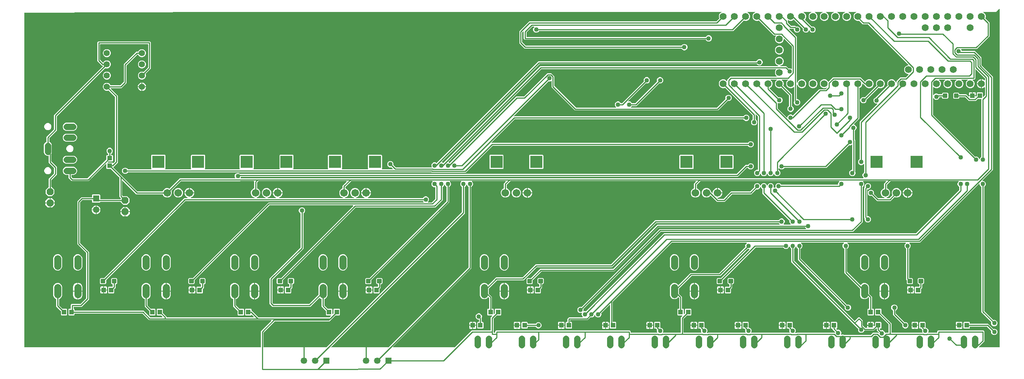
<source format=gbr>
G04 EAGLE Gerber RS-274X export*
G75*
%MOMM*%
%FSLAX34Y34*%
%LPD*%
%INTop Copper*%
%IPPOS*%
%AMOC8*
5,1,8,0,0,1.08239X$1,22.5*%
G01*
G04 Define Apertures*
%ADD10P,1.73204X8X112.5*%
%ADD11R,1.459600X1.459600*%
%ADD12C,1.459600*%
%ADD13C,1.409600*%
%ADD14C,1.459600*%
%ADD15R,1.000000X1.100000*%
%ADD16R,1.100000X1.000000*%
%ADD17C,1.709600*%
%ADD18R,2.800000X2.800000*%
%ADD19C,1.625600*%
%ADD20C,1.574800*%
%ADD21C,1.389600*%
%ADD22C,0.300000*%
%ADD23C,0.243331*%
%ADD24C,1.016000*%
G36*
X2427503Y420060D02*
X2427753Y420232D01*
X2427917Y420487D01*
X2427968Y420762D01*
X2427968Y1186128D01*
X2427908Y1186426D01*
X2427736Y1186676D01*
X2427481Y1186839D01*
X2427182Y1186890D01*
X2426887Y1186820D01*
X2426667Y1186667D01*
X2420044Y1180044D01*
X2420017Y1180025D01*
X2419912Y1180000D01*
X2391737Y1180000D01*
X2391439Y1179940D01*
X2391189Y1179768D01*
X2391026Y1179513D01*
X2390975Y1179214D01*
X2391045Y1178919D01*
X2391224Y1178674D01*
X2391445Y1178534D01*
X2392685Y1178020D01*
X2395472Y1175234D01*
X2396980Y1171593D01*
X2396980Y1167652D01*
X2396196Y1165760D01*
X2396138Y1165462D01*
X2396201Y1165165D01*
X2396361Y1164929D01*
X2405403Y1155888D01*
X2405403Y1124392D01*
X2376693Y1095682D01*
X2342093Y1095682D01*
X2341796Y1095622D01*
X2341546Y1095450D01*
X2341383Y1095195D01*
X2341332Y1094896D01*
X2341389Y1094628D01*
X2342431Y1092115D01*
X2342600Y1091864D01*
X2342854Y1091698D01*
X2343135Y1091645D01*
X2371895Y1091645D01*
X2386645Y1076895D01*
X2386645Y1060203D01*
X2386705Y1059906D01*
X2386868Y1059664D01*
X2413249Y1033283D01*
X2413249Y822339D01*
X2389322Y798413D01*
X2389155Y798160D01*
X2389099Y797862D01*
X2389164Y797566D01*
X2389340Y797318D01*
X2389598Y797159D01*
X2389861Y797112D01*
X2391415Y797112D01*
X2394029Y796029D01*
X2396029Y794029D01*
X2397112Y791415D01*
X2397112Y788585D01*
X2396029Y785971D01*
X2394029Y783971D01*
X2393719Y783843D01*
X2393468Y783673D01*
X2393302Y783419D01*
X2393249Y783139D01*
X2393249Y502719D01*
X2393309Y502422D01*
X2393472Y502180D01*
X2413503Y482149D01*
X2413756Y481981D01*
X2414054Y481926D01*
X2414334Y481984D01*
X2414643Y482112D01*
X2417473Y482112D01*
X2420087Y481029D01*
X2422087Y479029D01*
X2423170Y476415D01*
X2423170Y473585D01*
X2422087Y470971D01*
X2420087Y468971D01*
X2417473Y467888D01*
X2414643Y467888D01*
X2412029Y468971D01*
X2410029Y470971D01*
X2408946Y473585D01*
X2408946Y476415D01*
X2409074Y476724D01*
X2409132Y477022D01*
X2409069Y477319D01*
X2408909Y477555D01*
X2386751Y499712D01*
X2386751Y783139D01*
X2386691Y783436D01*
X2386520Y783686D01*
X2386281Y783843D01*
X2385971Y783971D01*
X2383971Y785971D01*
X2382888Y788585D01*
X2382888Y790139D01*
X2382828Y790436D01*
X2382656Y790686D01*
X2382401Y790850D01*
X2382102Y790901D01*
X2381807Y790831D01*
X2381587Y790678D01*
X2248195Y657286D01*
X2224611Y657286D01*
X2224314Y657226D01*
X2224064Y657054D01*
X2223901Y656799D01*
X2223850Y656500D01*
X2223920Y656205D01*
X2224073Y655985D01*
X2226029Y654029D01*
X2227112Y651415D01*
X2227112Y648585D01*
X2226029Y645971D01*
X2224029Y643971D01*
X2223719Y643843D01*
X2223468Y643673D01*
X2223302Y643419D01*
X2223249Y643139D01*
X2223249Y577794D01*
X2223309Y577497D01*
X2223481Y577247D01*
X2223736Y577083D01*
X2224011Y577032D01*
X2229963Y577032D01*
X2232032Y574963D01*
X2232032Y565037D01*
X2229963Y562968D01*
X2220037Y562968D01*
X2217968Y565037D01*
X2217968Y572122D01*
X2217908Y572419D01*
X2217745Y572661D01*
X2216751Y573654D01*
X2216751Y643139D01*
X2216691Y643436D01*
X2216520Y643686D01*
X2216281Y643843D01*
X2215971Y643971D01*
X2213971Y645971D01*
X2212888Y648585D01*
X2212888Y651415D01*
X2213971Y654029D01*
X2215927Y655985D01*
X2216095Y656238D01*
X2216150Y656536D01*
X2216085Y656832D01*
X2215910Y657080D01*
X2215652Y657239D01*
X2215389Y657286D01*
X2084611Y657286D01*
X2084314Y657226D01*
X2084064Y657054D01*
X2083901Y656799D01*
X2083850Y656500D01*
X2083920Y656205D01*
X2084073Y655985D01*
X2086029Y654029D01*
X2087112Y651415D01*
X2087112Y648585D01*
X2086029Y645971D01*
X2084029Y643971D01*
X2083719Y643843D01*
X2083468Y643673D01*
X2083302Y643419D01*
X2083249Y643139D01*
X2083249Y591543D01*
X2083309Y591246D01*
X2083472Y591004D01*
X2112904Y561572D01*
X2113157Y561405D01*
X2113455Y561349D01*
X2113751Y561414D01*
X2113982Y561572D01*
X2116639Y564229D01*
X2120373Y565776D01*
X2124415Y565776D01*
X2128149Y564229D01*
X2131007Y561371D01*
X2132554Y557637D01*
X2132554Y542238D01*
X2132614Y541941D01*
X2132777Y541699D01*
X2139749Y534728D01*
X2139749Y508294D01*
X2139809Y507997D01*
X2139981Y507747D01*
X2140236Y507583D01*
X2140511Y507532D01*
X2142342Y507532D01*
X2143532Y506342D01*
X2143532Y493658D01*
X2142342Y492468D01*
X2130658Y492468D01*
X2129468Y493658D01*
X2129468Y506342D01*
X2130658Y507532D01*
X2132489Y507532D01*
X2132787Y507592D01*
X2133037Y507764D01*
X2133200Y508019D01*
X2133251Y508294D01*
X2133251Y531721D01*
X2133191Y532018D01*
X2133028Y532260D01*
X2131884Y533404D01*
X2131631Y533571D01*
X2131333Y533627D01*
X2131037Y533562D01*
X2130806Y533404D01*
X2128149Y530747D01*
X2124415Y529200D01*
X2120373Y529200D01*
X2116639Y530747D01*
X2113781Y533605D01*
X2112234Y537339D01*
X2112234Y552738D01*
X2112174Y553035D01*
X2112011Y553277D01*
X2076751Y588536D01*
X2076751Y643139D01*
X2076691Y643436D01*
X2076520Y643686D01*
X2076281Y643843D01*
X2075971Y643971D01*
X2073971Y645971D01*
X2072888Y648585D01*
X2072888Y651415D01*
X2073971Y654029D01*
X2075927Y655985D01*
X2076095Y656238D01*
X2076150Y656536D01*
X2076085Y656832D01*
X2075910Y657080D01*
X2075652Y657239D01*
X2075389Y657286D01*
X1979611Y657286D01*
X1979314Y657226D01*
X1979064Y657054D01*
X1978901Y656799D01*
X1978850Y656500D01*
X1978920Y656205D01*
X1979073Y655985D01*
X1981029Y654029D01*
X1982112Y651415D01*
X1982112Y648585D01*
X1981029Y645971D01*
X1979029Y643971D01*
X1978719Y643843D01*
X1978468Y643673D01*
X1978302Y643419D01*
X1978249Y643139D01*
X1978249Y621661D01*
X1978309Y621364D01*
X1978472Y621122D01*
X2082445Y517149D01*
X2082698Y516981D01*
X2082996Y516926D01*
X2083276Y516984D01*
X2083585Y517112D01*
X2086415Y517112D01*
X2089029Y516029D01*
X2091029Y514029D01*
X2092112Y511415D01*
X2092112Y508585D01*
X2091029Y505971D01*
X2089029Y503971D01*
X2086415Y502888D01*
X2083585Y502888D01*
X2080971Y503971D01*
X2078971Y505971D01*
X2077888Y508585D01*
X2077888Y511415D01*
X2078016Y511724D01*
X2078074Y512022D01*
X2078011Y512319D01*
X2077851Y512555D01*
X1971751Y618654D01*
X1971751Y643139D01*
X1971691Y643436D01*
X1971520Y643686D01*
X1971281Y643843D01*
X1970971Y643971D01*
X1968971Y645971D01*
X1968204Y647822D01*
X1968035Y648074D01*
X1967780Y648239D01*
X1967482Y648293D01*
X1967186Y648225D01*
X1966940Y648048D01*
X1966796Y647822D01*
X1966029Y645971D01*
X1964029Y643971D01*
X1963719Y643843D01*
X1963468Y643673D01*
X1963302Y643419D01*
X1963249Y643139D01*
X1963249Y616661D01*
X1963309Y616364D01*
X1963472Y616122D01*
X2099461Y480133D01*
X2099714Y479966D01*
X2100012Y479910D01*
X2100308Y479975D01*
X2100539Y480133D01*
X2108654Y488249D01*
X2111346Y488249D01*
X2118783Y480811D01*
X2118783Y469812D01*
X2118844Y469514D01*
X2119007Y469273D01*
X2123556Y464723D01*
X2123809Y464556D01*
X2124095Y464500D01*
X2128198Y464500D01*
X2128495Y464560D01*
X2128745Y464732D01*
X2128909Y464987D01*
X2128960Y465262D01*
X2128960Y469238D01*
X2144040Y469238D01*
X2144040Y468880D01*
X2144100Y468582D01*
X2144272Y468332D01*
X2144527Y468169D01*
X2144826Y468118D01*
X2145121Y468188D01*
X2145341Y468341D01*
X2146245Y469245D01*
X2146412Y469498D01*
X2146468Y469784D01*
X2146468Y476342D01*
X2147658Y477532D01*
X2159342Y477532D01*
X2160532Y476342D01*
X2160532Y463658D01*
X2159342Y462468D01*
X2157556Y462468D01*
X2157259Y462408D01*
X2157009Y462236D01*
X2156845Y461981D01*
X2156794Y461682D01*
X2156864Y461387D01*
X2157017Y461167D01*
X2159240Y458944D01*
X2159493Y458776D01*
X2159791Y458721D01*
X2160071Y458779D01*
X2160380Y458907D01*
X2163210Y458907D01*
X2165824Y457824D01*
X2167824Y455824D01*
X2168906Y453212D01*
X2169076Y452960D01*
X2169330Y452795D01*
X2169628Y452742D01*
X2169924Y452809D01*
X2170149Y452965D01*
X2170433Y453249D01*
X2175989Y453249D01*
X2176287Y453309D01*
X2176537Y453481D01*
X2176700Y453736D01*
X2176751Y454011D01*
X2176751Y471839D01*
X2176691Y472136D01*
X2176528Y472378D01*
X2156661Y492245D01*
X2156408Y492412D01*
X2156122Y492468D01*
X2147658Y492468D01*
X2146468Y493658D01*
X2146468Y506342D01*
X2147658Y507532D01*
X2159342Y507532D01*
X2160532Y506342D01*
X2160532Y497878D01*
X2160592Y497581D01*
X2160755Y497339D01*
X2183249Y474846D01*
X2183249Y454011D01*
X2183309Y453713D01*
X2183481Y453463D01*
X2183736Y453300D01*
X2184011Y453249D01*
X2241127Y453249D01*
X2241425Y453309D01*
X2241547Y453391D01*
X2252889Y453391D01*
X2253187Y453452D01*
X2253437Y453623D01*
X2253600Y453879D01*
X2253651Y454178D01*
X2253593Y454445D01*
X2252898Y456124D01*
X2252898Y458953D01*
X2253026Y459263D01*
X2253084Y459561D01*
X2253021Y459857D01*
X2252861Y460093D01*
X2250710Y462245D01*
X2250457Y462412D01*
X2250171Y462468D01*
X2247658Y462468D01*
X2246468Y463658D01*
X2246468Y476342D01*
X2247658Y477532D01*
X2259342Y477532D01*
X2260532Y476342D01*
X2260532Y465413D01*
X2260592Y465115D01*
X2260764Y464865D01*
X2261019Y464702D01*
X2261294Y464651D01*
X2261425Y464651D01*
X2264039Y463568D01*
X2266039Y461567D01*
X2267122Y458953D01*
X2267122Y456124D01*
X2266367Y454302D01*
X2266309Y454005D01*
X2266372Y453708D01*
X2266546Y453459D01*
X2266802Y453298D01*
X2267071Y453249D01*
X2285989Y453249D01*
X2286287Y453309D01*
X2286537Y453481D01*
X2286700Y453736D01*
X2286751Y454011D01*
X2286751Y456346D01*
X2288654Y458249D01*
X2391346Y458249D01*
X2393249Y456346D01*
X2393249Y433654D01*
X2381636Y422042D01*
X2381471Y421795D01*
X2381164Y421054D01*
X2381106Y420756D01*
X2381169Y420459D01*
X2381342Y420210D01*
X2381599Y420049D01*
X2381868Y420000D01*
X2427206Y420000D01*
X2427503Y420060D01*
G37*
%LPC*%
G36*
X2120373Y594224D02*
X2116639Y595771D01*
X2113781Y598629D01*
X2112234Y602363D01*
X2112234Y622661D01*
X2113781Y626395D01*
X2116639Y629253D01*
X2120373Y630800D01*
X2124415Y630800D01*
X2128149Y629253D01*
X2131007Y626395D01*
X2132554Y622661D01*
X2132554Y602363D01*
X2131007Y598629D01*
X2128149Y595771D01*
X2124415Y594224D01*
X2120373Y594224D01*
G37*
G36*
X2165585Y594224D02*
X2161851Y595771D01*
X2158993Y598629D01*
X2157446Y602363D01*
X2157446Y622661D01*
X2158993Y626395D01*
X2161851Y629253D01*
X2165585Y630800D01*
X2169627Y630800D01*
X2173361Y629253D01*
X2176219Y626395D01*
X2177766Y622661D01*
X2177766Y602363D01*
X2176219Y598629D01*
X2173361Y595771D01*
X2169627Y594224D01*
X2165585Y594224D01*
G37*
G36*
X2237658Y542468D02*
X2236468Y543658D01*
X2236468Y556342D01*
X2237658Y557532D01*
X2245989Y557532D01*
X2246287Y557592D01*
X2246537Y557764D01*
X2246700Y558019D01*
X2246751Y558294D01*
X2246751Y562206D01*
X2246691Y562503D01*
X2246520Y562753D01*
X2246264Y562917D01*
X2245989Y562968D01*
X2245037Y562968D01*
X2242968Y565037D01*
X2242968Y574963D01*
X2245037Y577032D01*
X2254963Y577032D01*
X2257032Y574963D01*
X2257032Y565037D01*
X2254963Y562968D01*
X2254011Y562968D01*
X2253713Y562908D01*
X2253463Y562736D01*
X2253300Y562481D01*
X2253249Y562206D01*
X2253249Y555154D01*
X2250755Y552661D01*
X2250588Y552408D01*
X2250532Y552122D01*
X2250532Y543658D01*
X2249342Y542468D01*
X2237658Y542468D01*
G37*
G36*
X2156938Y548250D02*
X2156938Y557738D01*
X2158562Y561659D01*
X2161563Y564660D01*
X2165484Y566284D01*
X2166844Y566284D01*
X2166844Y548250D01*
X2156938Y548250D01*
G37*
G36*
X2168368Y548250D02*
X2168368Y566284D01*
X2169728Y566284D01*
X2173649Y564660D01*
X2176650Y561659D01*
X2178274Y557738D01*
X2178274Y548250D01*
X2168368Y548250D01*
G37*
G36*
X2218960Y550762D02*
X2218960Y556552D01*
X2220448Y558040D01*
X2225738Y558040D01*
X2225738Y550762D01*
X2218960Y550762D01*
G37*
G36*
X2227262Y550762D02*
X2227262Y558040D01*
X2232552Y558040D01*
X2234040Y556552D01*
X2234040Y550762D01*
X2227262Y550762D01*
G37*
G36*
X2220448Y541960D02*
X2218960Y543448D01*
X2218960Y549238D01*
X2225738Y549238D01*
X2225738Y541960D01*
X2220448Y541960D01*
G37*
G36*
X2227262Y541960D02*
X2227262Y549238D01*
X2234040Y549238D01*
X2234040Y543448D01*
X2232552Y541960D01*
X2227262Y541960D01*
G37*
G36*
X2168368Y528692D02*
X2168368Y546726D01*
X2178274Y546726D01*
X2178274Y537238D01*
X2176650Y533317D01*
X2173649Y530316D01*
X2169728Y528692D01*
X2168368Y528692D01*
G37*
G36*
X2165484Y528692D02*
X2161563Y530316D01*
X2158562Y533317D01*
X2156938Y537238D01*
X2156938Y546726D01*
X2166844Y546726D01*
X2166844Y528692D01*
X2165484Y528692D01*
G37*
G36*
X2213585Y462888D02*
X2210971Y463971D01*
X2208971Y465971D01*
X2207888Y468585D01*
X2207888Y471415D01*
X2208016Y471724D01*
X2208074Y472022D01*
X2208011Y472319D01*
X2207851Y472555D01*
X2186751Y493654D01*
X2186751Y503139D01*
X2186691Y503436D01*
X2186520Y503686D01*
X2186281Y503843D01*
X2185971Y503971D01*
X2183971Y505971D01*
X2182888Y508585D01*
X2182888Y511415D01*
X2183971Y514029D01*
X2185971Y516029D01*
X2188585Y517112D01*
X2191415Y517112D01*
X2194029Y516029D01*
X2196029Y514029D01*
X2197112Y511415D01*
X2197112Y508585D01*
X2196029Y505971D01*
X2194029Y503971D01*
X2193719Y503843D01*
X2193468Y503673D01*
X2193302Y503419D01*
X2193249Y503139D01*
X2193249Y496661D01*
X2193309Y496364D01*
X2193472Y496122D01*
X2212445Y477149D01*
X2212698Y476981D01*
X2212996Y476926D01*
X2213276Y476984D01*
X2213585Y477112D01*
X2216415Y477112D01*
X2219029Y476029D01*
X2221029Y474029D01*
X2222112Y471415D01*
X2222112Y468585D01*
X2221029Y465971D01*
X2219029Y463971D01*
X2216415Y462888D01*
X2213585Y462888D01*
G37*
G36*
X2137262Y470762D02*
X2137262Y478040D01*
X2142552Y478040D01*
X2144040Y476552D01*
X2144040Y470762D01*
X2137262Y470762D01*
G37*
G36*
X2237262Y470762D02*
X2237262Y478040D01*
X2242552Y478040D01*
X2244040Y476552D01*
X2244040Y470762D01*
X2237262Y470762D01*
G37*
G36*
X2328960Y470762D02*
X2328960Y476552D01*
X2330448Y478040D01*
X2335738Y478040D01*
X2335738Y470762D01*
X2328960Y470762D01*
G37*
G36*
X2337262Y470762D02*
X2337262Y478040D01*
X2342552Y478040D01*
X2344040Y476552D01*
X2344040Y470762D01*
X2337262Y470762D01*
G37*
G36*
X2228960Y470762D02*
X2228960Y476552D01*
X2230448Y478040D01*
X2235738Y478040D01*
X2235738Y470762D01*
X2228960Y470762D01*
G37*
G36*
X2128960Y470762D02*
X2128960Y476552D01*
X2130448Y478040D01*
X2135738Y478040D01*
X2135738Y470762D01*
X2128960Y470762D01*
G37*
G36*
X2414643Y447888D02*
X2412029Y448971D01*
X2410029Y450971D01*
X2408946Y453585D01*
X2408946Y456415D01*
X2409074Y456724D01*
X2409132Y457022D01*
X2409069Y457319D01*
X2408909Y457555D01*
X2399936Y466528D01*
X2399683Y466696D01*
X2399397Y466751D01*
X2361294Y466751D01*
X2360997Y466691D01*
X2360747Y466520D01*
X2360583Y466264D01*
X2360532Y465989D01*
X2360532Y463658D01*
X2359342Y462468D01*
X2347658Y462468D01*
X2346468Y463658D01*
X2346468Y476342D01*
X2347658Y477532D01*
X2359342Y477532D01*
X2360532Y476342D01*
X2360532Y474011D01*
X2360592Y473713D01*
X2360764Y473463D01*
X2361019Y473300D01*
X2361294Y473249D01*
X2402404Y473249D01*
X2413503Y462149D01*
X2413756Y461981D01*
X2414054Y461926D01*
X2414334Y461984D01*
X2414643Y462112D01*
X2417473Y462112D01*
X2420087Y461029D01*
X2422087Y459029D01*
X2423170Y456415D01*
X2423170Y453585D01*
X2422087Y450971D01*
X2420087Y448971D01*
X2417473Y447888D01*
X2414643Y447888D01*
G37*
G36*
X2230448Y461960D02*
X2228960Y463448D01*
X2228960Y469238D01*
X2235738Y469238D01*
X2235738Y461960D01*
X2230448Y461960D01*
G37*
G36*
X2337262Y461960D02*
X2337262Y469238D01*
X2344040Y469238D01*
X2344040Y463448D01*
X2342552Y461960D01*
X2337262Y461960D01*
G37*
G36*
X2330448Y461960D02*
X2328960Y463448D01*
X2328960Y469238D01*
X2335738Y469238D01*
X2335738Y461960D01*
X2330448Y461960D01*
G37*
G36*
X2237262Y461960D02*
X2237262Y469238D01*
X2244040Y469238D01*
X2244040Y463448D01*
X2242552Y461960D01*
X2237262Y461960D01*
G37*
%LPD*%
G36*
X756287Y420060D02*
X756537Y420232D01*
X756700Y420487D01*
X756751Y420762D01*
X756751Y456346D01*
X780856Y480451D01*
X781024Y480703D01*
X781079Y481002D01*
X781014Y481298D01*
X780839Y481545D01*
X780581Y481704D01*
X780317Y481751D01*
X503654Y481751D01*
X488878Y496528D01*
X488625Y496696D01*
X488339Y496751D01*
X336294Y496751D01*
X335997Y496691D01*
X335747Y496520D01*
X335583Y496264D01*
X335532Y495989D01*
X335532Y493658D01*
X334342Y492468D01*
X322658Y492468D01*
X321468Y493658D01*
X321468Y506342D01*
X322658Y507532D01*
X325989Y507532D01*
X326287Y507592D01*
X326537Y507764D01*
X326700Y508019D01*
X326751Y508294D01*
X326751Y516346D01*
X328654Y518249D01*
X348339Y518249D01*
X348636Y518309D01*
X348878Y518472D01*
X361528Y531122D01*
X361696Y531375D01*
X361751Y531661D01*
X361751Y633339D01*
X361691Y633636D01*
X361528Y633878D01*
X341751Y653654D01*
X341751Y751346D01*
X350554Y760149D01*
X374208Y760149D01*
X374505Y760209D01*
X374755Y760381D01*
X374919Y760636D01*
X374970Y760911D01*
X374970Y765040D01*
X376160Y766230D01*
X392440Y766230D01*
X393630Y765040D01*
X393630Y756711D01*
X393690Y756413D01*
X393862Y756163D01*
X394117Y756000D01*
X394392Y755949D01*
X439205Y755949D01*
X439502Y756009D01*
X439752Y756181D01*
X439916Y756436D01*
X439967Y756711D01*
X439967Y756856D01*
X440070Y756958D01*
X440237Y757211D01*
X440293Y757509D01*
X440228Y757806D01*
X440070Y758036D01*
X438878Y759228D01*
X436751Y761354D01*
X436751Y804839D01*
X436691Y805136D01*
X436528Y805378D01*
X417661Y824245D01*
X417408Y824412D01*
X417122Y824468D01*
X408658Y824468D01*
X407468Y825658D01*
X407468Y834534D01*
X407408Y834831D01*
X407236Y835081D01*
X406981Y835245D01*
X406682Y835296D01*
X406387Y835226D01*
X406167Y835073D01*
X367846Y796751D01*
X328654Y796751D01*
X321751Y803654D01*
X321751Y810158D01*
X321691Y810455D01*
X321520Y810705D01*
X321264Y810869D01*
X320989Y810920D01*
X316146Y810920D01*
X312809Y812302D01*
X310254Y814857D01*
X308872Y818194D01*
X308872Y821806D01*
X310254Y825143D01*
X312809Y827698D01*
X316146Y829080D01*
X333854Y829080D01*
X337191Y827698D01*
X339746Y825143D01*
X341128Y821806D01*
X341128Y818194D01*
X339746Y814857D01*
X337191Y812302D01*
X333854Y810920D01*
X329011Y810920D01*
X328713Y810860D01*
X328463Y810688D01*
X328300Y810433D01*
X328249Y810158D01*
X328249Y806661D01*
X328309Y806364D01*
X328472Y806122D01*
X331122Y803472D01*
X331375Y803304D01*
X331661Y803249D01*
X364839Y803249D01*
X365136Y803309D01*
X365378Y803472D01*
X407245Y845339D01*
X407412Y845592D01*
X407468Y845878D01*
X407468Y854342D01*
X408658Y855532D01*
X410989Y855532D01*
X411287Y855592D01*
X411537Y855764D01*
X411700Y856019D01*
X411751Y856294D01*
X411751Y858139D01*
X411691Y858436D01*
X411520Y858686D01*
X411281Y858843D01*
X410971Y858971D01*
X408971Y860971D01*
X407888Y863585D01*
X407888Y866415D01*
X408971Y869029D01*
X410971Y871029D01*
X413585Y872112D01*
X416415Y872112D01*
X419029Y871029D01*
X421029Y869029D01*
X422112Y866415D01*
X422112Y863585D01*
X421029Y860971D01*
X419029Y858971D01*
X418719Y858843D01*
X418468Y858673D01*
X418302Y858419D01*
X418249Y858139D01*
X418249Y856294D01*
X418309Y855997D01*
X418481Y855747D01*
X418736Y855583D01*
X419011Y855532D01*
X421342Y855532D01*
X422532Y854342D01*
X422532Y842658D01*
X421342Y841468D01*
X412878Y841468D01*
X412581Y841408D01*
X412339Y841245D01*
X410927Y839833D01*
X410760Y839580D01*
X410704Y839282D01*
X410769Y838986D01*
X410945Y838738D01*
X411203Y838579D01*
X411466Y838532D01*
X421342Y838532D01*
X422101Y837773D01*
X422354Y837605D01*
X422652Y837550D01*
X422948Y837615D01*
X423179Y837773D01*
X426528Y841122D01*
X426696Y841375D01*
X426751Y841661D01*
X426751Y987239D01*
X426691Y987536D01*
X426528Y987778D01*
X412584Y1001721D01*
X412332Y1001889D01*
X412033Y1001944D01*
X411754Y1001887D01*
X410386Y1001320D01*
X406814Y1001320D01*
X403513Y1002687D01*
X400987Y1005213D01*
X399620Y1008514D01*
X399620Y1012086D01*
X400987Y1015387D01*
X403513Y1017913D01*
X406814Y1019280D01*
X410386Y1019280D01*
X413687Y1017913D01*
X416213Y1015387D01*
X416779Y1014019D01*
X416949Y1013768D01*
X417203Y1013602D01*
X417483Y1013549D01*
X438639Y1013549D01*
X438936Y1013609D01*
X439178Y1013772D01*
X446528Y1021122D01*
X446696Y1021375D01*
X446751Y1021661D01*
X446751Y1061346D01*
X475154Y1089749D01*
X479117Y1089749D01*
X479414Y1089809D01*
X479664Y1089981D01*
X479821Y1090219D01*
X480387Y1091587D01*
X482913Y1094113D01*
X486214Y1095480D01*
X489786Y1095480D01*
X493087Y1094113D01*
X495613Y1091587D01*
X496980Y1088286D01*
X496980Y1084714D01*
X495613Y1081413D01*
X493087Y1078887D01*
X489786Y1077520D01*
X486214Y1077520D01*
X482913Y1078887D01*
X480387Y1081413D01*
X479821Y1082781D01*
X479651Y1083032D01*
X479397Y1083198D01*
X479117Y1083251D01*
X478161Y1083251D01*
X477864Y1083191D01*
X477622Y1083028D01*
X453472Y1058878D01*
X453304Y1058625D01*
X453249Y1058339D01*
X453249Y1018654D01*
X441646Y1007051D01*
X418283Y1007051D01*
X417985Y1006991D01*
X417735Y1006820D01*
X417572Y1006564D01*
X417521Y1006265D01*
X417591Y1005970D01*
X417744Y1005751D01*
X433249Y990246D01*
X433249Y838654D01*
X423383Y828789D01*
X423216Y828536D01*
X423160Y828238D01*
X423225Y827942D01*
X423383Y827711D01*
X477622Y773472D01*
X477875Y773304D01*
X478161Y773249D01*
X534385Y773249D01*
X534682Y773309D01*
X534932Y773481D01*
X535089Y773719D01*
X536031Y775993D01*
X539007Y778969D01*
X542896Y780580D01*
X547105Y780580D01*
X549379Y779638D01*
X549676Y779580D01*
X549973Y779643D01*
X550209Y779803D01*
X573295Y802889D01*
X698266Y802889D01*
X698563Y802950D01*
X698813Y803121D01*
X698977Y803377D01*
X699027Y803676D01*
X698970Y803943D01*
X697888Y806555D01*
X697888Y809384D01*
X698971Y811998D01*
X700971Y813999D01*
X703585Y815081D01*
X706415Y815081D01*
X709029Y813999D01*
X709555Y813472D01*
X709808Y813304D01*
X710094Y813249D01*
X1833339Y813249D01*
X1833636Y813309D01*
X1833878Y813472D01*
X1853654Y833249D01*
X1858139Y833249D01*
X1858436Y833309D01*
X1858686Y833481D01*
X1858843Y833719D01*
X1858971Y834029D01*
X1860971Y836029D01*
X1863585Y837112D01*
X1866415Y837112D01*
X1869029Y836029D01*
X1871029Y834029D01*
X1872112Y831415D01*
X1872112Y828585D01*
X1871029Y825971D01*
X1869029Y823971D01*
X1866415Y822888D01*
X1863585Y822888D01*
X1860971Y823971D01*
X1858971Y825971D01*
X1858843Y826281D01*
X1858673Y826532D01*
X1858419Y826698D01*
X1858139Y826751D01*
X1856661Y826751D01*
X1856364Y826691D01*
X1856122Y826528D01*
X1836346Y806751D01*
X712703Y806751D01*
X712405Y806691D01*
X712155Y806520D01*
X711999Y806281D01*
X711179Y804302D01*
X711121Y804005D01*
X711184Y803708D01*
X711357Y803459D01*
X711614Y803298D01*
X711883Y803249D01*
X2119854Y803249D01*
X2120151Y803309D01*
X2120401Y803481D01*
X2120565Y803736D01*
X2120615Y804035D01*
X2120546Y804330D01*
X2120393Y804549D01*
X2118971Y805971D01*
X2117888Y808585D01*
X2117888Y811415D01*
X2118971Y814029D01*
X2120971Y816029D01*
X2121281Y816157D01*
X2121532Y816327D01*
X2121698Y816581D01*
X2121751Y816861D01*
X2121751Y834854D01*
X2121691Y835151D01*
X2121520Y835401D01*
X2121264Y835565D01*
X2120965Y835615D01*
X2120670Y835546D01*
X2120451Y835393D01*
X2119029Y833971D01*
X2116415Y832888D01*
X2113585Y832888D01*
X2110971Y833971D01*
X2108971Y835971D01*
X2107888Y838585D01*
X2107888Y841415D01*
X2108971Y844029D01*
X2110971Y846029D01*
X2111281Y846157D01*
X2111532Y846327D01*
X2111698Y846581D01*
X2111751Y846861D01*
X2111751Y931346D01*
X2151274Y970869D01*
X2151442Y971122D01*
X2151498Y971420D01*
X2151432Y971716D01*
X2151257Y971963D01*
X2150999Y972123D01*
X2150736Y972170D01*
X2148585Y972170D01*
X2145971Y973252D01*
X2143971Y975253D01*
X2142888Y977867D01*
X2142888Y980696D01*
X2143971Y983310D01*
X2145971Y985311D01*
X2148216Y986241D01*
X2148463Y986406D01*
X2174587Y1012529D01*
X2174754Y1012782D01*
X2174810Y1013080D01*
X2174752Y1013360D01*
X2173968Y1015252D01*
X2173968Y1019193D01*
X2175476Y1022834D01*
X2178263Y1025620D01*
X2181904Y1027128D01*
X2185844Y1027128D01*
X2189485Y1025620D01*
X2192272Y1022834D01*
X2193437Y1020022D01*
X2193606Y1019770D01*
X2193860Y1019605D01*
X2194159Y1019552D01*
X2194455Y1019619D01*
X2194701Y1019796D01*
X2194858Y1020056D01*
X2194903Y1020313D01*
X2194903Y1023175D01*
X2203321Y1031594D01*
X2215415Y1031594D01*
X2215713Y1031654D01*
X2215954Y1031817D01*
X2221903Y1037766D01*
X2222070Y1038018D01*
X2222126Y1038317D01*
X2222061Y1038613D01*
X2221885Y1038860D01*
X2221627Y1039019D01*
X2221364Y1039066D01*
X2220004Y1039066D01*
X2216363Y1040574D01*
X2213576Y1043361D01*
X2212068Y1047002D01*
X2212068Y1050943D01*
X2213576Y1054584D01*
X2216363Y1057370D01*
X2220004Y1058878D01*
X2221364Y1058878D01*
X2221661Y1058939D01*
X2221911Y1059110D01*
X2222075Y1059366D01*
X2222126Y1059665D01*
X2222056Y1059960D01*
X2221903Y1060179D01*
X2130554Y1151528D01*
X2130301Y1151696D01*
X2130015Y1151751D01*
X2118654Y1151751D01*
X2110743Y1159662D01*
X2110490Y1159830D01*
X2110192Y1159885D01*
X2109913Y1159828D01*
X2109644Y1159716D01*
X2105704Y1159716D01*
X2102063Y1161224D01*
X2099276Y1164011D01*
X2097768Y1167652D01*
X2097768Y1171593D01*
X2099276Y1175234D01*
X2102063Y1178020D01*
X2103303Y1178534D01*
X2103554Y1178704D01*
X2103720Y1178958D01*
X2103773Y1179256D01*
X2103706Y1179552D01*
X2103528Y1179798D01*
X2103269Y1179955D01*
X2103011Y1180000D01*
X2086937Y1180000D01*
X2086639Y1179940D01*
X2086389Y1179768D01*
X2086226Y1179513D01*
X2086175Y1179214D01*
X2086245Y1178919D01*
X2086424Y1178674D01*
X2086645Y1178534D01*
X2087885Y1178020D01*
X2090672Y1175234D01*
X2092180Y1171593D01*
X2092180Y1167652D01*
X2090672Y1164011D01*
X2087885Y1161224D01*
X2084244Y1159716D01*
X2080304Y1159716D01*
X2076663Y1161224D01*
X2073876Y1164011D01*
X2072368Y1167652D01*
X2072368Y1171593D01*
X2073876Y1175234D01*
X2076663Y1178020D01*
X2077903Y1178534D01*
X2078154Y1178704D01*
X2078320Y1178958D01*
X2078373Y1179256D01*
X2078306Y1179552D01*
X2078128Y1179798D01*
X2077869Y1179955D01*
X2077611Y1180000D01*
X2061537Y1180000D01*
X2061239Y1179940D01*
X2060989Y1179768D01*
X2060826Y1179513D01*
X2060775Y1179214D01*
X2060845Y1178919D01*
X2061024Y1178674D01*
X2061245Y1178534D01*
X2062485Y1178020D01*
X2065272Y1175234D01*
X2066780Y1171593D01*
X2066780Y1167652D01*
X2065272Y1164011D01*
X2062485Y1161224D01*
X2058844Y1159716D01*
X2054904Y1159716D01*
X2051263Y1161224D01*
X2048476Y1164011D01*
X2046968Y1167652D01*
X2046968Y1171593D01*
X2048476Y1175234D01*
X2051263Y1178020D01*
X2052503Y1178534D01*
X2052754Y1178704D01*
X2052920Y1178958D01*
X2052973Y1179256D01*
X2052906Y1179552D01*
X2052728Y1179798D01*
X2052469Y1179955D01*
X2052211Y1180000D01*
X2036137Y1180000D01*
X2035839Y1179940D01*
X2035589Y1179768D01*
X2035426Y1179513D01*
X2035375Y1179214D01*
X2035445Y1178919D01*
X2035624Y1178674D01*
X2035845Y1178534D01*
X2037085Y1178020D01*
X2039872Y1175234D01*
X2041380Y1171593D01*
X2041380Y1167652D01*
X2039872Y1164011D01*
X2037085Y1161224D01*
X2033444Y1159716D01*
X2029504Y1159716D01*
X2025863Y1161224D01*
X2023076Y1164011D01*
X2021568Y1167652D01*
X2021568Y1171593D01*
X2023076Y1175234D01*
X2025863Y1178020D01*
X2027103Y1178534D01*
X2027354Y1178704D01*
X2027520Y1178958D01*
X2027573Y1179256D01*
X2027506Y1179552D01*
X2027328Y1179798D01*
X2027069Y1179955D01*
X2026811Y1180000D01*
X2010737Y1180000D01*
X2010439Y1179940D01*
X2010189Y1179768D01*
X2010026Y1179513D01*
X2009975Y1179214D01*
X2010045Y1178919D01*
X2010224Y1178674D01*
X2010445Y1178534D01*
X2011685Y1178020D01*
X2014472Y1175234D01*
X2015980Y1171593D01*
X2015980Y1167652D01*
X2014472Y1164011D01*
X2011685Y1161224D01*
X2008044Y1159716D01*
X2004104Y1159716D01*
X2000463Y1161224D01*
X1997676Y1164011D01*
X1996168Y1167652D01*
X1996168Y1171593D01*
X1997676Y1175234D01*
X2000463Y1178020D01*
X2001703Y1178534D01*
X2001954Y1178704D01*
X2002120Y1178958D01*
X2002173Y1179256D01*
X2002106Y1179552D01*
X2001928Y1179798D01*
X2001669Y1179955D01*
X2001411Y1180000D01*
X1985337Y1180000D01*
X1985039Y1179940D01*
X1984789Y1179768D01*
X1984626Y1179513D01*
X1984575Y1179214D01*
X1984645Y1178919D01*
X1984824Y1178674D01*
X1985045Y1178534D01*
X1986285Y1178020D01*
X1989072Y1175234D01*
X1990580Y1171593D01*
X1990580Y1167652D01*
X1989072Y1164011D01*
X1987866Y1162806D01*
X1987699Y1162553D01*
X1987643Y1162255D01*
X1987708Y1161958D01*
X1987866Y1161728D01*
X2002445Y1147149D01*
X2002698Y1146981D01*
X2002996Y1146926D01*
X2003276Y1146984D01*
X2003585Y1147112D01*
X2006415Y1147112D01*
X2009029Y1146029D01*
X2011029Y1144029D01*
X2012112Y1141415D01*
X2012112Y1138585D01*
X2011029Y1135971D01*
X2009029Y1133971D01*
X2006415Y1132888D01*
X2003585Y1132888D01*
X2000971Y1133971D01*
X1998971Y1135971D01*
X1998204Y1137822D01*
X1998035Y1138074D01*
X1997780Y1138239D01*
X1997482Y1138293D01*
X1997186Y1138225D01*
X1996940Y1138048D01*
X1996796Y1137822D01*
X1996029Y1135971D01*
X1994029Y1133971D01*
X1991415Y1132888D01*
X1988585Y1132888D01*
X1985971Y1133971D01*
X1983971Y1135971D01*
X1982888Y1138585D01*
X1982888Y1141415D01*
X1983016Y1141724D01*
X1983074Y1142022D01*
X1983011Y1142319D01*
X1982851Y1142555D01*
X1963072Y1162334D01*
X1962819Y1162501D01*
X1962521Y1162557D01*
X1962225Y1162492D01*
X1961994Y1162334D01*
X1960885Y1161224D01*
X1957244Y1159716D01*
X1953304Y1159716D01*
X1949764Y1161182D01*
X1949467Y1161240D01*
X1949170Y1161178D01*
X1948921Y1161004D01*
X1948760Y1160747D01*
X1948711Y1160478D01*
X1948711Y1156199D01*
X1948771Y1155902D01*
X1948934Y1155660D01*
X1956122Y1148472D01*
X1956375Y1148304D01*
X1956661Y1148249D01*
X1966346Y1148249D01*
X1967445Y1147149D01*
X1967698Y1146981D01*
X1967996Y1146926D01*
X1968276Y1146984D01*
X1968585Y1147112D01*
X1971415Y1147112D01*
X1974029Y1146029D01*
X1976029Y1144029D01*
X1977112Y1141415D01*
X1977112Y1138585D01*
X1976029Y1135971D01*
X1974029Y1133971D01*
X1971415Y1132888D01*
X1968585Y1132888D01*
X1965971Y1133971D01*
X1963971Y1135971D01*
X1962888Y1138585D01*
X1962888Y1140989D01*
X1962828Y1141287D01*
X1962656Y1141537D01*
X1962401Y1141700D01*
X1962126Y1141751D01*
X1953368Y1141751D01*
X1953070Y1141691D01*
X1952820Y1141520D01*
X1952657Y1141264D01*
X1952606Y1140965D01*
X1952676Y1140670D01*
X1952829Y1140451D01*
X1969645Y1123634D01*
X1969645Y1020313D01*
X1969706Y1020016D01*
X1969877Y1019766D01*
X1970133Y1019603D01*
X1970432Y1019552D01*
X1970727Y1019622D01*
X1970971Y1019801D01*
X1971111Y1020022D01*
X1972276Y1022834D01*
X1975063Y1025620D01*
X1978704Y1027128D01*
X1982644Y1027128D01*
X1986285Y1025620D01*
X1989072Y1022834D01*
X1990580Y1019193D01*
X1990580Y1015252D01*
X1989072Y1011611D01*
X1986285Y1008824D01*
X1982644Y1007316D01*
X1978704Y1007316D01*
X1975063Y1008824D01*
X1972276Y1011611D01*
X1971111Y1014423D01*
X1970942Y1014675D01*
X1970688Y1014840D01*
X1970389Y1014893D01*
X1970093Y1014826D01*
X1969848Y1014648D01*
X1969690Y1014389D01*
X1969645Y1014131D01*
X1969645Y982874D01*
X1969706Y982577D01*
X1969877Y982327D01*
X1970133Y982163D01*
X1970407Y982112D01*
X1971415Y982112D01*
X1974029Y981029D01*
X1976029Y979029D01*
X1977112Y976415D01*
X1977112Y973585D01*
X1976029Y970971D01*
X1974029Y968971D01*
X1971415Y967888D01*
X1968585Y967888D01*
X1965971Y968971D01*
X1963971Y970971D01*
X1962888Y973585D01*
X1962888Y976415D01*
X1963090Y976902D01*
X1963148Y977194D01*
X1963148Y1009248D01*
X1963088Y1009545D01*
X1962916Y1009795D01*
X1962661Y1009958D01*
X1962362Y1010009D01*
X1962067Y1009939D01*
X1961847Y1009786D01*
X1960885Y1008824D01*
X1957244Y1007316D01*
X1953304Y1007316D01*
X1949663Y1008824D01*
X1946876Y1011611D01*
X1945368Y1015252D01*
X1945368Y1019193D01*
X1946876Y1022834D01*
X1949493Y1025451D01*
X1949660Y1025703D01*
X1949716Y1026002D01*
X1949651Y1026298D01*
X1949476Y1026545D01*
X1949217Y1026704D01*
X1948954Y1026751D01*
X1936194Y1026751D01*
X1935897Y1026691D01*
X1935647Y1026520D01*
X1935483Y1026264D01*
X1935432Y1025965D01*
X1935502Y1025670D01*
X1935655Y1025451D01*
X1938272Y1022834D01*
X1939780Y1019193D01*
X1939780Y1015252D01*
X1938996Y1013360D01*
X1938938Y1013062D01*
X1939001Y1012765D01*
X1939161Y1012529D01*
X1958249Y993442D01*
X1958249Y967289D01*
X1958309Y966992D01*
X1958481Y966742D01*
X1958719Y966585D01*
X1959331Y966331D01*
X1961331Y964331D01*
X1962414Y961717D01*
X1962414Y958888D01*
X1961331Y956274D01*
X1959331Y954273D01*
X1956717Y953190D01*
X1953888Y953190D01*
X1951274Y954273D01*
X1949273Y956274D01*
X1948190Y958888D01*
X1948190Y961717D01*
X1949273Y964331D01*
X1951274Y966331D01*
X1951281Y966335D01*
X1951532Y966504D01*
X1951698Y966758D01*
X1951751Y967039D01*
X1951751Y990435D01*
X1951691Y990732D01*
X1951528Y990974D01*
X1934567Y1007935D01*
X1934314Y1008102D01*
X1934016Y1008158D01*
X1933737Y1008100D01*
X1931844Y1007316D01*
X1927904Y1007316D01*
X1924263Y1008824D01*
X1921476Y1011611D01*
X1919968Y1015252D01*
X1919968Y1019193D01*
X1921476Y1022834D01*
X1924093Y1025451D01*
X1924260Y1025703D01*
X1924316Y1026002D01*
X1924251Y1026298D01*
X1924076Y1026545D01*
X1923817Y1026704D01*
X1923554Y1026751D01*
X1910794Y1026751D01*
X1910497Y1026691D01*
X1910247Y1026520D01*
X1910083Y1026264D01*
X1910032Y1025965D01*
X1910102Y1025670D01*
X1910255Y1025451D01*
X1912872Y1022834D01*
X1914380Y1019193D01*
X1914380Y1015252D01*
X1912872Y1011611D01*
X1910085Y1008824D01*
X1908193Y1008041D01*
X1907942Y1007871D01*
X1907776Y1007617D01*
X1907723Y1007337D01*
X1907723Y1007187D01*
X1907783Y1006890D01*
X1907946Y1006648D01*
X1927445Y987149D01*
X1927698Y986981D01*
X1927996Y986926D01*
X1928276Y986984D01*
X1928585Y987112D01*
X1931415Y987112D01*
X1934029Y986029D01*
X1936029Y984029D01*
X1937112Y981415D01*
X1937112Y978585D01*
X1936029Y975971D01*
X1934029Y973971D01*
X1931415Y972888D01*
X1928585Y972888D01*
X1927272Y973432D01*
X1926974Y973490D01*
X1926677Y973427D01*
X1926428Y973254D01*
X1926267Y972997D01*
X1926218Y972728D01*
X1926218Y961913D01*
X1926278Y961616D01*
X1926441Y961375D01*
X1946946Y940869D01*
X1947199Y940702D01*
X1947497Y940646D01*
X1947794Y940711D01*
X1948041Y940887D01*
X1948200Y941145D01*
X1948247Y941408D01*
X1948247Y941774D01*
X1949330Y944388D01*
X1951331Y946389D01*
X1953945Y947471D01*
X1956774Y947471D01*
X1959388Y946389D01*
X1960052Y945724D01*
X1960305Y945557D01*
X1960603Y945501D01*
X1960899Y945566D01*
X1961130Y945724D01*
X2020262Y1004856D01*
X2034209Y1004856D01*
X2034507Y1004917D01*
X2034748Y1005080D01*
X2036780Y1007111D01*
X2036947Y1007364D01*
X2037003Y1007662D01*
X2036938Y1007958D01*
X2036763Y1008206D01*
X2036504Y1008365D01*
X2036205Y1008411D01*
X2035950Y1008354D01*
X2033444Y1007316D01*
X2029504Y1007316D01*
X2025863Y1008824D01*
X2023076Y1011611D01*
X2021568Y1015252D01*
X2021568Y1019193D01*
X2023076Y1022834D01*
X2025863Y1025620D01*
X2029504Y1027128D01*
X2033444Y1027128D01*
X2037085Y1025620D01*
X2039872Y1022834D01*
X2040106Y1022269D01*
X2040275Y1022017D01*
X2040530Y1021852D01*
X2040828Y1021798D01*
X2041124Y1021866D01*
X2041349Y1022021D01*
X2050921Y1031594D01*
X2113627Y1031594D01*
X2123199Y1022021D01*
X2123452Y1021854D01*
X2123750Y1021798D01*
X2124046Y1021863D01*
X2124294Y1022039D01*
X2124442Y1022269D01*
X2124676Y1022834D01*
X2127463Y1025620D01*
X2131104Y1027128D01*
X2135044Y1027128D01*
X2138685Y1025620D01*
X2141472Y1022834D01*
X2142980Y1019193D01*
X2142980Y1015252D01*
X2141472Y1011611D01*
X2138685Y1008824D01*
X2135044Y1007316D01*
X2131104Y1007316D01*
X2127463Y1008824D01*
X2124676Y1011611D01*
X2123892Y1013503D01*
X2123723Y1013755D01*
X2123469Y1013920D01*
X2123188Y1013974D01*
X2122058Y1013974D01*
X2118881Y1017151D01*
X2118628Y1017319D01*
X2118330Y1017374D01*
X2118034Y1017309D01*
X2117786Y1017134D01*
X2117627Y1016876D01*
X2117580Y1016612D01*
X2117580Y1015252D01*
X2116072Y1011611D01*
X2113285Y1008824D01*
X2111393Y1008041D01*
X2111142Y1007871D01*
X2110976Y1007617D01*
X2110923Y1007337D01*
X2110923Y938164D01*
X2098641Y925882D01*
X2098474Y925630D01*
X2098418Y925331D01*
X2098483Y925035D01*
X2098659Y924788D01*
X2098888Y924640D01*
X2101500Y923558D01*
X2103501Y921557D01*
X2104584Y918943D01*
X2104584Y916114D01*
X2103501Y913500D01*
X2101500Y911499D01*
X2101191Y911371D01*
X2100939Y911202D01*
X2100774Y910947D01*
X2100720Y910667D01*
X2100720Y890901D01*
X2100781Y890604D01*
X2100943Y890362D01*
X2101510Y889796D01*
X2101510Y818019D01*
X2101568Y817728D01*
X2102112Y816415D01*
X2102112Y813585D01*
X2101029Y810971D01*
X2099029Y808971D01*
X2096415Y807888D01*
X2093585Y807888D01*
X2090971Y808971D01*
X2088971Y810971D01*
X2087888Y813585D01*
X2087888Y816415D01*
X2088971Y819029D01*
X2090971Y821029D01*
X2093585Y822112D01*
X2094251Y822112D01*
X2094548Y822172D01*
X2094798Y822344D01*
X2094962Y822599D01*
X2095013Y822874D01*
X2095013Y878266D01*
X2094953Y878563D01*
X2094781Y878813D01*
X2094526Y878977D01*
X2094227Y879027D01*
X2093959Y878970D01*
X2091348Y877888D01*
X2088518Y877888D01*
X2088209Y878016D01*
X2087911Y878074D01*
X2087614Y878011D01*
X2087378Y877851D01*
X2036278Y826751D01*
X1941861Y826751D01*
X1941564Y826691D01*
X1941314Y826520D01*
X1941157Y826281D01*
X1941029Y825971D01*
X1939029Y823971D01*
X1936415Y822888D01*
X1933585Y822888D01*
X1930971Y823971D01*
X1929549Y825393D01*
X1929297Y825560D01*
X1928999Y825616D01*
X1928702Y825551D01*
X1928455Y825375D01*
X1928296Y825117D01*
X1928249Y824854D01*
X1928249Y821861D01*
X1928309Y821564D01*
X1928481Y821314D01*
X1928719Y821157D01*
X1929029Y821029D01*
X1931029Y819029D01*
X1932112Y816415D01*
X1932112Y813585D01*
X1931029Y810971D01*
X1929029Y808971D01*
X1926415Y807888D01*
X1923585Y807888D01*
X1920971Y808971D01*
X1918971Y810971D01*
X1918204Y812822D01*
X1918035Y813074D01*
X1917780Y813239D01*
X1917482Y813293D01*
X1917186Y813225D01*
X1916940Y813048D01*
X1916796Y812822D01*
X1916029Y810971D01*
X1914029Y808971D01*
X1911415Y807888D01*
X1908585Y807888D01*
X1905971Y808971D01*
X1903971Y810971D01*
X1903204Y812822D01*
X1903035Y813074D01*
X1902780Y813239D01*
X1902482Y813293D01*
X1902186Y813225D01*
X1901940Y813048D01*
X1901796Y812822D01*
X1901029Y810971D01*
X1899029Y808971D01*
X1896415Y807888D01*
X1893585Y807888D01*
X1890971Y808971D01*
X1888971Y810971D01*
X1888204Y812822D01*
X1888035Y813074D01*
X1887780Y813239D01*
X1887482Y813293D01*
X1887186Y813225D01*
X1886940Y813048D01*
X1886796Y812822D01*
X1886029Y810971D01*
X1884029Y808971D01*
X1881415Y807888D01*
X1878585Y807888D01*
X1875971Y808971D01*
X1873971Y810971D01*
X1872888Y813585D01*
X1872888Y816415D01*
X1873971Y819029D01*
X1875971Y821029D01*
X1878585Y822112D01*
X1880989Y822112D01*
X1881287Y822172D01*
X1881537Y822344D01*
X1881700Y822599D01*
X1881751Y822874D01*
X1881751Y943105D01*
X1881691Y943402D01*
X1881528Y943644D01*
X1877519Y947653D01*
X1877266Y947821D01*
X1876968Y947877D01*
X1876672Y947811D01*
X1876424Y947636D01*
X1876265Y947378D01*
X1876218Y947115D01*
X1876218Y936861D01*
X1876278Y936564D01*
X1876450Y936314D01*
X1876688Y936157D01*
X1876998Y936029D01*
X1878999Y934029D01*
X1880081Y931415D01*
X1880081Y928585D01*
X1878999Y925971D01*
X1876998Y923971D01*
X1874384Y922888D01*
X1871555Y922888D01*
X1868941Y923971D01*
X1866940Y925971D01*
X1865857Y928585D01*
X1865857Y931415D01*
X1866940Y934029D01*
X1868941Y936029D01*
X1869250Y936157D01*
X1869502Y936327D01*
X1869667Y936581D01*
X1869721Y936861D01*
X1869721Y945466D01*
X1869660Y945763D01*
X1869497Y946005D01*
X1807567Y1007935D01*
X1807314Y1008102D01*
X1807016Y1008158D01*
X1806737Y1008100D01*
X1804844Y1007316D01*
X1800904Y1007316D01*
X1797263Y1008824D01*
X1794476Y1011611D01*
X1792968Y1015252D01*
X1792968Y1019193D01*
X1794476Y1022834D01*
X1797263Y1025620D01*
X1800904Y1027128D01*
X1804844Y1027128D01*
X1808485Y1025620D01*
X1810451Y1023655D01*
X1810703Y1023488D01*
X1811002Y1023432D01*
X1811298Y1023497D01*
X1811545Y1023673D01*
X1811704Y1023931D01*
X1811751Y1024194D01*
X1811751Y1026346D01*
X1818654Y1033249D01*
X1923399Y1033249D01*
X1923696Y1033309D01*
X1923946Y1033481D01*
X1924110Y1033736D01*
X1924161Y1034035D01*
X1924091Y1034330D01*
X1923938Y1034549D01*
X1921476Y1037011D01*
X1919968Y1040652D01*
X1919968Y1044593D01*
X1921476Y1048234D01*
X1922438Y1049196D01*
X1922606Y1049448D01*
X1922661Y1049747D01*
X1922596Y1050043D01*
X1922421Y1050290D01*
X1922163Y1050449D01*
X1921899Y1050496D01*
X1391624Y1050496D01*
X1391327Y1050436D01*
X1391085Y1050273D01*
X1181170Y840358D01*
X1181002Y840105D01*
X1180947Y839807D01*
X1181012Y839511D01*
X1181187Y839263D01*
X1181417Y839115D01*
X1184002Y838044D01*
X1184300Y837986D01*
X1184597Y838049D01*
X1184833Y838209D01*
X1334872Y988249D01*
X1351560Y988249D01*
X1351857Y988309D01*
X1352099Y988472D01*
X1404696Y1041069D01*
X1414288Y1041069D01*
X1421069Y1034288D01*
X1421069Y1012466D01*
X1421130Y1012169D01*
X1421293Y1011927D01*
X1469748Y963472D01*
X1470001Y963304D01*
X1470287Y963249D01*
X1559854Y963249D01*
X1560151Y963309D01*
X1560401Y963481D01*
X1560565Y963736D01*
X1560615Y964035D01*
X1560546Y964330D01*
X1560393Y964549D01*
X1558971Y965971D01*
X1557888Y968585D01*
X1557888Y971415D01*
X1558971Y974029D01*
X1560971Y976029D01*
X1563585Y977112D01*
X1566415Y977112D01*
X1569029Y976029D01*
X1571029Y974029D01*
X1571157Y973719D01*
X1571327Y973468D01*
X1571581Y973302D01*
X1571861Y973249D01*
X1573339Y973249D01*
X1573636Y973309D01*
X1573878Y973472D01*
X1622851Y1022445D01*
X1623019Y1022698D01*
X1623074Y1022996D01*
X1623016Y1023276D01*
X1622888Y1023585D01*
X1622888Y1026415D01*
X1623971Y1029029D01*
X1625971Y1031029D01*
X1628585Y1032112D01*
X1631415Y1032112D01*
X1634029Y1031029D01*
X1636029Y1029029D01*
X1637112Y1026415D01*
X1637112Y1023585D01*
X1636029Y1020971D01*
X1634029Y1018971D01*
X1631415Y1017888D01*
X1628585Y1017888D01*
X1628276Y1018016D01*
X1627978Y1018074D01*
X1627681Y1018011D01*
X1627445Y1017851D01*
X1588007Y978413D01*
X1587840Y978160D01*
X1587784Y977862D01*
X1587849Y977566D01*
X1588025Y977318D01*
X1588283Y977159D01*
X1588546Y977112D01*
X1591415Y977112D01*
X1594029Y976029D01*
X1596029Y974029D01*
X1596157Y973719D01*
X1596327Y973468D01*
X1596581Y973302D01*
X1596861Y973249D01*
X1603339Y973249D01*
X1603636Y973309D01*
X1603878Y973472D01*
X1652851Y1022445D01*
X1653019Y1022698D01*
X1653074Y1022996D01*
X1653016Y1023276D01*
X1652888Y1023585D01*
X1652888Y1026415D01*
X1653971Y1029029D01*
X1655971Y1031029D01*
X1658585Y1032112D01*
X1661415Y1032112D01*
X1664029Y1031029D01*
X1666029Y1029029D01*
X1667112Y1026415D01*
X1667112Y1023585D01*
X1666029Y1020971D01*
X1664029Y1018971D01*
X1661415Y1017888D01*
X1658585Y1017888D01*
X1658276Y1018016D01*
X1657978Y1018074D01*
X1657681Y1018011D01*
X1657445Y1017851D01*
X1606346Y966751D01*
X1596861Y966751D01*
X1596564Y966691D01*
X1596314Y966520D01*
X1596157Y966281D01*
X1596029Y965971D01*
X1594607Y964549D01*
X1594440Y964297D01*
X1594384Y963999D01*
X1594449Y963702D01*
X1594625Y963455D01*
X1594883Y963296D01*
X1595146Y963249D01*
X1788339Y963249D01*
X1788636Y963309D01*
X1788878Y963472D01*
X1807851Y982445D01*
X1808019Y982698D01*
X1808074Y982996D01*
X1808016Y983276D01*
X1807888Y983585D01*
X1807888Y986415D01*
X1808971Y989029D01*
X1810971Y991029D01*
X1813585Y992112D01*
X1816415Y992112D01*
X1819029Y991029D01*
X1821029Y989029D01*
X1822112Y986415D01*
X1822112Y983585D01*
X1821029Y980971D01*
X1819029Y978971D01*
X1816415Y977888D01*
X1813585Y977888D01*
X1813276Y978016D01*
X1812978Y978074D01*
X1812681Y978011D01*
X1812445Y977851D01*
X1791346Y956751D01*
X1467280Y956751D01*
X1414572Y1009459D01*
X1414572Y1022758D01*
X1414512Y1023055D01*
X1414340Y1023305D01*
X1414085Y1023469D01*
X1413786Y1023519D01*
X1413518Y1023462D01*
X1410907Y1022380D01*
X1408077Y1022380D01*
X1407768Y1022508D01*
X1407470Y1022566D01*
X1407173Y1022503D01*
X1406937Y1022343D01*
X1329144Y944549D01*
X1328976Y944297D01*
X1328921Y943999D01*
X1328986Y943702D01*
X1329161Y943455D01*
X1329419Y943296D01*
X1329683Y943249D01*
X1848139Y943249D01*
X1848436Y943309D01*
X1848686Y943481D01*
X1848843Y943719D01*
X1848971Y944029D01*
X1850971Y946029D01*
X1853585Y947112D01*
X1856415Y947112D01*
X1859029Y946029D01*
X1861029Y944029D01*
X1862112Y941415D01*
X1862112Y938585D01*
X1861029Y935971D01*
X1859029Y933971D01*
X1856415Y932888D01*
X1853585Y932888D01*
X1850971Y933971D01*
X1848971Y935971D01*
X1848843Y936281D01*
X1848673Y936532D01*
X1848419Y936698D01*
X1848139Y936751D01*
X1331661Y936751D01*
X1331364Y936691D01*
X1331122Y936528D01*
X1279144Y884549D01*
X1278976Y884297D01*
X1278921Y883999D01*
X1278986Y883702D01*
X1279161Y883455D01*
X1279419Y883296D01*
X1279683Y883249D01*
X1858139Y883249D01*
X1858436Y883309D01*
X1858686Y883481D01*
X1858843Y883719D01*
X1858971Y884029D01*
X1860971Y886029D01*
X1863585Y887112D01*
X1866415Y887112D01*
X1869029Y886029D01*
X1871029Y884029D01*
X1872112Y881415D01*
X1872112Y878585D01*
X1871029Y875971D01*
X1869029Y873971D01*
X1866415Y872888D01*
X1863585Y872888D01*
X1860971Y873971D01*
X1858971Y875971D01*
X1858843Y876281D01*
X1858673Y876532D01*
X1858419Y876698D01*
X1858139Y876751D01*
X1281661Y876751D01*
X1281364Y876691D01*
X1281122Y876528D01*
X1220556Y815961D01*
X1143355Y815961D01*
X1142788Y816528D01*
X1142535Y816696D01*
X1142249Y816751D01*
X456861Y816751D01*
X456564Y816691D01*
X456314Y816520D01*
X456157Y816281D01*
X456029Y815971D01*
X454029Y813971D01*
X451415Y812888D01*
X448585Y812888D01*
X445971Y813971D01*
X443971Y815971D01*
X442888Y818585D01*
X442888Y821415D01*
X443971Y824029D01*
X445971Y826029D01*
X448585Y827112D01*
X451415Y827112D01*
X454029Y826029D01*
X456029Y824029D01*
X456157Y823719D01*
X456327Y823468D01*
X456581Y823302D01*
X456861Y823249D01*
X509038Y823249D01*
X509335Y823309D01*
X509585Y823481D01*
X509749Y823736D01*
X509800Y824035D01*
X509730Y824330D01*
X509577Y824549D01*
X508968Y825158D01*
X508968Y854842D01*
X510158Y856032D01*
X539842Y856032D01*
X541032Y854842D01*
X541032Y825158D01*
X540423Y824549D01*
X540256Y824297D01*
X540200Y823999D01*
X540265Y823702D01*
X540441Y823455D01*
X540699Y823296D01*
X540962Y823249D01*
X599038Y823249D01*
X599335Y823309D01*
X599585Y823481D01*
X599749Y823736D01*
X599800Y824035D01*
X599730Y824330D01*
X599577Y824549D01*
X598968Y825158D01*
X598968Y854842D01*
X600158Y856032D01*
X629842Y856032D01*
X631032Y854842D01*
X631032Y825158D01*
X630423Y824549D01*
X630256Y824297D01*
X630200Y823999D01*
X630265Y823702D01*
X630441Y823455D01*
X630699Y823296D01*
X630962Y823249D01*
X709038Y823249D01*
X709335Y823309D01*
X709585Y823481D01*
X709749Y823736D01*
X709800Y824035D01*
X709730Y824330D01*
X709577Y824549D01*
X708968Y825158D01*
X708968Y854842D01*
X710158Y856032D01*
X739842Y856032D01*
X741032Y854842D01*
X741032Y825158D01*
X740423Y824549D01*
X740256Y824297D01*
X740200Y823999D01*
X740265Y823702D01*
X740441Y823455D01*
X740699Y823296D01*
X740962Y823249D01*
X799038Y823249D01*
X799335Y823309D01*
X799585Y823481D01*
X799749Y823736D01*
X799800Y824035D01*
X799730Y824330D01*
X799577Y824549D01*
X798968Y825158D01*
X798968Y854842D01*
X800158Y856032D01*
X829842Y856032D01*
X831032Y854842D01*
X831032Y825158D01*
X830423Y824549D01*
X830256Y824297D01*
X830200Y823999D01*
X830265Y823702D01*
X830441Y823455D01*
X830699Y823296D01*
X830962Y823249D01*
X909038Y823249D01*
X909335Y823309D01*
X909585Y823481D01*
X909749Y823736D01*
X909800Y824035D01*
X909730Y824330D01*
X909577Y824549D01*
X908968Y825158D01*
X908968Y854842D01*
X910158Y856032D01*
X939842Y856032D01*
X941032Y854842D01*
X941032Y825158D01*
X940423Y824549D01*
X940256Y824297D01*
X940200Y823999D01*
X940265Y823702D01*
X940441Y823455D01*
X940699Y823296D01*
X940962Y823249D01*
X999038Y823249D01*
X999335Y823309D01*
X999585Y823481D01*
X999749Y823736D01*
X999800Y824035D01*
X999730Y824330D01*
X999577Y824549D01*
X998968Y825158D01*
X998968Y854842D01*
X1000158Y856032D01*
X1029842Y856032D01*
X1031032Y854842D01*
X1031032Y825158D01*
X1030423Y824549D01*
X1030256Y824297D01*
X1030200Y823999D01*
X1030265Y823702D01*
X1030441Y823455D01*
X1030699Y823296D01*
X1030962Y823249D01*
X1055317Y823249D01*
X1055615Y823309D01*
X1055865Y823481D01*
X1056028Y823736D01*
X1056079Y824035D01*
X1056009Y824330D01*
X1055856Y824549D01*
X1052555Y827851D01*
X1052302Y828019D01*
X1052004Y828074D01*
X1051724Y828016D01*
X1051415Y827888D01*
X1048585Y827888D01*
X1045971Y828971D01*
X1043971Y830971D01*
X1042888Y833585D01*
X1042888Y836415D01*
X1043971Y839029D01*
X1045971Y841029D01*
X1048585Y842112D01*
X1051415Y842112D01*
X1054029Y841029D01*
X1056029Y839029D01*
X1057112Y836415D01*
X1057112Y833585D01*
X1056984Y833276D01*
X1056926Y832978D01*
X1056989Y832681D01*
X1057149Y832445D01*
X1061657Y827937D01*
X1061910Y827770D01*
X1062196Y827714D01*
X1142939Y827714D01*
X1143236Y827774D01*
X1143486Y827946D01*
X1143649Y828201D01*
X1143700Y828500D01*
X1143643Y828768D01*
X1142888Y830589D01*
X1142888Y833419D01*
X1143971Y836033D01*
X1145971Y838033D01*
X1148585Y839116D01*
X1151415Y839116D01*
X1154002Y838044D01*
X1154300Y837986D01*
X1154597Y838049D01*
X1154833Y838209D01*
X1384872Y1068249D01*
X1877817Y1068249D01*
X1878114Y1068309D01*
X1878365Y1068481D01*
X1878521Y1068719D01*
X1878971Y1069804D01*
X1880971Y1071805D01*
X1883585Y1072888D01*
X1886415Y1072888D01*
X1889029Y1071805D01*
X1891029Y1069804D01*
X1892112Y1067190D01*
X1892112Y1064361D01*
X1891029Y1061747D01*
X1889029Y1059747D01*
X1886415Y1058664D01*
X1883585Y1058664D01*
X1880971Y1059747D01*
X1879190Y1061528D01*
X1878937Y1061696D01*
X1878651Y1061751D01*
X1387879Y1061751D01*
X1387582Y1061691D01*
X1387340Y1061528D01*
X1166170Y840358D01*
X1166002Y840105D01*
X1165947Y839807D01*
X1166012Y839511D01*
X1166187Y839263D01*
X1166417Y839115D01*
X1169002Y838044D01*
X1169300Y837986D01*
X1169597Y838049D01*
X1169833Y838209D01*
X1388617Y1056994D01*
X1926783Y1056994D01*
X1927080Y1057054D01*
X1927330Y1057226D01*
X1927494Y1057481D01*
X1927545Y1057780D01*
X1927475Y1058075D01*
X1927296Y1058320D01*
X1927075Y1058460D01*
X1924263Y1059624D01*
X1921476Y1062411D01*
X1919968Y1066052D01*
X1919968Y1069993D01*
X1921476Y1073634D01*
X1924263Y1076420D01*
X1927904Y1077928D01*
X1931844Y1077928D01*
X1935485Y1076420D01*
X1938272Y1073634D01*
X1939780Y1069993D01*
X1939780Y1066052D01*
X1938272Y1062411D01*
X1935485Y1059624D01*
X1932673Y1058460D01*
X1932422Y1058290D01*
X1932256Y1058036D01*
X1932203Y1057738D01*
X1932271Y1057442D01*
X1932448Y1057196D01*
X1932707Y1057039D01*
X1932965Y1056994D01*
X1945827Y1056994D01*
X1950604Y1052216D01*
X1950857Y1052049D01*
X1951155Y1051993D01*
X1951435Y1052051D01*
X1951581Y1052112D01*
X1954411Y1052112D01*
X1957022Y1051030D01*
X1957320Y1050972D01*
X1957617Y1051035D01*
X1957866Y1051208D01*
X1958027Y1051465D01*
X1958076Y1051734D01*
X1958076Y1101440D01*
X1958016Y1101738D01*
X1957853Y1101979D01*
X1941081Y1118751D01*
X1940828Y1118919D01*
X1940530Y1118974D01*
X1940234Y1118909D01*
X1939986Y1118734D01*
X1939827Y1118476D01*
X1939780Y1118212D01*
X1939780Y1116852D01*
X1938272Y1113211D01*
X1935485Y1110424D01*
X1931844Y1108916D01*
X1927904Y1108916D01*
X1924263Y1110424D01*
X1921476Y1113211D01*
X1919968Y1116852D01*
X1919968Y1120793D01*
X1921476Y1124434D01*
X1922493Y1125451D01*
X1922660Y1125703D01*
X1922716Y1126002D01*
X1922651Y1126298D01*
X1922476Y1126545D01*
X1922217Y1126704D01*
X1921954Y1126751D01*
X1917351Y1126751D01*
X1883767Y1160335D01*
X1883514Y1160502D01*
X1883216Y1160558D01*
X1882937Y1160500D01*
X1881044Y1159716D01*
X1877104Y1159716D01*
X1873463Y1161224D01*
X1870676Y1164011D01*
X1869168Y1167652D01*
X1869168Y1171593D01*
X1870676Y1175234D01*
X1873463Y1178020D01*
X1874703Y1178534D01*
X1874954Y1178704D01*
X1875120Y1178958D01*
X1875173Y1179256D01*
X1875106Y1179552D01*
X1874928Y1179798D01*
X1874669Y1179955D01*
X1874411Y1180000D01*
X1858337Y1180000D01*
X1858039Y1179940D01*
X1857789Y1179768D01*
X1857626Y1179513D01*
X1857575Y1179214D01*
X1857645Y1178919D01*
X1857824Y1178674D01*
X1858045Y1178534D01*
X1859285Y1178020D01*
X1862072Y1175234D01*
X1863580Y1171593D01*
X1863580Y1167652D01*
X1862072Y1164011D01*
X1859285Y1161224D01*
X1855644Y1159716D01*
X1851704Y1159716D01*
X1849811Y1160500D01*
X1849514Y1160558D01*
X1849217Y1160495D01*
X1848981Y1160335D01*
X1825397Y1136751D01*
X1386861Y1136751D01*
X1386564Y1136691D01*
X1386314Y1136520D01*
X1386157Y1136281D01*
X1386029Y1135971D01*
X1384029Y1133971D01*
X1381415Y1132888D01*
X1378585Y1132888D01*
X1375971Y1133971D01*
X1373971Y1135971D01*
X1372888Y1138585D01*
X1372888Y1141415D01*
X1373971Y1144029D01*
X1375393Y1145451D01*
X1375560Y1145703D01*
X1375616Y1146002D01*
X1375551Y1146298D01*
X1375375Y1146545D01*
X1375117Y1146704D01*
X1374854Y1146751D01*
X1371661Y1146751D01*
X1371364Y1146691D01*
X1371122Y1146528D01*
X1358472Y1133878D01*
X1358304Y1133625D01*
X1358249Y1133339D01*
X1358249Y1124011D01*
X1358309Y1123713D01*
X1358481Y1123463D01*
X1358736Y1123300D01*
X1359011Y1123249D01*
X1763139Y1123249D01*
X1763436Y1123309D01*
X1763686Y1123481D01*
X1763843Y1123719D01*
X1763971Y1124029D01*
X1765971Y1126029D01*
X1768585Y1127112D01*
X1771415Y1127112D01*
X1774029Y1126029D01*
X1776029Y1124029D01*
X1777112Y1121415D01*
X1777112Y1118585D01*
X1776029Y1115971D01*
X1774029Y1113971D01*
X1771415Y1112888D01*
X1768585Y1112888D01*
X1765971Y1113971D01*
X1763971Y1115971D01*
X1763843Y1116281D01*
X1763673Y1116532D01*
X1763419Y1116698D01*
X1763139Y1116751D01*
X1353654Y1116751D01*
X1351751Y1118654D01*
X1351751Y1135317D01*
X1351691Y1135615D01*
X1351520Y1135865D01*
X1351264Y1136028D01*
X1350965Y1136079D01*
X1350670Y1136009D01*
X1350451Y1135856D01*
X1348472Y1133878D01*
X1348304Y1133625D01*
X1348249Y1133339D01*
X1348249Y1111661D01*
X1348309Y1111364D01*
X1348472Y1111122D01*
X1356122Y1103472D01*
X1356375Y1103304D01*
X1356661Y1103249D01*
X1708139Y1103249D01*
X1708436Y1103309D01*
X1708686Y1103481D01*
X1708843Y1103719D01*
X1708971Y1104029D01*
X1710971Y1106029D01*
X1713585Y1107112D01*
X1716415Y1107112D01*
X1719029Y1106029D01*
X1721029Y1104029D01*
X1722112Y1101415D01*
X1722112Y1098585D01*
X1721029Y1095971D01*
X1719029Y1093971D01*
X1716415Y1092888D01*
X1713585Y1092888D01*
X1710971Y1093971D01*
X1708971Y1095971D01*
X1708843Y1096281D01*
X1708673Y1096532D01*
X1708419Y1096698D01*
X1708139Y1096751D01*
X1353654Y1096751D01*
X1341751Y1108654D01*
X1341751Y1136346D01*
X1363654Y1158249D01*
X1786590Y1158249D01*
X1786888Y1158309D01*
X1787129Y1158472D01*
X1793587Y1164929D01*
X1793754Y1165182D01*
X1793810Y1165480D01*
X1793752Y1165760D01*
X1792968Y1167652D01*
X1792968Y1171593D01*
X1794476Y1175234D01*
X1797263Y1178020D01*
X1798503Y1178534D01*
X1798754Y1178704D01*
X1798920Y1178958D01*
X1798973Y1179256D01*
X1798906Y1179552D01*
X1798728Y1179798D01*
X1798469Y1179955D01*
X1798211Y1180000D01*
X669077Y1180000D01*
X222791Y1177981D01*
X222494Y1177919D01*
X222244Y1177746D01*
X222082Y1177490D01*
X222032Y1177219D01*
X222032Y420762D01*
X222092Y420465D01*
X222264Y420215D01*
X222519Y420051D01*
X222794Y420000D01*
X755989Y420000D01*
X756287Y420060D01*
G37*
%LPC*%
G36*
X275844Y762667D02*
X269967Y768544D01*
X269967Y776856D01*
X275844Y782733D01*
X275989Y782733D01*
X276287Y782793D01*
X276537Y782965D01*
X276700Y783220D01*
X276751Y783495D01*
X276751Y801771D01*
X288905Y813925D01*
X289072Y814178D01*
X289128Y814464D01*
X289128Y825536D01*
X289068Y825834D01*
X288905Y826075D01*
X276751Y838229D01*
X276751Y853110D01*
X276691Y853407D01*
X276520Y853657D01*
X276264Y853821D01*
X275989Y853872D01*
X273194Y853872D01*
X269857Y855254D01*
X267302Y857809D01*
X265920Y861146D01*
X265920Y878854D01*
X267302Y882191D01*
X269857Y884746D01*
X271281Y885336D01*
X271532Y885505D01*
X271698Y885759D01*
X271751Y886040D01*
X271751Y896771D01*
X288905Y913925D01*
X289072Y914178D01*
X289128Y914464D01*
X289128Y946222D01*
X399456Y1056551D01*
X399624Y1056803D01*
X399679Y1057102D01*
X399614Y1057398D01*
X399439Y1057645D01*
X399181Y1057804D01*
X398917Y1057851D01*
X397554Y1057851D01*
X386751Y1068654D01*
X386751Y1111346D01*
X388654Y1113249D01*
X506346Y1113249D01*
X508249Y1111346D01*
X508249Y1051354D01*
X496579Y1039684D01*
X496411Y1039432D01*
X496356Y1039133D01*
X496413Y1038854D01*
X496980Y1037486D01*
X496980Y1033914D01*
X495613Y1030613D01*
X493087Y1028087D01*
X489786Y1026720D01*
X486214Y1026720D01*
X482913Y1028087D01*
X480387Y1030613D01*
X479020Y1033914D01*
X479020Y1037486D01*
X480387Y1040787D01*
X482913Y1043313D01*
X486214Y1044680D01*
X489786Y1044680D01*
X491154Y1044113D01*
X491452Y1044056D01*
X491748Y1044118D01*
X491984Y1044279D01*
X501528Y1053822D01*
X501696Y1054075D01*
X501751Y1054361D01*
X501751Y1105989D01*
X501691Y1106287D01*
X501520Y1106537D01*
X501264Y1106700D01*
X500989Y1106751D01*
X394011Y1106751D01*
X393713Y1106691D01*
X393463Y1106520D01*
X393300Y1106264D01*
X393249Y1105989D01*
X393249Y1071661D01*
X393309Y1071364D01*
X393472Y1071122D01*
X399425Y1065169D01*
X399678Y1065002D01*
X399976Y1064946D01*
X400272Y1065011D01*
X400520Y1065187D01*
X400668Y1065416D01*
X400987Y1066187D01*
X403513Y1068713D01*
X406814Y1070080D01*
X410386Y1070080D01*
X413687Y1068713D01*
X416213Y1066187D01*
X417580Y1062886D01*
X417580Y1059314D01*
X416213Y1056013D01*
X413687Y1053487D01*
X410386Y1052120D01*
X406814Y1052120D01*
X405446Y1052687D01*
X405148Y1052745D01*
X404852Y1052682D01*
X404616Y1052521D01*
X295849Y943754D01*
X295681Y943501D01*
X295625Y943215D01*
X295625Y911457D01*
X278472Y894303D01*
X278304Y894050D01*
X278249Y893764D01*
X278249Y886040D01*
X278309Y885742D01*
X278481Y885492D01*
X278719Y885336D01*
X280143Y884746D01*
X282698Y882191D01*
X284080Y878854D01*
X284080Y861146D01*
X283307Y859279D01*
X283249Y858987D01*
X283249Y841236D01*
X283309Y840938D01*
X283472Y840697D01*
X295625Y828543D01*
X295625Y811457D01*
X283472Y799303D01*
X283304Y799050D01*
X283249Y798764D01*
X283249Y783495D01*
X283309Y783198D01*
X283481Y782948D01*
X283736Y782784D01*
X284011Y782733D01*
X284156Y782733D01*
X290033Y776856D01*
X290033Y768544D01*
X284156Y762667D01*
X275844Y762667D01*
G37*
G36*
X1927904Y1083516D02*
X1924263Y1085024D01*
X1921476Y1087811D01*
X1919968Y1091452D01*
X1919968Y1095393D01*
X1921476Y1099034D01*
X1924263Y1101820D01*
X1927904Y1103328D01*
X1931844Y1103328D01*
X1935485Y1101820D01*
X1938272Y1099034D01*
X1939780Y1095393D01*
X1939780Y1091452D01*
X1938272Y1087811D01*
X1935485Y1085024D01*
X1931844Y1083516D01*
X1927904Y1083516D01*
G37*
G36*
X406814Y1077520D02*
X403513Y1078887D01*
X400987Y1081413D01*
X399620Y1084714D01*
X399620Y1088286D01*
X400987Y1091587D01*
X403513Y1094113D01*
X406814Y1095480D01*
X410386Y1095480D01*
X413687Y1094113D01*
X416213Y1091587D01*
X417580Y1088286D01*
X417580Y1084714D01*
X416213Y1081413D01*
X413687Y1078887D01*
X410386Y1077520D01*
X406814Y1077520D01*
G37*
G36*
X486214Y1052120D02*
X482913Y1053487D01*
X480387Y1056013D01*
X479020Y1059314D01*
X479020Y1062886D01*
X480387Y1066187D01*
X482913Y1068713D01*
X486214Y1070080D01*
X489786Y1070080D01*
X493087Y1068713D01*
X495613Y1066187D01*
X496980Y1062886D01*
X496980Y1059314D01*
X495613Y1056013D01*
X493087Y1053487D01*
X489786Y1052120D01*
X486214Y1052120D01*
G37*
G36*
X406814Y1026720D02*
X403513Y1028087D01*
X400987Y1030613D01*
X399620Y1033914D01*
X399620Y1037486D01*
X400987Y1040787D01*
X403513Y1043313D01*
X406814Y1044680D01*
X410386Y1044680D01*
X413687Y1043313D01*
X416213Y1040787D01*
X417580Y1037486D01*
X417580Y1033914D01*
X416213Y1030613D01*
X413687Y1028087D01*
X410386Y1026720D01*
X406814Y1026720D01*
G37*
G36*
X2118585Y972888D02*
X2115971Y973971D01*
X2113971Y975971D01*
X2112888Y978585D01*
X2112888Y981415D01*
X2113971Y984029D01*
X2115971Y986029D01*
X2118585Y987112D01*
X2121415Y987112D01*
X2122609Y986617D01*
X2122907Y986559D01*
X2123204Y986622D01*
X2123440Y986782D01*
X2149187Y1012529D01*
X2149354Y1012782D01*
X2149410Y1013080D01*
X2149352Y1013360D01*
X2148568Y1015252D01*
X2148568Y1019193D01*
X2150076Y1022834D01*
X2152863Y1025620D01*
X2156504Y1027128D01*
X2160444Y1027128D01*
X2164085Y1025620D01*
X2166872Y1022834D01*
X2168380Y1019193D01*
X2168380Y1015252D01*
X2166872Y1011611D01*
X2164085Y1008824D01*
X2160444Y1007316D01*
X2156504Y1007316D01*
X2154611Y1008100D01*
X2154314Y1008158D01*
X2154017Y1008095D01*
X2153781Y1007935D01*
X2127335Y981489D01*
X2127168Y981236D01*
X2127112Y980950D01*
X2127112Y978585D01*
X2126029Y975971D01*
X2124029Y973971D01*
X2121415Y972888D01*
X2118585Y972888D01*
G37*
G36*
X2004104Y1007316D02*
X2000463Y1008824D01*
X1997676Y1011611D01*
X1996168Y1015252D01*
X1996168Y1019193D01*
X1997676Y1022834D01*
X2000463Y1025620D01*
X2004104Y1027128D01*
X2008044Y1027128D01*
X2011685Y1025620D01*
X2014472Y1022834D01*
X2015980Y1019193D01*
X2015980Y1015252D01*
X2014472Y1011611D01*
X2011685Y1008824D01*
X2008044Y1007316D01*
X2004104Y1007316D01*
G37*
G36*
X478512Y1011062D02*
X478512Y1012187D01*
X479956Y1015675D01*
X482625Y1018344D01*
X486113Y1019788D01*
X487238Y1019788D01*
X487238Y1011062D01*
X478512Y1011062D01*
G37*
G36*
X488762Y1011062D02*
X488762Y1019788D01*
X489887Y1019788D01*
X493375Y1018344D01*
X496044Y1015675D01*
X497488Y1012187D01*
X497488Y1011062D01*
X488762Y1011062D01*
G37*
G36*
X486113Y1000812D02*
X482625Y1002256D01*
X479956Y1004925D01*
X478512Y1008413D01*
X478512Y1009538D01*
X487238Y1009538D01*
X487238Y1000812D01*
X486113Y1000812D01*
G37*
G36*
X488762Y1000812D02*
X488762Y1009538D01*
X497488Y1009538D01*
X497488Y1008413D01*
X496044Y1004925D01*
X493375Y1002256D01*
X489887Y1000812D01*
X488762Y1000812D01*
G37*
G36*
X316146Y910920D02*
X312809Y912302D01*
X310254Y914857D01*
X308872Y918194D01*
X308872Y921806D01*
X310254Y925143D01*
X312809Y927698D01*
X316146Y929080D01*
X333854Y929080D01*
X337191Y927698D01*
X339746Y925143D01*
X341128Y921806D01*
X341128Y918194D01*
X339746Y914857D01*
X337191Y912302D01*
X333854Y910920D01*
X316146Y910920D01*
G37*
G36*
X273402Y911968D02*
X270450Y913191D01*
X268191Y915450D01*
X266968Y918402D01*
X266968Y921598D01*
X268191Y924550D01*
X270450Y926809D01*
X273402Y928032D01*
X276598Y928032D01*
X279550Y926809D01*
X281809Y924550D01*
X283032Y921598D01*
X283032Y918402D01*
X281809Y915450D01*
X279550Y913191D01*
X276598Y911968D01*
X273402Y911968D01*
G37*
G36*
X316146Y885920D02*
X312809Y887302D01*
X310254Y889857D01*
X308872Y893194D01*
X308872Y896806D01*
X310254Y900143D01*
X312809Y902698D01*
X316146Y904080D01*
X333854Y904080D01*
X337191Y902698D01*
X339746Y900143D01*
X341128Y896806D01*
X341128Y893194D01*
X339746Y889857D01*
X337191Y887302D01*
X333854Y885920D01*
X316146Y885920D01*
G37*
G36*
X323402Y861968D02*
X320450Y863191D01*
X318191Y865450D01*
X316968Y868402D01*
X316968Y871598D01*
X318191Y874550D01*
X320450Y876809D01*
X323402Y878032D01*
X326598Y878032D01*
X329550Y876809D01*
X331809Y874550D01*
X333032Y871598D01*
X333032Y868402D01*
X331809Y865450D01*
X329550Y863191D01*
X326598Y861968D01*
X323402Y861968D01*
G37*
G36*
X1795158Y823968D02*
X1793968Y825158D01*
X1793968Y854842D01*
X1795158Y856032D01*
X1824842Y856032D01*
X1826032Y854842D01*
X1826032Y825158D01*
X1824842Y823968D01*
X1795158Y823968D01*
G37*
G36*
X1705158Y823968D02*
X1703968Y825158D01*
X1703968Y854842D01*
X1705158Y856032D01*
X1734842Y856032D01*
X1736032Y854842D01*
X1736032Y825158D01*
X1734842Y823968D01*
X1705158Y823968D01*
G37*
G36*
X1275158Y823968D02*
X1273968Y825158D01*
X1273968Y854842D01*
X1275158Y856032D01*
X1304842Y856032D01*
X1306032Y854842D01*
X1306032Y825158D01*
X1304842Y823968D01*
X1275158Y823968D01*
G37*
G36*
X1365158Y823968D02*
X1363968Y825158D01*
X1363968Y854842D01*
X1365158Y856032D01*
X1394842Y856032D01*
X1396032Y854842D01*
X1396032Y825158D01*
X1394842Y823968D01*
X1365158Y823968D01*
G37*
G36*
X316146Y835920D02*
X312809Y837302D01*
X310254Y839857D01*
X308872Y843194D01*
X308872Y846806D01*
X310254Y850143D01*
X312809Y852698D01*
X316146Y854080D01*
X333854Y854080D01*
X337191Y852698D01*
X339746Y850143D01*
X341128Y846806D01*
X341128Y843194D01*
X339746Y839857D01*
X337191Y837302D01*
X333854Y835920D01*
X316146Y835920D01*
G37*
G36*
X273402Y811968D02*
X270450Y813191D01*
X268191Y815450D01*
X266968Y818402D01*
X266968Y821598D01*
X268191Y824550D01*
X270450Y826809D01*
X273402Y828032D01*
X276598Y828032D01*
X279550Y826809D01*
X281809Y824550D01*
X283032Y821598D01*
X283032Y818402D01*
X281809Y815450D01*
X279550Y813191D01*
X276598Y811968D01*
X273402Y811968D01*
G37*
G36*
X280762Y748062D02*
X280762Y757841D01*
X284366Y757841D01*
X290541Y751666D01*
X290541Y748062D01*
X280762Y748062D01*
G37*
G36*
X269459Y748062D02*
X269459Y751666D01*
X275634Y757841D01*
X279238Y757841D01*
X279238Y748062D01*
X269459Y748062D01*
G37*
G36*
X275634Y736759D02*
X269459Y742934D01*
X269459Y746538D01*
X279238Y746538D01*
X279238Y736759D01*
X275634Y736759D01*
G37*
G36*
X280762Y736759D02*
X280762Y746538D01*
X290541Y746538D01*
X290541Y742934D01*
X284366Y736759D01*
X280762Y736759D01*
G37*
G36*
X340585Y594224D02*
X336851Y595771D01*
X333993Y598629D01*
X332446Y602363D01*
X332446Y622661D01*
X333993Y626395D01*
X336851Y629253D01*
X340585Y630800D01*
X344627Y630800D01*
X348361Y629253D01*
X351219Y626395D01*
X352766Y622661D01*
X352766Y602363D01*
X351219Y598629D01*
X348361Y595771D01*
X344627Y594224D01*
X340585Y594224D01*
G37*
G36*
X295373Y594224D02*
X291639Y595771D01*
X288781Y598629D01*
X287234Y602363D01*
X287234Y622661D01*
X288781Y626395D01*
X291639Y629253D01*
X295373Y630800D01*
X299415Y630800D01*
X303149Y629253D01*
X306007Y626395D01*
X307554Y622661D01*
X307554Y602363D01*
X306007Y598629D01*
X303149Y595771D01*
X299415Y594224D01*
X295373Y594224D01*
G37*
G36*
X331938Y548250D02*
X331938Y557738D01*
X333562Y561659D01*
X336563Y564660D01*
X340484Y566284D01*
X341844Y566284D01*
X341844Y548250D01*
X331938Y548250D01*
G37*
G36*
X343368Y548250D02*
X343368Y566284D01*
X344728Y566284D01*
X348649Y564660D01*
X351650Y561659D01*
X353274Y557738D01*
X353274Y548250D01*
X343368Y548250D01*
G37*
G36*
X305658Y492468D02*
X304468Y493658D01*
X304468Y502122D01*
X304408Y502419D01*
X304245Y502661D01*
X294145Y512760D01*
X294145Y529199D01*
X294085Y529497D01*
X293914Y529747D01*
X293675Y529903D01*
X291639Y530747D01*
X288781Y533605D01*
X287234Y537339D01*
X287234Y557637D01*
X288781Y561371D01*
X291639Y564229D01*
X295373Y565776D01*
X299415Y565776D01*
X303149Y564229D01*
X306007Y561371D01*
X307554Y557637D01*
X307554Y537339D01*
X306007Y533605D01*
X303149Y530747D01*
X301113Y529903D01*
X300862Y529734D01*
X300696Y529480D01*
X300643Y529199D01*
X300643Y515767D01*
X300703Y515470D01*
X300866Y515228D01*
X308339Y507755D01*
X308592Y507588D01*
X308878Y507532D01*
X317342Y507532D01*
X318532Y506342D01*
X318532Y493658D01*
X317342Y492468D01*
X305658Y492468D01*
G37*
G36*
X343368Y528692D02*
X343368Y546726D01*
X353274Y546726D01*
X353274Y537238D01*
X351650Y533317D01*
X348649Y530316D01*
X344728Y528692D01*
X343368Y528692D01*
G37*
G36*
X340484Y528692D02*
X336563Y530316D01*
X333562Y533317D01*
X331938Y537238D01*
X331938Y546726D01*
X341844Y546726D01*
X341844Y528692D01*
X340484Y528692D01*
G37*
%LPD*%
G36*
X2382814Y846775D02*
X2383060Y846952D01*
X2383204Y847178D01*
X2383971Y849029D01*
X2385971Y851029D01*
X2386281Y851157D01*
X2386532Y851327D01*
X2386698Y851581D01*
X2386751Y851861D01*
X2386751Y981706D01*
X2386691Y982003D01*
X2386520Y982253D01*
X2386264Y982417D01*
X2385989Y982468D01*
X2378972Y982468D01*
X2378675Y982408D01*
X2378433Y982245D01*
X2374191Y978003D01*
X2358809Y978003D01*
X2350283Y986528D01*
X2350030Y986696D01*
X2349744Y986751D01*
X2337794Y986751D01*
X2337497Y986691D01*
X2337247Y986520D01*
X2337083Y986264D01*
X2337032Y985989D01*
X2337032Y985037D01*
X2334963Y982968D01*
X2325037Y982968D01*
X2322968Y985037D01*
X2322968Y994963D01*
X2325037Y997032D01*
X2334963Y997032D01*
X2337032Y994963D01*
X2337032Y994011D01*
X2337092Y993713D01*
X2337264Y993463D01*
X2337519Y993300D01*
X2337794Y993249D01*
X2352751Y993249D01*
X2357659Y988341D01*
X2357912Y988173D01*
X2358210Y988118D01*
X2358506Y988183D01*
X2358754Y988358D01*
X2358913Y988616D01*
X2358960Y988880D01*
X2358960Y989238D01*
X2374040Y989238D01*
X2374040Y988880D01*
X2374100Y988582D01*
X2374272Y988332D01*
X2374527Y988169D01*
X2374826Y988118D01*
X2375121Y988188D01*
X2375341Y988341D01*
X2376245Y989245D01*
X2376412Y989498D01*
X2376468Y989784D01*
X2376468Y996342D01*
X2377658Y997532D01*
X2389342Y997532D01*
X2390532Y996342D01*
X2390532Y988372D01*
X2390592Y988074D01*
X2390764Y987824D01*
X2391019Y987661D01*
X2391318Y987610D01*
X2391613Y987680D01*
X2391833Y987833D01*
X2394725Y990725D01*
X2394892Y990978D01*
X2394948Y991264D01*
X2394948Y1008529D01*
X2394888Y1008826D01*
X2394716Y1009077D01*
X2394461Y1009240D01*
X2394162Y1009291D01*
X2393867Y1009221D01*
X2393647Y1009068D01*
X2392973Y1008394D01*
X2389145Y1006808D01*
X2387836Y1006808D01*
X2387836Y1027636D01*
X2389145Y1027636D01*
X2392973Y1026051D01*
X2393647Y1025377D01*
X2393900Y1025209D01*
X2394198Y1025154D01*
X2394494Y1025219D01*
X2394742Y1025394D01*
X2394901Y1025652D01*
X2394948Y1025916D01*
X2394948Y1029450D01*
X2394888Y1029747D01*
X2394725Y1029989D01*
X2374549Y1050164D01*
X2374297Y1050332D01*
X2373999Y1050387D01*
X2373702Y1050322D01*
X2373455Y1050147D01*
X2373296Y1049889D01*
X2373249Y1049625D01*
X2373249Y1028654D01*
X2371346Y1026751D01*
X2367994Y1026751D01*
X2367697Y1026691D01*
X2367447Y1026520D01*
X2367283Y1026264D01*
X2367232Y1025965D01*
X2367302Y1025670D01*
X2367455Y1025451D01*
X2370072Y1022834D01*
X2371580Y1019193D01*
X2371580Y1015252D01*
X2370072Y1011611D01*
X2367285Y1008824D01*
X2363644Y1007316D01*
X2359704Y1007316D01*
X2356063Y1008824D01*
X2353276Y1011611D01*
X2351768Y1015252D01*
X2351768Y1019193D01*
X2353276Y1022834D01*
X2355893Y1025451D01*
X2356060Y1025703D01*
X2356116Y1026002D01*
X2356051Y1026298D01*
X2355876Y1026545D01*
X2355617Y1026704D01*
X2355354Y1026751D01*
X2342594Y1026751D01*
X2342297Y1026691D01*
X2342047Y1026520D01*
X2341883Y1026264D01*
X2341832Y1025965D01*
X2341902Y1025670D01*
X2342055Y1025451D01*
X2344672Y1022834D01*
X2346180Y1019193D01*
X2346180Y1015252D01*
X2344672Y1011611D01*
X2341885Y1008824D01*
X2338244Y1007316D01*
X2334304Y1007316D01*
X2330663Y1008824D01*
X2327876Y1011611D01*
X2326368Y1015252D01*
X2326368Y1019193D01*
X2327876Y1022834D01*
X2330493Y1025451D01*
X2330660Y1025703D01*
X2330716Y1026002D01*
X2330651Y1026298D01*
X2330476Y1026545D01*
X2330217Y1026704D01*
X2329954Y1026751D01*
X2317194Y1026751D01*
X2316897Y1026691D01*
X2316647Y1026520D01*
X2316483Y1026264D01*
X2316432Y1025965D01*
X2316502Y1025670D01*
X2316655Y1025451D01*
X2319272Y1022834D01*
X2320780Y1019193D01*
X2320780Y1015252D01*
X2319272Y1011611D01*
X2316485Y1008824D01*
X2312844Y1007316D01*
X2308904Y1007316D01*
X2305263Y1008824D01*
X2302476Y1011611D01*
X2300968Y1015252D01*
X2300968Y1019193D01*
X2302476Y1022834D01*
X2305093Y1025451D01*
X2305260Y1025703D01*
X2305316Y1026002D01*
X2305251Y1026298D01*
X2305076Y1026545D01*
X2304817Y1026704D01*
X2304554Y1026751D01*
X2291794Y1026751D01*
X2291497Y1026691D01*
X2291247Y1026520D01*
X2291083Y1026264D01*
X2291032Y1025965D01*
X2291102Y1025670D01*
X2291255Y1025451D01*
X2293872Y1022834D01*
X2295380Y1019193D01*
X2295380Y1015252D01*
X2293872Y1011611D01*
X2291085Y1008824D01*
X2287444Y1007316D01*
X2283504Y1007316D01*
X2279863Y1008824D01*
X2278901Y1009786D01*
X2278648Y1009954D01*
X2278350Y1010009D01*
X2278054Y1009944D01*
X2277806Y1009769D01*
X2277647Y1009511D01*
X2277600Y1009248D01*
X2277600Y992467D01*
X2277660Y992170D01*
X2277832Y991919D01*
X2278087Y991756D01*
X2278386Y991705D01*
X2278681Y991775D01*
X2278901Y991928D01*
X2280971Y993999D01*
X2283585Y995081D01*
X2286415Y995081D01*
X2289029Y993999D01*
X2289555Y993472D01*
X2289808Y993304D01*
X2290094Y993249D01*
X2297206Y993249D01*
X2297503Y993309D01*
X2297753Y993481D01*
X2297917Y993736D01*
X2297968Y994011D01*
X2297968Y994963D01*
X2300037Y997032D01*
X2309963Y997032D01*
X2312032Y994963D01*
X2312032Y985037D01*
X2309963Y982968D01*
X2300037Y982968D01*
X2297968Y985037D01*
X2297968Y985989D01*
X2297908Y986287D01*
X2297736Y986537D01*
X2297481Y986700D01*
X2297206Y986751D01*
X2292703Y986751D01*
X2292405Y986691D01*
X2292155Y986520D01*
X2291999Y986281D01*
X2291029Y983941D01*
X2289029Y981940D01*
X2286415Y980857D01*
X2283585Y980857D01*
X2280971Y981940D01*
X2278901Y984011D01*
X2278648Y984178D01*
X2278350Y984234D01*
X2278054Y984169D01*
X2277806Y983993D01*
X2277647Y983735D01*
X2277600Y983472D01*
X2277600Y947310D01*
X2277660Y947013D01*
X2277823Y946771D01*
X2372445Y852149D01*
X2372698Y851981D01*
X2372996Y851926D01*
X2373276Y851984D01*
X2373585Y852112D01*
X2376415Y852112D01*
X2379029Y851029D01*
X2381029Y849029D01*
X2381796Y847178D01*
X2381966Y846926D01*
X2382220Y846761D01*
X2382518Y846707D01*
X2382814Y846775D01*
G37*
%LPC*%
G36*
X2376660Y1017984D02*
X2376660Y1019294D01*
X2378245Y1023121D01*
X2381175Y1026051D01*
X2385003Y1027636D01*
X2386312Y1027636D01*
X2386312Y1017984D01*
X2376660Y1017984D01*
G37*
G36*
X2385003Y1006808D02*
X2381175Y1008394D01*
X2378245Y1011323D01*
X2376660Y1015151D01*
X2376660Y1016460D01*
X2386312Y1016460D01*
X2386312Y1006808D01*
X2385003Y1006808D01*
G37*
G36*
X2367262Y990762D02*
X2367262Y998040D01*
X2372552Y998040D01*
X2374040Y996552D01*
X2374040Y990762D01*
X2367262Y990762D01*
G37*
G36*
X2358960Y990762D02*
X2358960Y996552D01*
X2360448Y998040D01*
X2365738Y998040D01*
X2365738Y990762D01*
X2358960Y990762D01*
G37*
%LPD*%
G36*
X905337Y420060D02*
X905579Y420223D01*
X1211528Y726172D01*
X1211696Y726425D01*
X1211751Y726711D01*
X1211751Y783139D01*
X1211691Y783436D01*
X1211520Y783686D01*
X1211281Y783843D01*
X1210971Y783971D01*
X1208971Y785971D01*
X1207888Y788585D01*
X1207888Y791415D01*
X1208971Y794029D01*
X1210393Y795451D01*
X1210560Y795703D01*
X1210616Y796002D01*
X1210551Y796298D01*
X1210375Y796545D01*
X1210117Y796704D01*
X1209854Y796751D01*
X1185146Y796751D01*
X1184849Y796691D01*
X1184599Y796520D01*
X1184435Y796264D01*
X1184385Y795965D01*
X1184454Y795670D01*
X1184607Y795451D01*
X1186029Y794029D01*
X1187112Y791415D01*
X1187112Y788585D01*
X1186029Y785971D01*
X1184029Y783971D01*
X1183719Y783843D01*
X1183468Y783673D01*
X1183302Y783419D01*
X1183249Y783139D01*
X1183249Y748654D01*
X1007255Y572661D01*
X1007088Y572408D01*
X1007032Y572122D01*
X1007032Y565037D01*
X1004963Y562968D01*
X995037Y562968D01*
X992968Y565037D01*
X992968Y574963D01*
X995037Y577032D01*
X1002122Y577032D01*
X1002419Y577092D01*
X1002661Y577255D01*
X1176528Y751122D01*
X1176696Y751375D01*
X1176751Y751661D01*
X1176751Y783139D01*
X1176691Y783436D01*
X1176520Y783686D01*
X1176281Y783843D01*
X1175971Y783971D01*
X1173971Y785971D01*
X1173204Y787822D01*
X1173035Y788074D01*
X1172780Y788239D01*
X1172482Y788293D01*
X1172186Y788225D01*
X1171940Y788048D01*
X1171796Y787822D01*
X1171029Y785971D01*
X1169029Y783971D01*
X1168719Y783843D01*
X1168468Y783673D01*
X1168302Y783419D01*
X1168249Y783139D01*
X1168249Y753654D01*
X1151346Y736751D01*
X971661Y736751D01*
X971364Y736691D01*
X971122Y736528D01*
X807255Y572661D01*
X807088Y572408D01*
X807032Y572122D01*
X807032Y565037D01*
X804963Y562968D01*
X795037Y562968D01*
X792968Y565037D01*
X792968Y574963D01*
X795037Y577032D01*
X802122Y577032D01*
X802419Y577092D01*
X802661Y577255D01*
X965856Y740451D01*
X966024Y740703D01*
X966079Y741002D01*
X966014Y741298D01*
X965839Y741545D01*
X965581Y741704D01*
X965317Y741751D01*
X776661Y741751D01*
X776364Y741691D01*
X776122Y741528D01*
X607255Y572661D01*
X607088Y572408D01*
X607032Y572122D01*
X607032Y565037D01*
X604963Y562968D01*
X595037Y562968D01*
X592968Y565037D01*
X592968Y574963D01*
X595037Y577032D01*
X602122Y577032D01*
X602419Y577092D01*
X602661Y577255D01*
X773654Y748249D01*
X1124854Y748249D01*
X1125151Y748309D01*
X1125401Y748481D01*
X1125565Y748736D01*
X1125615Y749035D01*
X1125546Y749330D01*
X1125393Y749549D01*
X1123971Y750971D01*
X1123843Y751281D01*
X1123673Y751532D01*
X1123419Y751698D01*
X1123139Y751751D01*
X586661Y751751D01*
X586364Y751691D01*
X586122Y751528D01*
X407255Y572661D01*
X407088Y572408D01*
X407032Y572122D01*
X407032Y565037D01*
X404963Y562968D01*
X395037Y562968D01*
X392968Y565037D01*
X392968Y574963D01*
X395037Y577032D01*
X402122Y577032D01*
X402419Y577092D01*
X402661Y577255D01*
X583654Y758249D01*
X590565Y758249D01*
X590862Y758309D01*
X591112Y758481D01*
X591276Y758736D01*
X591327Y759035D01*
X591257Y759330D01*
X591078Y759575D01*
X590857Y759715D01*
X588719Y760600D01*
X585600Y763719D01*
X583912Y767794D01*
X583912Y769238D01*
X606088Y769238D01*
X606088Y767794D01*
X604400Y763719D01*
X601281Y760600D01*
X599143Y759715D01*
X598892Y759545D01*
X598726Y759291D01*
X598673Y758992D01*
X598741Y758697D01*
X598918Y758451D01*
X599177Y758294D01*
X599435Y758249D01*
X741893Y758249D01*
X742190Y758309D01*
X742440Y758481D01*
X742603Y758736D01*
X742654Y759035D01*
X742584Y759330D01*
X742405Y759575D01*
X742184Y759715D01*
X739007Y761031D01*
X736031Y764007D01*
X734420Y767896D01*
X734420Y772105D01*
X736031Y775993D01*
X739007Y778969D01*
X741281Y779911D01*
X741532Y780081D01*
X741698Y780335D01*
X741751Y780615D01*
X741751Y795989D01*
X741691Y796287D01*
X741520Y796537D01*
X741264Y796700D01*
X740989Y796751D01*
X710471Y796751D01*
X710173Y796691D01*
X709932Y796528D01*
X709796Y796392D01*
X576302Y796392D01*
X576005Y796332D01*
X575763Y796169D01*
X554803Y775209D01*
X554636Y774956D01*
X554580Y774658D01*
X554638Y774379D01*
X555580Y772105D01*
X555580Y767896D01*
X553969Y764007D01*
X550993Y761031D01*
X547105Y759420D01*
X542896Y759420D01*
X539007Y761031D01*
X536031Y764007D01*
X535089Y766281D01*
X534919Y766532D01*
X534665Y766698D01*
X534385Y766751D01*
X475154Y766751D01*
X444549Y797356D01*
X444297Y797524D01*
X443999Y797579D01*
X443702Y797514D01*
X443455Y797339D01*
X443296Y797081D01*
X443249Y796817D01*
X443249Y764361D01*
X443309Y764064D01*
X443472Y763822D01*
X444664Y762630D01*
X444917Y762463D01*
X445215Y762407D01*
X445511Y762472D01*
X445742Y762630D01*
X445844Y762733D01*
X454156Y762733D01*
X460033Y756856D01*
X460033Y748544D01*
X454156Y742667D01*
X445844Y742667D01*
X439967Y748544D01*
X439967Y748689D01*
X439907Y748987D01*
X439735Y749237D01*
X439480Y749400D01*
X439205Y749451D01*
X394392Y749451D01*
X394095Y749391D01*
X393845Y749220D01*
X393681Y748964D01*
X393646Y748777D01*
X392440Y747570D01*
X376160Y747570D01*
X374970Y748760D01*
X374970Y752889D01*
X374910Y753187D01*
X374738Y753437D01*
X374483Y753600D01*
X374208Y753651D01*
X353561Y753651D01*
X353264Y753591D01*
X353022Y753428D01*
X348472Y748878D01*
X348304Y748625D01*
X348249Y748339D01*
X348249Y656661D01*
X348309Y656364D01*
X348472Y656122D01*
X368249Y636346D01*
X368249Y528654D01*
X351346Y511751D01*
X334011Y511751D01*
X333713Y511691D01*
X333463Y511520D01*
X333300Y511264D01*
X333249Y510989D01*
X333249Y508294D01*
X333309Y507997D01*
X333481Y507747D01*
X333736Y507583D01*
X334011Y507532D01*
X334342Y507532D01*
X335532Y506342D01*
X335532Y504011D01*
X335592Y503713D01*
X335764Y503463D01*
X336019Y503300D01*
X336294Y503249D01*
X491346Y503249D01*
X506122Y488472D01*
X506375Y488304D01*
X506661Y488249D01*
X533817Y488249D01*
X534115Y488309D01*
X534365Y488481D01*
X534528Y488736D01*
X534579Y489035D01*
X534509Y489330D01*
X534356Y489549D01*
X531661Y492245D01*
X531408Y492412D01*
X531122Y492468D01*
X522658Y492468D01*
X521468Y493658D01*
X521468Y506342D01*
X522658Y507532D01*
X534342Y507532D01*
X535532Y506342D01*
X535532Y497878D01*
X535592Y497581D01*
X535755Y497339D01*
X543249Y489846D01*
X543249Y489011D01*
X543309Y488713D01*
X543481Y488463D01*
X543736Y488300D01*
X544011Y488249D01*
X740317Y488249D01*
X740615Y488309D01*
X740865Y488481D01*
X741028Y488736D01*
X741079Y489035D01*
X741009Y489330D01*
X740856Y489549D01*
X736679Y493727D01*
X736426Y493895D01*
X736128Y493950D01*
X735831Y493885D01*
X735601Y493727D01*
X734342Y492468D01*
X722658Y492468D01*
X721468Y493658D01*
X721468Y506342D01*
X722658Y507532D01*
X734342Y507532D01*
X735532Y506342D01*
X735532Y504011D01*
X735592Y503713D01*
X735764Y503463D01*
X736019Y503300D01*
X736294Y503249D01*
X736346Y503249D01*
X751122Y488472D01*
X751375Y488304D01*
X751661Y488249D01*
X911839Y488249D01*
X912136Y488309D01*
X912378Y488472D01*
X915073Y491167D01*
X915240Y491420D01*
X915296Y491718D01*
X915231Y492014D01*
X915055Y492262D01*
X914797Y492421D01*
X914534Y492468D01*
X905658Y492468D01*
X904468Y493658D01*
X904468Y502122D01*
X904408Y502419D01*
X904245Y502661D01*
X894145Y512760D01*
X894145Y529199D01*
X894085Y529497D01*
X893914Y529747D01*
X893675Y529903D01*
X891639Y530747D01*
X890226Y532160D01*
X889973Y532327D01*
X889675Y532383D01*
X889379Y532318D01*
X889148Y532160D01*
X868740Y511751D01*
X783654Y511751D01*
X776751Y518654D01*
X776751Y576346D01*
X846528Y646122D01*
X846696Y646375D01*
X846751Y646661D01*
X846751Y723139D01*
X846691Y723436D01*
X846520Y723686D01*
X846281Y723843D01*
X845971Y723971D01*
X843971Y725971D01*
X842888Y728585D01*
X842888Y731415D01*
X843971Y734029D01*
X845971Y736029D01*
X848585Y737112D01*
X851415Y737112D01*
X854029Y736029D01*
X856029Y734029D01*
X857112Y731415D01*
X857112Y728585D01*
X856029Y725971D01*
X854029Y723971D01*
X853719Y723843D01*
X853468Y723673D01*
X853302Y723419D01*
X853249Y723139D01*
X853249Y643654D01*
X783472Y573878D01*
X783304Y573625D01*
X783249Y573339D01*
X783249Y521661D01*
X783309Y521364D01*
X783472Y521122D01*
X786122Y518472D01*
X786375Y518304D01*
X786661Y518249D01*
X865733Y518249D01*
X866030Y518309D01*
X866272Y518472D01*
X887011Y539211D01*
X887178Y539464D01*
X887234Y539750D01*
X887234Y557637D01*
X888781Y561371D01*
X891639Y564229D01*
X895373Y565776D01*
X899415Y565776D01*
X903149Y564229D01*
X906007Y561371D01*
X907554Y557637D01*
X907554Y537339D01*
X906007Y533605D01*
X903149Y530747D01*
X901113Y529903D01*
X900862Y529734D01*
X900696Y529480D01*
X900643Y529199D01*
X900643Y515767D01*
X900703Y515470D01*
X900866Y515228D01*
X908339Y507755D01*
X908592Y507588D01*
X908878Y507532D01*
X917342Y507532D01*
X918532Y506342D01*
X918532Y496466D01*
X918592Y496169D01*
X918764Y495919D01*
X919019Y495755D01*
X919318Y495704D01*
X919613Y495774D01*
X919833Y495927D01*
X921245Y497339D01*
X921412Y497592D01*
X921468Y497878D01*
X921468Y506342D01*
X922658Y507532D01*
X934342Y507532D01*
X935532Y506342D01*
X935532Y493658D01*
X934342Y492468D01*
X925878Y492468D01*
X925581Y492408D01*
X925339Y492245D01*
X911876Y478782D01*
X788692Y478782D01*
X788395Y478722D01*
X788153Y478559D01*
X763472Y453878D01*
X763304Y453625D01*
X763249Y453339D01*
X763249Y420762D01*
X763309Y420465D01*
X763481Y420215D01*
X763736Y420051D01*
X764011Y420000D01*
X905040Y420000D01*
X905337Y420060D01*
G37*
%LPC*%
G36*
X595762Y770762D02*
X595762Y781088D01*
X597206Y781088D01*
X601281Y779400D01*
X604400Y776281D01*
X606088Y772206D01*
X606088Y770762D01*
X595762Y770762D01*
G37*
G36*
X583912Y770762D02*
X583912Y772206D01*
X585600Y776281D01*
X588719Y779400D01*
X592794Y781088D01*
X594238Y781088D01*
X594238Y770762D01*
X583912Y770762D01*
G37*
G36*
X567896Y759420D02*
X564007Y761031D01*
X561031Y764007D01*
X559420Y767896D01*
X559420Y772105D01*
X561031Y775993D01*
X564007Y778969D01*
X567896Y780580D01*
X572105Y780580D01*
X575993Y778969D01*
X578969Y775993D01*
X580580Y772105D01*
X580580Y767896D01*
X578969Y764007D01*
X575993Y761031D01*
X572105Y759420D01*
X567896Y759420D01*
G37*
G36*
X385062Y732262D02*
X385062Y741338D01*
X386257Y741338D01*
X389873Y739840D01*
X392640Y737073D01*
X394138Y733457D01*
X394138Y732262D01*
X385062Y732262D01*
G37*
G36*
X374462Y732262D02*
X374462Y733457D01*
X375960Y737073D01*
X378727Y739840D01*
X382343Y741338D01*
X383538Y741338D01*
X383538Y732262D01*
X374462Y732262D01*
G37*
G36*
X450762Y728062D02*
X450762Y737841D01*
X454366Y737841D01*
X460541Y731666D01*
X460541Y728062D01*
X450762Y728062D01*
G37*
G36*
X439459Y728062D02*
X439459Y731666D01*
X445634Y737841D01*
X449238Y737841D01*
X449238Y728062D01*
X439459Y728062D01*
G37*
G36*
X382343Y721662D02*
X378727Y723160D01*
X375960Y725927D01*
X374462Y729543D01*
X374462Y730738D01*
X383538Y730738D01*
X383538Y721662D01*
X382343Y721662D01*
G37*
G36*
X385062Y721662D02*
X385062Y730738D01*
X394138Y730738D01*
X394138Y729543D01*
X392640Y725927D01*
X389873Y723160D01*
X386257Y721662D01*
X385062Y721662D01*
G37*
G36*
X445634Y716759D02*
X439459Y722934D01*
X439459Y726538D01*
X449238Y726538D01*
X449238Y716759D01*
X445634Y716759D01*
G37*
G36*
X450762Y716759D02*
X450762Y726538D01*
X460541Y726538D01*
X460541Y722934D01*
X454366Y716759D01*
X450762Y716759D01*
G37*
G36*
X540585Y594224D02*
X536851Y595771D01*
X533993Y598629D01*
X532446Y602363D01*
X532446Y622661D01*
X533993Y626395D01*
X536851Y629253D01*
X540585Y630800D01*
X544627Y630800D01*
X548361Y629253D01*
X551219Y626395D01*
X552766Y622661D01*
X552766Y602363D01*
X551219Y598629D01*
X548361Y595771D01*
X544627Y594224D01*
X540585Y594224D01*
G37*
G36*
X940585Y594224D02*
X936851Y595771D01*
X933993Y598629D01*
X932446Y602363D01*
X932446Y622661D01*
X933993Y626395D01*
X936851Y629253D01*
X940585Y630800D01*
X944627Y630800D01*
X948361Y629253D01*
X951219Y626395D01*
X952766Y622661D01*
X952766Y602363D01*
X951219Y598629D01*
X948361Y595771D01*
X944627Y594224D01*
X940585Y594224D01*
G37*
G36*
X895373Y594224D02*
X891639Y595771D01*
X888781Y598629D01*
X887234Y602363D01*
X887234Y622661D01*
X888781Y626395D01*
X891639Y629253D01*
X895373Y630800D01*
X899415Y630800D01*
X903149Y629253D01*
X906007Y626395D01*
X907554Y622661D01*
X907554Y602363D01*
X906007Y598629D01*
X903149Y595771D01*
X899415Y594224D01*
X895373Y594224D01*
G37*
G36*
X740585Y594224D02*
X736851Y595771D01*
X733993Y598629D01*
X732446Y602363D01*
X732446Y622661D01*
X733993Y626395D01*
X736851Y629253D01*
X740585Y630800D01*
X744627Y630800D01*
X748361Y629253D01*
X751219Y626395D01*
X752766Y622661D01*
X752766Y602363D01*
X751219Y598629D01*
X748361Y595771D01*
X744627Y594224D01*
X740585Y594224D01*
G37*
G36*
X695373Y594224D02*
X691639Y595771D01*
X688781Y598629D01*
X687234Y602363D01*
X687234Y622661D01*
X688781Y626395D01*
X691639Y629253D01*
X695373Y630800D01*
X699415Y630800D01*
X703149Y629253D01*
X706007Y626395D01*
X707554Y622661D01*
X707554Y602363D01*
X706007Y598629D01*
X703149Y595771D01*
X699415Y594224D01*
X695373Y594224D01*
G37*
G36*
X495373Y594224D02*
X491639Y595771D01*
X488781Y598629D01*
X487234Y602363D01*
X487234Y622661D01*
X488781Y626395D01*
X491639Y629253D01*
X495373Y630800D01*
X499415Y630800D01*
X503149Y629253D01*
X506007Y626395D01*
X507554Y622661D01*
X507554Y602363D01*
X506007Y598629D01*
X503149Y595771D01*
X499415Y594224D01*
X495373Y594224D01*
G37*
G36*
X412658Y542468D02*
X411468Y543658D01*
X411468Y556342D01*
X412658Y557532D01*
X420989Y557532D01*
X421287Y557592D01*
X421537Y557764D01*
X421700Y558019D01*
X421751Y558294D01*
X421751Y562206D01*
X421691Y562503D01*
X421520Y562753D01*
X421264Y562917D01*
X420989Y562968D01*
X420037Y562968D01*
X417968Y565037D01*
X417968Y574963D01*
X420037Y577032D01*
X429963Y577032D01*
X432032Y574963D01*
X432032Y565037D01*
X429963Y562968D01*
X429011Y562968D01*
X428713Y562908D01*
X428463Y562736D01*
X428300Y562481D01*
X428249Y562206D01*
X428249Y555154D01*
X425755Y552661D01*
X425588Y552408D01*
X425532Y552122D01*
X425532Y543658D01*
X424342Y542468D01*
X412658Y542468D01*
G37*
G36*
X612658Y542468D02*
X611468Y543658D01*
X611468Y556342D01*
X612658Y557532D01*
X620989Y557532D01*
X621287Y557592D01*
X621537Y557764D01*
X621700Y558019D01*
X621751Y558294D01*
X621751Y562206D01*
X621691Y562503D01*
X621520Y562753D01*
X621264Y562917D01*
X620989Y562968D01*
X620037Y562968D01*
X617968Y565037D01*
X617968Y574963D01*
X620037Y577032D01*
X629963Y577032D01*
X632032Y574963D01*
X632032Y565037D01*
X629963Y562968D01*
X629011Y562968D01*
X628713Y562908D01*
X628463Y562736D01*
X628300Y562481D01*
X628249Y562206D01*
X628249Y555154D01*
X625755Y552661D01*
X625588Y552408D01*
X625532Y552122D01*
X625532Y543658D01*
X624342Y542468D01*
X612658Y542468D01*
G37*
G36*
X812658Y542468D02*
X811468Y543658D01*
X811468Y556342D01*
X812658Y557532D01*
X820989Y557532D01*
X821287Y557592D01*
X821537Y557764D01*
X821700Y558019D01*
X821751Y558294D01*
X821751Y562206D01*
X821691Y562503D01*
X821520Y562753D01*
X821264Y562917D01*
X820989Y562968D01*
X820037Y562968D01*
X817968Y565037D01*
X817968Y574963D01*
X820037Y577032D01*
X829963Y577032D01*
X832032Y574963D01*
X832032Y565037D01*
X829963Y562968D01*
X829011Y562968D01*
X828713Y562908D01*
X828463Y562736D01*
X828300Y562481D01*
X828249Y562206D01*
X828249Y555154D01*
X825755Y552661D01*
X825588Y552408D01*
X825532Y552122D01*
X825532Y543658D01*
X824342Y542468D01*
X812658Y542468D01*
G37*
G36*
X1012658Y542468D02*
X1011468Y543658D01*
X1011468Y556342D01*
X1012658Y557532D01*
X1020989Y557532D01*
X1021287Y557592D01*
X1021537Y557764D01*
X1021700Y558019D01*
X1021751Y558294D01*
X1021751Y562206D01*
X1021691Y562503D01*
X1021520Y562753D01*
X1021264Y562917D01*
X1020989Y562968D01*
X1020037Y562968D01*
X1017968Y565037D01*
X1017968Y574963D01*
X1020037Y577032D01*
X1029963Y577032D01*
X1032032Y574963D01*
X1032032Y565037D01*
X1029963Y562968D01*
X1029011Y562968D01*
X1028713Y562908D01*
X1028463Y562736D01*
X1028300Y562481D01*
X1028249Y562206D01*
X1028249Y555154D01*
X1025755Y552661D01*
X1025588Y552408D01*
X1025532Y552122D01*
X1025532Y543658D01*
X1024342Y542468D01*
X1012658Y542468D01*
G37*
G36*
X931938Y548250D02*
X931938Y557738D01*
X933562Y561659D01*
X936563Y564660D01*
X940484Y566284D01*
X941844Y566284D01*
X941844Y548250D01*
X931938Y548250D01*
G37*
G36*
X531938Y548250D02*
X531938Y557738D01*
X533562Y561659D01*
X536563Y564660D01*
X540484Y566284D01*
X541844Y566284D01*
X541844Y548250D01*
X531938Y548250D01*
G37*
G36*
X731938Y548250D02*
X731938Y557738D01*
X733562Y561659D01*
X736563Y564660D01*
X740484Y566284D01*
X741844Y566284D01*
X741844Y548250D01*
X731938Y548250D01*
G37*
G36*
X743368Y548250D02*
X743368Y566284D01*
X744728Y566284D01*
X748649Y564660D01*
X751650Y561659D01*
X753274Y557738D01*
X753274Y548250D01*
X743368Y548250D01*
G37*
G36*
X943368Y548250D02*
X943368Y566284D01*
X944728Y566284D01*
X948649Y564660D01*
X951650Y561659D01*
X953274Y557738D01*
X953274Y548250D01*
X943368Y548250D01*
G37*
G36*
X543368Y548250D02*
X543368Y566284D01*
X544728Y566284D01*
X548649Y564660D01*
X551650Y561659D01*
X553274Y557738D01*
X553274Y548250D01*
X543368Y548250D01*
G37*
G36*
X505658Y492468D02*
X504468Y493658D01*
X504468Y502122D01*
X504408Y502419D01*
X504245Y502661D01*
X494145Y512760D01*
X494145Y529199D01*
X494085Y529497D01*
X493914Y529747D01*
X493675Y529903D01*
X491639Y530747D01*
X488781Y533605D01*
X487234Y537339D01*
X487234Y557637D01*
X488781Y561371D01*
X491639Y564229D01*
X495373Y565776D01*
X499415Y565776D01*
X503149Y564229D01*
X506007Y561371D01*
X507554Y557637D01*
X507554Y537339D01*
X506007Y533605D01*
X503149Y530747D01*
X501113Y529903D01*
X500862Y529734D01*
X500696Y529480D01*
X500643Y529199D01*
X500643Y515767D01*
X500703Y515470D01*
X500866Y515228D01*
X508339Y507755D01*
X508592Y507588D01*
X508878Y507532D01*
X517342Y507532D01*
X518532Y506342D01*
X518532Y493658D01*
X517342Y492468D01*
X505658Y492468D01*
G37*
G36*
X705658Y492468D02*
X704468Y493658D01*
X704468Y502122D01*
X704408Y502419D01*
X704245Y502661D01*
X694145Y512760D01*
X694145Y529199D01*
X694085Y529497D01*
X693914Y529747D01*
X693675Y529903D01*
X691639Y530747D01*
X688781Y533605D01*
X687234Y537339D01*
X687234Y557637D01*
X688781Y561371D01*
X691639Y564229D01*
X695373Y565776D01*
X699415Y565776D01*
X703149Y564229D01*
X706007Y561371D01*
X707554Y557637D01*
X707554Y537339D01*
X706007Y533605D01*
X703149Y530747D01*
X701113Y529903D01*
X700862Y529734D01*
X700696Y529480D01*
X700643Y529199D01*
X700643Y515767D01*
X700703Y515470D01*
X700866Y515228D01*
X708339Y507755D01*
X708592Y507588D01*
X708878Y507532D01*
X717342Y507532D01*
X718532Y506342D01*
X718532Y493658D01*
X717342Y492468D01*
X705658Y492468D01*
G37*
G36*
X593960Y550762D02*
X593960Y556552D01*
X595448Y558040D01*
X600738Y558040D01*
X600738Y550762D01*
X593960Y550762D01*
G37*
G36*
X393960Y550762D02*
X393960Y556552D01*
X395448Y558040D01*
X400738Y558040D01*
X400738Y550762D01*
X393960Y550762D01*
G37*
G36*
X793960Y550762D02*
X793960Y556552D01*
X795448Y558040D01*
X800738Y558040D01*
X800738Y550762D01*
X793960Y550762D01*
G37*
G36*
X993960Y550762D02*
X993960Y556552D01*
X995448Y558040D01*
X1000738Y558040D01*
X1000738Y550762D01*
X993960Y550762D01*
G37*
G36*
X1002262Y550762D02*
X1002262Y558040D01*
X1007552Y558040D01*
X1009040Y556552D01*
X1009040Y550762D01*
X1002262Y550762D01*
G37*
G36*
X802262Y550762D02*
X802262Y558040D01*
X807552Y558040D01*
X809040Y556552D01*
X809040Y550762D01*
X802262Y550762D01*
G37*
G36*
X402262Y550762D02*
X402262Y558040D01*
X407552Y558040D01*
X409040Y556552D01*
X409040Y550762D01*
X402262Y550762D01*
G37*
G36*
X602262Y550762D02*
X602262Y558040D01*
X607552Y558040D01*
X609040Y556552D01*
X609040Y550762D01*
X602262Y550762D01*
G37*
G36*
X602262Y541960D02*
X602262Y549238D01*
X609040Y549238D01*
X609040Y543448D01*
X607552Y541960D01*
X602262Y541960D01*
G37*
G36*
X795448Y541960D02*
X793960Y543448D01*
X793960Y549238D01*
X800738Y549238D01*
X800738Y541960D01*
X795448Y541960D01*
G37*
G36*
X802262Y541960D02*
X802262Y549238D01*
X809040Y549238D01*
X809040Y543448D01*
X807552Y541960D01*
X802262Y541960D01*
G37*
G36*
X1002262Y541960D02*
X1002262Y549238D01*
X1009040Y549238D01*
X1009040Y543448D01*
X1007552Y541960D01*
X1002262Y541960D01*
G37*
G36*
X995448Y541960D02*
X993960Y543448D01*
X993960Y549238D01*
X1000738Y549238D01*
X1000738Y541960D01*
X995448Y541960D01*
G37*
G36*
X595448Y541960D02*
X593960Y543448D01*
X593960Y549238D01*
X600738Y549238D01*
X600738Y541960D01*
X595448Y541960D01*
G37*
G36*
X402262Y541960D02*
X402262Y549238D01*
X409040Y549238D01*
X409040Y543448D01*
X407552Y541960D01*
X402262Y541960D01*
G37*
G36*
X395448Y541960D02*
X393960Y543448D01*
X393960Y549238D01*
X400738Y549238D01*
X400738Y541960D01*
X395448Y541960D01*
G37*
G36*
X943368Y528692D02*
X943368Y546726D01*
X953274Y546726D01*
X953274Y537238D01*
X951650Y533317D01*
X948649Y530316D01*
X944728Y528692D01*
X943368Y528692D01*
G37*
G36*
X940484Y528692D02*
X936563Y530316D01*
X933562Y533317D01*
X931938Y537238D01*
X931938Y546726D01*
X941844Y546726D01*
X941844Y528692D01*
X940484Y528692D01*
G37*
G36*
X743368Y528692D02*
X743368Y546726D01*
X753274Y546726D01*
X753274Y537238D01*
X751650Y533317D01*
X748649Y530316D01*
X744728Y528692D01*
X743368Y528692D01*
G37*
G36*
X740484Y528692D02*
X736563Y530316D01*
X733562Y533317D01*
X731938Y537238D01*
X731938Y546726D01*
X741844Y546726D01*
X741844Y528692D01*
X740484Y528692D01*
G37*
G36*
X543368Y528692D02*
X543368Y546726D01*
X553274Y546726D01*
X553274Y537238D01*
X551650Y533317D01*
X548649Y530316D01*
X544728Y528692D01*
X543368Y528692D01*
G37*
G36*
X540484Y528692D02*
X536563Y530316D01*
X533562Y533317D01*
X531938Y537238D01*
X531938Y546726D01*
X541844Y546726D01*
X541844Y528692D01*
X540484Y528692D01*
G37*
%LPD*%
G36*
X767190Y758309D02*
X767440Y758481D01*
X767603Y758736D01*
X767654Y759035D01*
X767584Y759330D01*
X767405Y759575D01*
X767184Y759715D01*
X764007Y761031D01*
X761031Y764007D01*
X759420Y767896D01*
X759420Y772105D01*
X761031Y775993D01*
X764007Y778969D01*
X767896Y780580D01*
X772105Y780580D01*
X775993Y778969D01*
X778969Y775993D01*
X780580Y772105D01*
X780580Y767896D01*
X778969Y764007D01*
X775993Y761031D01*
X772816Y759715D01*
X772564Y759545D01*
X772399Y759291D01*
X772346Y758992D01*
X772413Y758697D01*
X772591Y758451D01*
X772850Y758294D01*
X773107Y758249D01*
X790565Y758249D01*
X790862Y758309D01*
X791112Y758481D01*
X791276Y758736D01*
X791327Y759035D01*
X791257Y759330D01*
X791078Y759575D01*
X790857Y759715D01*
X788719Y760600D01*
X785600Y763719D01*
X783912Y767794D01*
X783912Y769238D01*
X806088Y769238D01*
X806088Y767794D01*
X804400Y763719D01*
X801281Y760600D01*
X799143Y759715D01*
X798892Y759545D01*
X798726Y759291D01*
X798673Y758992D01*
X798741Y758697D01*
X798918Y758451D01*
X799177Y758294D01*
X799435Y758249D01*
X941893Y758249D01*
X942190Y758309D01*
X942440Y758481D01*
X942603Y758736D01*
X942654Y759035D01*
X942584Y759330D01*
X942405Y759575D01*
X942184Y759715D01*
X939007Y761031D01*
X936031Y764007D01*
X934420Y767896D01*
X934420Y772105D01*
X936031Y775993D01*
X939007Y778969D01*
X941281Y779911D01*
X941532Y780081D01*
X941698Y780335D01*
X941751Y780615D01*
X941751Y786346D01*
X950856Y795451D01*
X951024Y795703D01*
X951079Y796002D01*
X951014Y796298D01*
X950839Y796545D01*
X950581Y796704D01*
X950317Y796751D01*
X751661Y796751D01*
X751364Y796691D01*
X751122Y796528D01*
X748472Y793878D01*
X748304Y793625D01*
X748249Y793339D01*
X748249Y780615D01*
X748309Y780318D01*
X748481Y780068D01*
X748719Y779911D01*
X750993Y778969D01*
X753969Y775993D01*
X755580Y772105D01*
X755580Y767896D01*
X753969Y764007D01*
X750993Y761031D01*
X747816Y759715D01*
X747564Y759545D01*
X747399Y759291D01*
X747346Y758992D01*
X747413Y758697D01*
X747591Y758451D01*
X747850Y758294D01*
X748107Y758249D01*
X766893Y758249D01*
X767190Y758309D01*
G37*
%LPC*%
G36*
X795762Y770762D02*
X795762Y781088D01*
X797206Y781088D01*
X801281Y779400D01*
X804400Y776281D01*
X806088Y772206D01*
X806088Y770762D01*
X795762Y770762D01*
G37*
G36*
X783912Y770762D02*
X783912Y772206D01*
X785600Y776281D01*
X788719Y779400D01*
X792794Y781088D01*
X794238Y781088D01*
X794238Y770762D01*
X783912Y770762D01*
G37*
%LPD*%
G36*
X1195387Y420060D02*
X1195629Y420223D01*
X1233654Y458249D01*
X1275989Y458249D01*
X1276287Y458309D01*
X1276537Y458481D01*
X1276700Y458736D01*
X1276751Y459011D01*
X1276751Y487846D01*
X1280073Y491167D01*
X1280240Y491420D01*
X1280296Y491718D01*
X1280231Y492014D01*
X1280055Y492262D01*
X1279797Y492421D01*
X1279534Y492468D01*
X1270658Y492468D01*
X1269468Y493658D01*
X1269468Y506342D01*
X1270658Y507532D01*
X1272489Y507532D01*
X1272787Y507592D01*
X1273037Y507764D01*
X1273200Y508019D01*
X1273251Y508294D01*
X1273251Y531721D01*
X1273191Y532018D01*
X1273028Y532260D01*
X1271884Y533404D01*
X1271631Y533571D01*
X1271333Y533627D01*
X1271037Y533562D01*
X1270806Y533404D01*
X1268149Y530747D01*
X1264415Y529200D01*
X1260373Y529200D01*
X1256639Y530747D01*
X1253781Y533605D01*
X1252234Y537339D01*
X1252234Y557637D01*
X1253781Y561371D01*
X1256639Y564229D01*
X1260373Y565776D01*
X1264415Y565776D01*
X1268149Y564229D01*
X1270806Y561572D01*
X1271059Y561405D01*
X1271357Y561349D01*
X1271653Y561414D01*
X1271884Y561572D01*
X1288560Y578249D01*
X1348339Y578249D01*
X1348636Y578309D01*
X1348878Y578472D01*
X1378654Y608249D01*
X1548339Y608249D01*
X1548636Y608309D01*
X1548878Y608472D01*
X1648654Y708249D01*
X1928139Y708249D01*
X1928436Y708309D01*
X1928686Y708481D01*
X1928843Y708719D01*
X1928971Y709029D01*
X1930971Y711029D01*
X1933585Y712112D01*
X1936415Y712112D01*
X1939029Y711029D01*
X1941029Y709029D01*
X1942112Y706415D01*
X1942112Y703585D01*
X1941029Y700971D01*
X1939607Y699549D01*
X1939440Y699297D01*
X1939384Y698999D01*
X1939449Y698702D01*
X1939625Y698455D01*
X1939883Y698296D01*
X1940146Y698249D01*
X1954854Y698249D01*
X1955151Y698309D01*
X1955401Y698481D01*
X1955565Y698736D01*
X1955615Y699035D01*
X1955546Y699330D01*
X1955393Y699549D01*
X1953971Y700971D01*
X1952888Y703585D01*
X1952888Y706415D01*
X1953016Y706724D01*
X1953074Y707022D01*
X1953011Y707319D01*
X1952851Y707555D01*
X1891751Y768654D01*
X1891751Y778139D01*
X1891691Y778436D01*
X1891520Y778686D01*
X1891281Y778843D01*
X1890971Y778971D01*
X1888971Y780971D01*
X1888204Y782822D01*
X1888035Y783074D01*
X1887780Y783239D01*
X1887482Y783293D01*
X1887186Y783225D01*
X1886940Y783048D01*
X1886796Y782822D01*
X1886029Y780971D01*
X1884029Y778971D01*
X1881415Y777888D01*
X1878585Y777888D01*
X1878276Y778016D01*
X1877978Y778074D01*
X1877681Y778011D01*
X1877445Y777851D01*
X1866346Y766751D01*
X1823110Y766751D01*
X1822812Y766691D01*
X1822571Y766528D01*
X1815269Y759226D01*
X1815101Y758973D01*
X1815065Y758788D01*
X1806232Y749955D01*
X1788768Y749955D01*
X1774881Y763841D01*
X1774628Y764009D01*
X1774330Y764064D01*
X1774034Y763999D01*
X1773804Y763841D01*
X1770993Y761031D01*
X1767105Y759420D01*
X1762896Y759420D01*
X1759007Y761031D01*
X1756031Y764007D01*
X1754420Y767896D01*
X1754420Y772105D01*
X1756031Y775993D01*
X1759007Y778969D01*
X1762896Y780580D01*
X1767105Y780580D01*
X1770993Y778969D01*
X1773969Y775993D01*
X1775362Y772632D01*
X1775527Y772384D01*
X1777611Y770300D01*
X1777864Y770133D01*
X1778162Y770077D01*
X1778458Y770142D01*
X1778706Y770318D01*
X1778865Y770576D01*
X1778912Y770839D01*
X1778912Y772206D01*
X1780600Y776281D01*
X1783719Y779400D01*
X1787794Y781088D01*
X1789238Y781088D01*
X1789238Y769238D01*
X1801088Y769238D01*
X1801088Y767794D01*
X1799400Y763719D01*
X1796281Y760600D01*
X1792206Y758912D01*
X1790839Y758912D01*
X1790542Y758852D01*
X1790292Y758680D01*
X1790128Y758425D01*
X1790077Y758126D01*
X1790147Y757831D01*
X1790300Y757611D01*
X1791236Y756675D01*
X1791489Y756508D01*
X1791775Y756452D01*
X1803225Y756452D01*
X1803522Y756512D01*
X1803764Y756675D01*
X1808325Y761236D01*
X1808492Y761489D01*
X1808528Y761674D01*
X1820103Y773249D01*
X1863339Y773249D01*
X1863636Y773309D01*
X1863878Y773472D01*
X1872851Y782445D01*
X1873019Y782698D01*
X1873074Y782996D01*
X1873016Y783276D01*
X1872888Y783585D01*
X1872888Y786415D01*
X1873971Y789029D01*
X1875971Y791029D01*
X1878585Y792112D01*
X1881415Y792112D01*
X1884029Y791029D01*
X1886029Y789029D01*
X1886796Y787178D01*
X1886966Y786926D01*
X1887220Y786761D01*
X1887518Y786707D01*
X1887814Y786775D01*
X1888060Y786952D01*
X1888204Y787178D01*
X1888971Y789029D01*
X1890971Y791029D01*
X1893585Y792112D01*
X1896415Y792112D01*
X1899029Y791029D01*
X1901029Y789029D01*
X1901796Y787178D01*
X1901966Y786926D01*
X1902220Y786761D01*
X1902518Y786707D01*
X1902814Y786775D01*
X1903060Y786952D01*
X1903204Y787178D01*
X1903971Y789029D01*
X1905971Y791029D01*
X1908585Y792112D01*
X1911415Y792112D01*
X1914029Y791029D01*
X1916029Y789029D01*
X1917112Y786415D01*
X1917112Y783585D01*
X1916774Y782770D01*
X1916716Y782472D01*
X1916779Y782175D01*
X1916952Y781927D01*
X1917209Y781765D01*
X1917509Y781717D01*
X1917770Y781774D01*
X1918585Y782112D01*
X1920327Y782112D01*
X1920624Y782172D01*
X1920875Y782344D01*
X1921038Y782599D01*
X1921089Y782898D01*
X1921031Y783166D01*
X1920857Y783585D01*
X1920857Y786415D01*
X1921940Y789029D01*
X1923941Y791029D01*
X1926555Y792112D01*
X1929384Y792112D01*
X1931998Y791029D01*
X1933999Y789029D01*
X1934127Y788719D01*
X1934296Y788468D01*
X1934550Y788302D01*
X1934831Y788249D01*
X2062126Y788249D01*
X2062423Y788309D01*
X2062673Y788481D01*
X2062837Y788736D01*
X2062888Y789011D01*
X2062888Y791415D01*
X2063971Y794029D01*
X2065393Y795451D01*
X2065560Y795703D01*
X2065616Y796002D01*
X2065551Y796298D01*
X2065375Y796545D01*
X2065117Y796704D01*
X2064854Y796751D01*
X1751661Y796751D01*
X1751364Y796691D01*
X1751122Y796528D01*
X1743472Y788878D01*
X1743304Y788625D01*
X1743249Y788339D01*
X1743249Y780615D01*
X1743309Y780318D01*
X1743481Y780068D01*
X1743719Y779911D01*
X1745993Y778969D01*
X1748969Y775993D01*
X1750580Y772105D01*
X1750580Y767896D01*
X1748969Y764007D01*
X1745993Y761031D01*
X1742105Y759420D01*
X1737896Y759420D01*
X1734007Y761031D01*
X1731031Y764007D01*
X1729420Y767896D01*
X1729420Y772105D01*
X1731031Y775993D01*
X1734007Y778969D01*
X1736281Y779911D01*
X1736532Y780081D01*
X1736698Y780335D01*
X1736751Y780615D01*
X1736751Y791346D01*
X1740856Y795451D01*
X1741024Y795703D01*
X1741079Y796002D01*
X1741014Y796298D01*
X1740839Y796545D01*
X1740581Y796704D01*
X1740317Y796751D01*
X1321661Y796751D01*
X1321364Y796691D01*
X1321122Y796528D01*
X1313472Y788878D01*
X1313304Y788625D01*
X1313249Y788339D01*
X1313249Y780615D01*
X1313309Y780318D01*
X1313481Y780068D01*
X1313719Y779911D01*
X1315993Y778969D01*
X1318969Y775993D01*
X1320580Y772105D01*
X1320580Y767896D01*
X1318969Y764007D01*
X1315993Y761031D01*
X1312105Y759420D01*
X1307896Y759420D01*
X1304007Y761031D01*
X1301031Y764007D01*
X1299420Y767896D01*
X1299420Y772105D01*
X1301031Y775993D01*
X1304007Y778969D01*
X1306281Y779911D01*
X1306532Y780081D01*
X1306698Y780335D01*
X1306751Y780615D01*
X1306751Y791346D01*
X1310856Y795451D01*
X1311024Y795703D01*
X1311079Y796002D01*
X1311014Y796298D01*
X1310839Y796545D01*
X1310581Y796704D01*
X1310317Y796751D01*
X1235146Y796751D01*
X1234849Y796691D01*
X1234599Y796520D01*
X1234435Y796264D01*
X1234385Y795965D01*
X1234454Y795670D01*
X1234607Y795451D01*
X1236029Y794029D01*
X1237112Y791415D01*
X1237112Y788585D01*
X1236029Y785971D01*
X1234029Y783971D01*
X1233719Y783843D01*
X1233468Y783673D01*
X1233302Y783419D01*
X1233249Y783139D01*
X1233249Y598704D01*
X1055845Y421301D01*
X1055678Y421048D01*
X1055622Y420750D01*
X1055687Y420454D01*
X1055863Y420206D01*
X1056121Y420047D01*
X1056384Y420000D01*
X1195090Y420000D01*
X1195387Y420060D01*
G37*
%LPC*%
G36*
X1348912Y770762D02*
X1348912Y772206D01*
X1350600Y776281D01*
X1353719Y779400D01*
X1357794Y781088D01*
X1359238Y781088D01*
X1359238Y770762D01*
X1348912Y770762D01*
G37*
G36*
X1360762Y770762D02*
X1360762Y781088D01*
X1362206Y781088D01*
X1366281Y779400D01*
X1369400Y776281D01*
X1371088Y772206D01*
X1371088Y770762D01*
X1360762Y770762D01*
G37*
G36*
X1790762Y770762D02*
X1790762Y781088D01*
X1792206Y781088D01*
X1796281Y779400D01*
X1799400Y776281D01*
X1801088Y772206D01*
X1801088Y770762D01*
X1790762Y770762D01*
G37*
G36*
X1332896Y759420D02*
X1329007Y761031D01*
X1326031Y764007D01*
X1324420Y767896D01*
X1324420Y772105D01*
X1326031Y775993D01*
X1329007Y778969D01*
X1332896Y780580D01*
X1337105Y780580D01*
X1340993Y778969D01*
X1343969Y775993D01*
X1345580Y772105D01*
X1345580Y767896D01*
X1343969Y764007D01*
X1340993Y761031D01*
X1337105Y759420D01*
X1332896Y759420D01*
G37*
G36*
X1360762Y758912D02*
X1360762Y769238D01*
X1371088Y769238D01*
X1371088Y767794D01*
X1369400Y763719D01*
X1366281Y760600D01*
X1362206Y758912D01*
X1360762Y758912D01*
G37*
G36*
X1357794Y758912D02*
X1353719Y760600D01*
X1350600Y763719D01*
X1348912Y767794D01*
X1348912Y769238D01*
X1359238Y769238D01*
X1359238Y758912D01*
X1357794Y758912D01*
G37*
G36*
X1305585Y594224D02*
X1301851Y595771D01*
X1298993Y598629D01*
X1297446Y602363D01*
X1297446Y622661D01*
X1298993Y626395D01*
X1301851Y629253D01*
X1305585Y630800D01*
X1309627Y630800D01*
X1313361Y629253D01*
X1316219Y626395D01*
X1317766Y622661D01*
X1317766Y602363D01*
X1316219Y598629D01*
X1313361Y595771D01*
X1309627Y594224D01*
X1305585Y594224D01*
G37*
G36*
X1260373Y594224D02*
X1256639Y595771D01*
X1253781Y598629D01*
X1252234Y602363D01*
X1252234Y622661D01*
X1253781Y626395D01*
X1256639Y629253D01*
X1260373Y630800D01*
X1264415Y630800D01*
X1268149Y629253D01*
X1271007Y626395D01*
X1272554Y622661D01*
X1272554Y602363D01*
X1271007Y598629D01*
X1268149Y595771D01*
X1264415Y594224D01*
X1260373Y594224D01*
G37*
G36*
X1247658Y462468D02*
X1246468Y463658D01*
X1246468Y476342D01*
X1247658Y477532D01*
X1249489Y477532D01*
X1249787Y477592D01*
X1250037Y477764D01*
X1250200Y478019D01*
X1250251Y478294D01*
X1250251Y482126D01*
X1250191Y482423D01*
X1250020Y482673D01*
X1249764Y482837D01*
X1249489Y482888D01*
X1248585Y482888D01*
X1245971Y483971D01*
X1243971Y485971D01*
X1242888Y488585D01*
X1242888Y491415D01*
X1243971Y494029D01*
X1245971Y496029D01*
X1248585Y497112D01*
X1251415Y497112D01*
X1254029Y496029D01*
X1256029Y494029D01*
X1257112Y491415D01*
X1257112Y488585D01*
X1256807Y487848D01*
X1256749Y487557D01*
X1256749Y478294D01*
X1256809Y477997D01*
X1256981Y477747D01*
X1257236Y477583D01*
X1257511Y477532D01*
X1259342Y477532D01*
X1260532Y476342D01*
X1260532Y463658D01*
X1259342Y462468D01*
X1247658Y462468D01*
G37*
G36*
X1237262Y470762D02*
X1237262Y478040D01*
X1242552Y478040D01*
X1244040Y476552D01*
X1244040Y470762D01*
X1237262Y470762D01*
G37*
G36*
X1228960Y470762D02*
X1228960Y476552D01*
X1230448Y478040D01*
X1235738Y478040D01*
X1235738Y470762D01*
X1228960Y470762D01*
G37*
G36*
X1237262Y461960D02*
X1237262Y469238D01*
X1244040Y469238D01*
X1244040Y463448D01*
X1242552Y461960D01*
X1237262Y461960D01*
G37*
G36*
X1230448Y461960D02*
X1228960Y463448D01*
X1228960Y469238D01*
X1235738Y469238D01*
X1235738Y461960D01*
X1230448Y461960D01*
G37*
%LPD*%
G36*
X1487770Y501774D02*
X1488585Y502112D01*
X1491415Y502112D01*
X1491724Y501984D01*
X1492022Y501926D01*
X1492319Y501989D01*
X1492555Y502149D01*
X1668654Y678249D01*
X2238339Y678249D01*
X2238636Y678309D01*
X2238878Y678472D01*
X2336528Y776122D01*
X2336696Y776375D01*
X2336751Y776661D01*
X2336751Y783139D01*
X2336691Y783436D01*
X2336520Y783686D01*
X2336281Y783843D01*
X2335971Y783971D01*
X2333971Y785971D01*
X2332888Y788585D01*
X2332888Y791415D01*
X2333971Y794029D01*
X2335393Y795451D01*
X2335560Y795703D01*
X2335616Y796002D01*
X2335551Y796298D01*
X2335375Y796545D01*
X2335117Y796704D01*
X2334854Y796751D01*
X2181661Y796751D01*
X2181364Y796691D01*
X2181122Y796528D01*
X2173472Y788878D01*
X2173304Y788625D01*
X2173249Y788339D01*
X2173249Y780615D01*
X2173309Y780318D01*
X2173481Y780068D01*
X2173719Y779911D01*
X2175993Y778969D01*
X2178969Y775993D01*
X2180580Y772105D01*
X2180580Y767896D01*
X2178969Y764007D01*
X2175993Y761031D01*
X2172816Y759715D01*
X2172564Y759545D01*
X2172399Y759291D01*
X2172346Y758992D01*
X2172413Y758697D01*
X2172591Y758451D01*
X2172850Y758294D01*
X2173107Y758249D01*
X2178339Y758249D01*
X2178636Y758309D01*
X2178878Y758472D01*
X2185197Y764791D01*
X2185364Y765044D01*
X2185420Y765342D01*
X2185362Y765621D01*
X2184420Y767896D01*
X2184420Y772105D01*
X2186031Y775993D01*
X2189007Y778969D01*
X2192896Y780580D01*
X2197105Y780580D01*
X2200993Y778969D01*
X2203969Y775993D01*
X2205580Y772105D01*
X2205580Y767896D01*
X2203969Y764007D01*
X2200993Y761031D01*
X2197105Y759420D01*
X2192896Y759420D01*
X2190621Y760362D01*
X2190324Y760420D01*
X2190027Y760357D01*
X2189791Y760197D01*
X2181346Y751751D01*
X2150685Y751751D01*
X2139585Y762851D01*
X2139333Y763019D01*
X2139034Y763074D01*
X2138755Y763016D01*
X2138445Y762888D01*
X2135616Y762888D01*
X2133002Y763971D01*
X2131001Y765971D01*
X2129919Y768585D01*
X2129919Y771415D01*
X2131001Y774029D01*
X2133002Y776029D01*
X2135616Y777112D01*
X2138445Y777112D01*
X2141059Y776029D01*
X2143060Y774029D01*
X2144143Y771415D01*
X2144143Y768585D01*
X2144014Y768276D01*
X2143957Y767978D01*
X2144019Y767681D01*
X2144180Y767445D01*
X2153153Y758472D01*
X2153406Y758304D01*
X2153692Y758249D01*
X2166893Y758249D01*
X2167190Y758309D01*
X2167440Y758481D01*
X2167603Y758736D01*
X2167654Y759035D01*
X2167584Y759330D01*
X2167405Y759575D01*
X2167184Y759715D01*
X2164007Y761031D01*
X2161031Y764007D01*
X2159420Y767896D01*
X2159420Y772105D01*
X2161031Y775993D01*
X2164007Y778969D01*
X2166281Y779911D01*
X2166532Y780081D01*
X2166698Y780335D01*
X2166751Y780615D01*
X2166751Y791346D01*
X2170856Y795451D01*
X2171024Y795703D01*
X2171079Y796002D01*
X2171014Y796298D01*
X2170839Y796545D01*
X2170581Y796704D01*
X2170317Y796751D01*
X2120146Y796751D01*
X2119849Y796691D01*
X2119599Y796520D01*
X2119435Y796264D01*
X2119385Y795965D01*
X2119454Y795670D01*
X2119607Y795451D01*
X2121029Y794029D01*
X2122112Y791415D01*
X2122112Y788585D01*
X2121029Y785971D01*
X2119029Y783971D01*
X2118719Y783843D01*
X2118468Y783673D01*
X2118302Y783419D01*
X2118249Y783139D01*
X2118249Y703654D01*
X2096346Y681751D01*
X1661661Y681751D01*
X1661364Y681691D01*
X1661122Y681528D01*
X1487149Y507555D01*
X1486981Y507302D01*
X1486926Y507004D01*
X1486984Y506724D01*
X1487112Y506415D01*
X1487112Y503585D01*
X1486774Y502770D01*
X1486716Y502472D01*
X1486779Y502175D01*
X1486952Y501927D01*
X1487209Y501765D01*
X1487509Y501717D01*
X1487770Y501774D01*
G37*
%LPC*%
G36*
X2128585Y702888D02*
X2125971Y703971D01*
X2123971Y705971D01*
X2122888Y708585D01*
X2122888Y711415D01*
X2123016Y711724D01*
X2123074Y712022D01*
X2123011Y712319D01*
X2122851Y712555D01*
X2121751Y713654D01*
X2121751Y781346D01*
X2122851Y782445D01*
X2123019Y782698D01*
X2123074Y782996D01*
X2123016Y783276D01*
X2122888Y783585D01*
X2122888Y786415D01*
X2123971Y789029D01*
X2125971Y791029D01*
X2128585Y792112D01*
X2131415Y792112D01*
X2134029Y791029D01*
X2136029Y789029D01*
X2137112Y786415D01*
X2137112Y783585D01*
X2136029Y780971D01*
X2134029Y778971D01*
X2131415Y777888D01*
X2129011Y777888D01*
X2128713Y777828D01*
X2128463Y777656D01*
X2128300Y777401D01*
X2128249Y777126D01*
X2128249Y717874D01*
X2128309Y717577D01*
X2128481Y717327D01*
X2128736Y717163D01*
X2129011Y717112D01*
X2131415Y717112D01*
X2134029Y716029D01*
X2136029Y714029D01*
X2137112Y711415D01*
X2137112Y708585D01*
X2136029Y705971D01*
X2134029Y703971D01*
X2131415Y702888D01*
X2128585Y702888D01*
G37*
G36*
X2220762Y770762D02*
X2220762Y781088D01*
X2222206Y781088D01*
X2226281Y779400D01*
X2229400Y776281D01*
X2231088Y772206D01*
X2231088Y770762D01*
X2220762Y770762D01*
G37*
G36*
X2208912Y770762D02*
X2208912Y772206D01*
X2210600Y776281D01*
X2213719Y779400D01*
X2217794Y781088D01*
X2219238Y781088D01*
X2219238Y770762D01*
X2208912Y770762D01*
G37*
G36*
X2220762Y758912D02*
X2220762Y769238D01*
X2231088Y769238D01*
X2231088Y767794D01*
X2229400Y763719D01*
X2226281Y760600D01*
X2222206Y758912D01*
X2220762Y758912D01*
G37*
G36*
X2217794Y758912D02*
X2213719Y760600D01*
X2210600Y763719D01*
X2208912Y767794D01*
X2208912Y769238D01*
X2219238Y769238D01*
X2219238Y758912D01*
X2217794Y758912D01*
G37*
%LPD*%
G36*
X1143636Y748309D02*
X1143878Y748472D01*
X1151528Y756122D01*
X1151696Y756375D01*
X1151751Y756661D01*
X1151751Y782126D01*
X1151691Y782423D01*
X1151520Y782673D01*
X1151264Y782837D01*
X1150989Y782888D01*
X1148585Y782888D01*
X1145971Y783971D01*
X1143971Y785971D01*
X1142888Y788585D01*
X1142888Y791415D01*
X1143971Y794029D01*
X1145393Y795451D01*
X1145560Y795703D01*
X1145616Y796002D01*
X1145551Y796298D01*
X1145375Y796545D01*
X1145117Y796704D01*
X1144854Y796751D01*
X961661Y796751D01*
X961364Y796691D01*
X961122Y796528D01*
X948472Y783878D01*
X948304Y783625D01*
X948249Y783339D01*
X948249Y780615D01*
X948309Y780318D01*
X948481Y780068D01*
X948719Y779911D01*
X950993Y778969D01*
X953969Y775993D01*
X955580Y772105D01*
X955580Y767896D01*
X953969Y764007D01*
X950993Y761031D01*
X947816Y759715D01*
X947564Y759545D01*
X947399Y759291D01*
X947346Y758992D01*
X947413Y758697D01*
X947591Y758451D01*
X947850Y758294D01*
X948107Y758249D01*
X966893Y758249D01*
X967190Y758309D01*
X967440Y758481D01*
X967603Y758736D01*
X967654Y759035D01*
X967584Y759330D01*
X967405Y759575D01*
X967184Y759715D01*
X964007Y761031D01*
X961031Y764007D01*
X959420Y767896D01*
X959420Y772105D01*
X961031Y775993D01*
X964007Y778969D01*
X967896Y780580D01*
X972105Y780580D01*
X975993Y778969D01*
X978969Y775993D01*
X980580Y772105D01*
X980580Y767896D01*
X978969Y764007D01*
X975993Y761031D01*
X972816Y759715D01*
X972564Y759545D01*
X972399Y759291D01*
X972346Y758992D01*
X972413Y758697D01*
X972591Y758451D01*
X972850Y758294D01*
X973107Y758249D01*
X990565Y758249D01*
X990862Y758309D01*
X991112Y758481D01*
X991276Y758736D01*
X991327Y759035D01*
X991257Y759330D01*
X991078Y759575D01*
X990857Y759715D01*
X988719Y760600D01*
X985600Y763719D01*
X983912Y767794D01*
X983912Y769238D01*
X1006088Y769238D01*
X1006088Y767794D01*
X1004400Y763719D01*
X1001281Y760600D01*
X999143Y759715D01*
X998892Y759545D01*
X998726Y759291D01*
X998673Y758992D01*
X998741Y758697D01*
X998918Y758451D01*
X999177Y758294D01*
X999435Y758249D01*
X1123139Y758249D01*
X1123436Y758309D01*
X1123686Y758481D01*
X1123843Y758719D01*
X1123971Y759029D01*
X1125971Y761029D01*
X1128585Y762112D01*
X1131415Y762112D01*
X1134029Y761029D01*
X1136029Y759029D01*
X1137112Y756415D01*
X1137112Y753585D01*
X1136029Y750971D01*
X1134607Y749549D01*
X1134440Y749297D01*
X1134384Y748999D01*
X1134449Y748702D01*
X1134625Y748455D01*
X1134883Y748296D01*
X1135146Y748249D01*
X1143339Y748249D01*
X1143636Y748309D01*
G37*
%LPC*%
G36*
X995762Y770762D02*
X995762Y781088D01*
X997206Y781088D01*
X1001281Y779400D01*
X1004400Y776281D01*
X1006088Y772206D01*
X1006088Y770762D01*
X995762Y770762D01*
G37*
G36*
X983912Y770762D02*
X983912Y772206D01*
X985600Y776281D01*
X988719Y779400D01*
X992794Y781088D01*
X994238Y781088D01*
X994238Y770762D01*
X983912Y770762D01*
G37*
%LPD*%
G36*
X1045337Y420060D02*
X1045579Y420223D01*
X1226528Y601172D01*
X1226696Y601425D01*
X1226751Y601711D01*
X1226751Y783139D01*
X1226691Y783436D01*
X1226520Y783686D01*
X1226281Y783843D01*
X1225971Y783971D01*
X1223971Y785971D01*
X1223204Y787822D01*
X1223035Y788074D01*
X1222780Y788239D01*
X1222482Y788293D01*
X1222186Y788225D01*
X1221940Y788048D01*
X1221796Y787822D01*
X1221029Y785971D01*
X1219029Y783971D01*
X1218719Y783843D01*
X1218468Y783673D01*
X1218302Y783419D01*
X1218249Y783139D01*
X1218249Y723704D01*
X915845Y421301D01*
X915678Y421048D01*
X915622Y420750D01*
X915687Y420454D01*
X915863Y420206D01*
X916121Y420047D01*
X916384Y420000D01*
X1045040Y420000D01*
X1045337Y420060D01*
G37*
G36*
X1286287Y453309D02*
X1286537Y453481D01*
X1286700Y453736D01*
X1286751Y454011D01*
X1286751Y456346D01*
X1288654Y458249D01*
X1591346Y458249D01*
X1593249Y456346D01*
X1593249Y454011D01*
X1593309Y453713D01*
X1593481Y453463D01*
X1593736Y453300D01*
X1594011Y453249D01*
X1641127Y453249D01*
X1641425Y453309D01*
X1641547Y453391D01*
X1652889Y453391D01*
X1653187Y453452D01*
X1653437Y453623D01*
X1653600Y453879D01*
X1653651Y454178D01*
X1653593Y454445D01*
X1652898Y456124D01*
X1652898Y458953D01*
X1653026Y459263D01*
X1653084Y459561D01*
X1653021Y459857D01*
X1652861Y460093D01*
X1650710Y462245D01*
X1650457Y462412D01*
X1650171Y462468D01*
X1647658Y462468D01*
X1646468Y463658D01*
X1646468Y476342D01*
X1647658Y477532D01*
X1659342Y477532D01*
X1660532Y476342D01*
X1660532Y465413D01*
X1660592Y465115D01*
X1660764Y464865D01*
X1661019Y464702D01*
X1661294Y464651D01*
X1661425Y464651D01*
X1664039Y463568D01*
X1666039Y461567D01*
X1667122Y458953D01*
X1667122Y456124D01*
X1666367Y454302D01*
X1666309Y454005D01*
X1666372Y453708D01*
X1666546Y453459D01*
X1666802Y453298D01*
X1667071Y453249D01*
X1705989Y453249D01*
X1706287Y453309D01*
X1706537Y453481D01*
X1706700Y453736D01*
X1706751Y454011D01*
X1706751Y487846D01*
X1710073Y491167D01*
X1710240Y491420D01*
X1710296Y491718D01*
X1710231Y492014D01*
X1710055Y492262D01*
X1709797Y492421D01*
X1709534Y492468D01*
X1700658Y492468D01*
X1699468Y493658D01*
X1699468Y506342D01*
X1700658Y507532D01*
X1702489Y507532D01*
X1702787Y507592D01*
X1703037Y507764D01*
X1703200Y508019D01*
X1703251Y508294D01*
X1703251Y531721D01*
X1703191Y532018D01*
X1703028Y532260D01*
X1701884Y533404D01*
X1701631Y533571D01*
X1701333Y533627D01*
X1701037Y533562D01*
X1700806Y533404D01*
X1698149Y530747D01*
X1694415Y529200D01*
X1690373Y529200D01*
X1686639Y530747D01*
X1683781Y533605D01*
X1682234Y537339D01*
X1682234Y557637D01*
X1683781Y561371D01*
X1686639Y564229D01*
X1690373Y565776D01*
X1694415Y565776D01*
X1698149Y564229D01*
X1700806Y561572D01*
X1701059Y561405D01*
X1701357Y561349D01*
X1701653Y561414D01*
X1701884Y561572D01*
X1728560Y588249D01*
X1793339Y588249D01*
X1793636Y588309D01*
X1793878Y588472D01*
X1852851Y647445D01*
X1853019Y647698D01*
X1853074Y647996D01*
X1853016Y648276D01*
X1852888Y648585D01*
X1852888Y651415D01*
X1853971Y654029D01*
X1855927Y655985D01*
X1856095Y656238D01*
X1856150Y656536D01*
X1856085Y656832D01*
X1855910Y657080D01*
X1855652Y657239D01*
X1855389Y657286D01*
X1687196Y657286D01*
X1686899Y657226D01*
X1686657Y657063D01*
X1553472Y523878D01*
X1553304Y523625D01*
X1553249Y523339D01*
X1553249Y478294D01*
X1553309Y477997D01*
X1553481Y477747D01*
X1553736Y477583D01*
X1554011Y477532D01*
X1559342Y477532D01*
X1560532Y476342D01*
X1560532Y463658D01*
X1559342Y462468D01*
X1547658Y462468D01*
X1546468Y463658D01*
X1546468Y476342D01*
X1546528Y476402D01*
X1546696Y476655D01*
X1546751Y476941D01*
X1546751Y515317D01*
X1546691Y515615D01*
X1546520Y515865D01*
X1546264Y516028D01*
X1545965Y516079D01*
X1545670Y516009D01*
X1545451Y515856D01*
X1527149Y497555D01*
X1526981Y497302D01*
X1526926Y497004D01*
X1526984Y496724D01*
X1527112Y496415D01*
X1527112Y493585D01*
X1526029Y490971D01*
X1524029Y488971D01*
X1521415Y487888D01*
X1518585Y487888D01*
X1515971Y488971D01*
X1513971Y490971D01*
X1513204Y492822D01*
X1513035Y493074D01*
X1512780Y493239D01*
X1512482Y493293D01*
X1512186Y493225D01*
X1511940Y493048D01*
X1511796Y492822D01*
X1511029Y490971D01*
X1509029Y488971D01*
X1506415Y487888D01*
X1503585Y487888D01*
X1503276Y488016D01*
X1502978Y488074D01*
X1502681Y488011D01*
X1502445Y487851D01*
X1496346Y481751D01*
X1457511Y481751D01*
X1457213Y481691D01*
X1456963Y481520D01*
X1456800Y481264D01*
X1456749Y480989D01*
X1456749Y478294D01*
X1456809Y477997D01*
X1456981Y477747D01*
X1457236Y477583D01*
X1457511Y477532D01*
X1459342Y477532D01*
X1460532Y476342D01*
X1460532Y463658D01*
X1459342Y462468D01*
X1447658Y462468D01*
X1446468Y463658D01*
X1446468Y476342D01*
X1447658Y477532D01*
X1449489Y477532D01*
X1449787Y477592D01*
X1450037Y477764D01*
X1450200Y478019D01*
X1450251Y478294D01*
X1450251Y484846D01*
X1453654Y488249D01*
X1484854Y488249D01*
X1485151Y488309D01*
X1485401Y488481D01*
X1485565Y488736D01*
X1485615Y489035D01*
X1485546Y489330D01*
X1485393Y489549D01*
X1483971Y490971D01*
X1482888Y493585D01*
X1482888Y496415D01*
X1483226Y497230D01*
X1483284Y497528D01*
X1483221Y497825D01*
X1483048Y498073D01*
X1482791Y498235D01*
X1482491Y498283D01*
X1482230Y498226D01*
X1481415Y497888D01*
X1478585Y497888D01*
X1475971Y498971D01*
X1473971Y500971D01*
X1472888Y503585D01*
X1472888Y506415D01*
X1473971Y509029D01*
X1475971Y511029D01*
X1478585Y512112D01*
X1481415Y512112D01*
X1481724Y511984D01*
X1482022Y511926D01*
X1482319Y511989D01*
X1482555Y512149D01*
X1658654Y688249D01*
X1989854Y688249D01*
X1990151Y688309D01*
X1990401Y688481D01*
X1990565Y688736D01*
X1990615Y689035D01*
X1990546Y689330D01*
X1990393Y689549D01*
X1988971Y690971D01*
X1988843Y691281D01*
X1988673Y691532D01*
X1988419Y691698D01*
X1988139Y691751D01*
X1656661Y691751D01*
X1656364Y691691D01*
X1656122Y691528D01*
X1556346Y591751D01*
X1391661Y591751D01*
X1391364Y591691D01*
X1391122Y591528D01*
X1372255Y572661D01*
X1372088Y572408D01*
X1372032Y572122D01*
X1372032Y565037D01*
X1369963Y562968D01*
X1360037Y562968D01*
X1357968Y565037D01*
X1357968Y574963D01*
X1360037Y577032D01*
X1367122Y577032D01*
X1367419Y577092D01*
X1367661Y577255D01*
X1388654Y598249D01*
X1553339Y598249D01*
X1553636Y598309D01*
X1553878Y598472D01*
X1653654Y698249D01*
X1929854Y698249D01*
X1930151Y698309D01*
X1930401Y698481D01*
X1930565Y698736D01*
X1930615Y699035D01*
X1930546Y699330D01*
X1930393Y699549D01*
X1928971Y700971D01*
X1928843Y701281D01*
X1928673Y701532D01*
X1928419Y701698D01*
X1928139Y701751D01*
X1651661Y701751D01*
X1651364Y701691D01*
X1651122Y701528D01*
X1551346Y601751D01*
X1381661Y601751D01*
X1381364Y601691D01*
X1381122Y601528D01*
X1351346Y571751D01*
X1291567Y571751D01*
X1291270Y571691D01*
X1291028Y571528D01*
X1272777Y553277D01*
X1272610Y553024D01*
X1272554Y552738D01*
X1272554Y542238D01*
X1272614Y541941D01*
X1272777Y541699D01*
X1279749Y534728D01*
X1279749Y508294D01*
X1279809Y507997D01*
X1279981Y507747D01*
X1280236Y507583D01*
X1280511Y507532D01*
X1282342Y507532D01*
X1283532Y506342D01*
X1283532Y496466D01*
X1283592Y496169D01*
X1283764Y495919D01*
X1284019Y495755D01*
X1284318Y495704D01*
X1284613Y495774D01*
X1284833Y495927D01*
X1286245Y497339D01*
X1286412Y497592D01*
X1286468Y497878D01*
X1286468Y506342D01*
X1287658Y507532D01*
X1299342Y507532D01*
X1300532Y506342D01*
X1300532Y493658D01*
X1299342Y492468D01*
X1290878Y492468D01*
X1290581Y492408D01*
X1290339Y492245D01*
X1283472Y485378D01*
X1283304Y485125D01*
X1283249Y484839D01*
X1283249Y454011D01*
X1283309Y453713D01*
X1283481Y453463D01*
X1283736Y453300D01*
X1284011Y453249D01*
X1285989Y453249D01*
X1286287Y453309D01*
G37*
%LPC*%
G36*
X1690373Y594224D02*
X1686639Y595771D01*
X1683781Y598629D01*
X1682234Y602363D01*
X1682234Y622661D01*
X1683781Y626395D01*
X1686639Y629253D01*
X1690373Y630800D01*
X1694415Y630800D01*
X1698149Y629253D01*
X1701007Y626395D01*
X1702554Y622661D01*
X1702554Y602363D01*
X1701007Y598629D01*
X1698149Y595771D01*
X1694415Y594224D01*
X1690373Y594224D01*
G37*
G36*
X1735585Y594224D02*
X1731851Y595771D01*
X1728993Y598629D01*
X1727446Y602363D01*
X1727446Y622661D01*
X1728993Y626395D01*
X1731851Y629253D01*
X1735585Y630800D01*
X1739627Y630800D01*
X1743361Y629253D01*
X1746219Y626395D01*
X1747766Y622661D01*
X1747766Y602363D01*
X1746219Y598629D01*
X1743361Y595771D01*
X1739627Y594224D01*
X1735585Y594224D01*
G37*
G36*
X1377658Y542468D02*
X1376468Y543658D01*
X1376468Y556342D01*
X1377658Y557532D01*
X1385989Y557532D01*
X1386287Y557592D01*
X1386537Y557764D01*
X1386700Y558019D01*
X1386751Y558294D01*
X1386751Y562206D01*
X1386691Y562503D01*
X1386520Y562753D01*
X1386264Y562917D01*
X1385989Y562968D01*
X1385037Y562968D01*
X1382968Y565037D01*
X1382968Y574963D01*
X1385037Y577032D01*
X1394963Y577032D01*
X1397032Y574963D01*
X1397032Y565037D01*
X1394963Y562968D01*
X1394011Y562968D01*
X1393713Y562908D01*
X1393463Y562736D01*
X1393300Y562481D01*
X1393249Y562206D01*
X1393249Y555154D01*
X1390755Y552661D01*
X1390588Y552408D01*
X1390532Y552122D01*
X1390532Y543658D01*
X1389342Y542468D01*
X1377658Y542468D01*
G37*
G36*
X1296938Y548250D02*
X1296938Y557738D01*
X1298562Y561659D01*
X1301563Y564660D01*
X1305484Y566284D01*
X1306844Y566284D01*
X1306844Y548250D01*
X1296938Y548250D01*
G37*
G36*
X1308368Y548250D02*
X1308368Y566284D01*
X1309728Y566284D01*
X1313649Y564660D01*
X1316650Y561659D01*
X1318274Y557738D01*
X1318274Y548250D01*
X1308368Y548250D01*
G37*
G36*
X1358960Y550762D02*
X1358960Y556552D01*
X1360448Y558040D01*
X1365738Y558040D01*
X1365738Y550762D01*
X1358960Y550762D01*
G37*
G36*
X1367262Y550762D02*
X1367262Y558040D01*
X1372552Y558040D01*
X1374040Y556552D01*
X1374040Y550762D01*
X1367262Y550762D01*
G37*
G36*
X1360448Y541960D02*
X1358960Y543448D01*
X1358960Y549238D01*
X1365738Y549238D01*
X1365738Y541960D01*
X1360448Y541960D01*
G37*
G36*
X1367262Y541960D02*
X1367262Y549238D01*
X1374040Y549238D01*
X1374040Y543448D01*
X1372552Y541960D01*
X1367262Y541960D01*
G37*
G36*
X1308368Y528692D02*
X1308368Y546726D01*
X1318274Y546726D01*
X1318274Y537238D01*
X1316650Y533317D01*
X1313649Y530316D01*
X1309728Y528692D01*
X1308368Y528692D01*
G37*
G36*
X1305484Y528692D02*
X1301563Y530316D01*
X1298562Y533317D01*
X1296938Y537238D01*
X1296938Y546726D01*
X1306844Y546726D01*
X1306844Y528692D01*
X1305484Y528692D01*
G37*
G36*
X1637262Y470762D02*
X1637262Y478040D01*
X1642552Y478040D01*
X1644040Y476552D01*
X1644040Y470762D01*
X1637262Y470762D01*
G37*
G36*
X1537262Y470762D02*
X1537262Y478040D01*
X1542552Y478040D01*
X1544040Y476552D01*
X1544040Y470762D01*
X1537262Y470762D01*
G37*
G36*
X1437262Y470762D02*
X1437262Y478040D01*
X1442552Y478040D01*
X1444040Y476552D01*
X1444040Y470762D01*
X1437262Y470762D01*
G37*
G36*
X1337262Y470762D02*
X1337262Y478040D01*
X1342552Y478040D01*
X1344040Y476552D01*
X1344040Y470762D01*
X1337262Y470762D01*
G37*
G36*
X1328960Y470762D02*
X1328960Y476552D01*
X1330448Y478040D01*
X1335738Y478040D01*
X1335738Y470762D01*
X1328960Y470762D01*
G37*
G36*
X1428960Y470762D02*
X1428960Y476552D01*
X1430448Y478040D01*
X1435738Y478040D01*
X1435738Y470762D01*
X1428960Y470762D01*
G37*
G36*
X1628960Y470762D02*
X1628960Y476552D01*
X1630448Y478040D01*
X1635738Y478040D01*
X1635738Y470762D01*
X1628960Y470762D01*
G37*
G36*
X1528960Y470762D02*
X1528960Y476552D01*
X1530448Y478040D01*
X1535738Y478040D01*
X1535738Y470762D01*
X1528960Y470762D01*
G37*
G36*
X1347658Y462468D02*
X1346468Y463658D01*
X1346468Y476342D01*
X1347658Y477532D01*
X1359342Y477532D01*
X1360532Y476342D01*
X1360532Y474011D01*
X1360592Y473713D01*
X1360764Y473463D01*
X1361019Y473300D01*
X1361294Y473249D01*
X1378139Y473249D01*
X1378436Y473309D01*
X1378686Y473481D01*
X1378843Y473719D01*
X1378971Y474029D01*
X1380971Y476029D01*
X1383585Y477112D01*
X1386415Y477112D01*
X1389029Y476029D01*
X1391029Y474029D01*
X1392112Y471415D01*
X1392112Y468585D01*
X1391029Y465971D01*
X1389029Y463971D01*
X1386415Y462888D01*
X1383585Y462888D01*
X1380971Y463971D01*
X1378971Y465971D01*
X1378843Y466281D01*
X1378673Y466532D01*
X1378419Y466698D01*
X1378139Y466751D01*
X1361294Y466751D01*
X1360997Y466691D01*
X1360747Y466520D01*
X1360583Y466264D01*
X1360532Y465989D01*
X1360532Y463658D01*
X1359342Y462468D01*
X1347658Y462468D01*
G37*
G36*
X1330448Y461960D02*
X1328960Y463448D01*
X1328960Y469238D01*
X1335738Y469238D01*
X1335738Y461960D01*
X1330448Y461960D01*
G37*
G36*
X1337262Y461960D02*
X1337262Y469238D01*
X1344040Y469238D01*
X1344040Y463448D01*
X1342552Y461960D01*
X1337262Y461960D01*
G37*
G36*
X1637262Y461960D02*
X1637262Y469238D01*
X1644040Y469238D01*
X1644040Y463448D01*
X1642552Y461960D01*
X1637262Y461960D01*
G37*
G36*
X1630448Y461960D02*
X1628960Y463448D01*
X1628960Y469238D01*
X1635738Y469238D01*
X1635738Y461960D01*
X1630448Y461960D01*
G37*
G36*
X1537262Y461960D02*
X1537262Y469238D01*
X1544040Y469238D01*
X1544040Y463448D01*
X1542552Y461960D01*
X1537262Y461960D01*
G37*
G36*
X1530448Y461960D02*
X1528960Y463448D01*
X1528960Y469238D01*
X1535738Y469238D01*
X1535738Y461960D01*
X1530448Y461960D01*
G37*
G36*
X1437262Y461960D02*
X1437262Y469238D01*
X1444040Y469238D01*
X1444040Y463448D01*
X1442552Y461960D01*
X1437262Y461960D01*
G37*
G36*
X1430448Y461960D02*
X1428960Y463448D01*
X1428960Y469238D01*
X1435738Y469238D01*
X1435738Y461960D01*
X1430448Y461960D01*
G37*
%LPD*%
G36*
X2136502Y448386D02*
X2136743Y448549D01*
X2141586Y453391D01*
X2153014Y453391D01*
X2153441Y452965D01*
X2153694Y452797D01*
X2153992Y452741D01*
X2154288Y452807D01*
X2154536Y452982D01*
X2154684Y453212D01*
X2154811Y453519D01*
X2154869Y453817D01*
X2154806Y454114D01*
X2154646Y454350D01*
X2150251Y458744D01*
X2150251Y461706D01*
X2150191Y462003D01*
X2150020Y462253D01*
X2149764Y462417D01*
X2149489Y462468D01*
X2148972Y462468D01*
X2148675Y462408D01*
X2148433Y462245D01*
X2144191Y458003D01*
X2122380Y458003D01*
X2122083Y457942D01*
X2121832Y457771D01*
X2121676Y457532D01*
X2121029Y455971D01*
X2119029Y453971D01*
X2116415Y452888D01*
X2113585Y452888D01*
X2110971Y453971D01*
X2108971Y455971D01*
X2107888Y458585D01*
X2107888Y461415D01*
X2108016Y461724D01*
X2108074Y462022D01*
X2108011Y462319D01*
X2107851Y462555D01*
X1956751Y613654D01*
X1956751Y643139D01*
X1956691Y643436D01*
X1956520Y643686D01*
X1956281Y643843D01*
X1955971Y643971D01*
X1953971Y645971D01*
X1953204Y647822D01*
X1953035Y648074D01*
X1952780Y648239D01*
X1952482Y648293D01*
X1952186Y648225D01*
X1951940Y648048D01*
X1951796Y647822D01*
X1951029Y645971D01*
X1949029Y643971D01*
X1946415Y642888D01*
X1943585Y642888D01*
X1940971Y643971D01*
X1938971Y645971D01*
X1938843Y646281D01*
X1938673Y646532D01*
X1938419Y646698D01*
X1938139Y646751D01*
X1876661Y646751D01*
X1876364Y646691D01*
X1876122Y646528D01*
X1802255Y572661D01*
X1802088Y572408D01*
X1802032Y572122D01*
X1802032Y565037D01*
X1799963Y562968D01*
X1790037Y562968D01*
X1787968Y565037D01*
X1787968Y574963D01*
X1790037Y577032D01*
X1797122Y577032D01*
X1797419Y577092D01*
X1797661Y577255D01*
X1861993Y641587D01*
X1862160Y641840D01*
X1862216Y642138D01*
X1862151Y642434D01*
X1861975Y642682D01*
X1861717Y642841D01*
X1861454Y642888D01*
X1858585Y642888D01*
X1858276Y643016D01*
X1857978Y643074D01*
X1857681Y643011D01*
X1857445Y642851D01*
X1796346Y581751D01*
X1731567Y581751D01*
X1731270Y581691D01*
X1731028Y581528D01*
X1702777Y553277D01*
X1702610Y553024D01*
X1702554Y552738D01*
X1702554Y542238D01*
X1702614Y541941D01*
X1702777Y541699D01*
X1709749Y534728D01*
X1709749Y508294D01*
X1709809Y507997D01*
X1709981Y507747D01*
X1710236Y507583D01*
X1710511Y507532D01*
X1712342Y507532D01*
X1713532Y506342D01*
X1713532Y496466D01*
X1713592Y496169D01*
X1713764Y495919D01*
X1714019Y495755D01*
X1714318Y495704D01*
X1714613Y495774D01*
X1714833Y495927D01*
X1716245Y497339D01*
X1716412Y497592D01*
X1716468Y497878D01*
X1716468Y506342D01*
X1717658Y507532D01*
X1729342Y507532D01*
X1730532Y506342D01*
X1730532Y493658D01*
X1729342Y492468D01*
X1720878Y492468D01*
X1720581Y492408D01*
X1720339Y492245D01*
X1713472Y485378D01*
X1713304Y485125D01*
X1713249Y484839D01*
X1713249Y454011D01*
X1713309Y453713D01*
X1713481Y453463D01*
X1713736Y453300D01*
X1714011Y453249D01*
X1741127Y453249D01*
X1741425Y453309D01*
X1741547Y453391D01*
X1752889Y453391D01*
X1753187Y453452D01*
X1753437Y453623D01*
X1753600Y453879D01*
X1753651Y454178D01*
X1753593Y454445D01*
X1752898Y456124D01*
X1752898Y458953D01*
X1753026Y459263D01*
X1753084Y459561D01*
X1753021Y459857D01*
X1752861Y460093D01*
X1750710Y462245D01*
X1750457Y462412D01*
X1750171Y462468D01*
X1747658Y462468D01*
X1746468Y463658D01*
X1746468Y476342D01*
X1747658Y477532D01*
X1759342Y477532D01*
X1760532Y476342D01*
X1760532Y465413D01*
X1760592Y465115D01*
X1760764Y464865D01*
X1761019Y464702D01*
X1761294Y464651D01*
X1761425Y464651D01*
X1764039Y463568D01*
X1766039Y461567D01*
X1767122Y458953D01*
X1767122Y456124D01*
X1766040Y453512D01*
X1765982Y453215D01*
X1766045Y452918D01*
X1766218Y452669D01*
X1766475Y452508D01*
X1766744Y452459D01*
X1767492Y452459D01*
X1767789Y452519D01*
X1768030Y452682D01*
X1768597Y453249D01*
X1841127Y453249D01*
X1841425Y453309D01*
X1841547Y453391D01*
X1852889Y453391D01*
X1853187Y453452D01*
X1853437Y453623D01*
X1853600Y453879D01*
X1853651Y454178D01*
X1853593Y454445D01*
X1852898Y456124D01*
X1852898Y458953D01*
X1853026Y459263D01*
X1853084Y459561D01*
X1853021Y459857D01*
X1852861Y460093D01*
X1850710Y462245D01*
X1850457Y462412D01*
X1850171Y462468D01*
X1847658Y462468D01*
X1846468Y463658D01*
X1846468Y476342D01*
X1847658Y477532D01*
X1859342Y477532D01*
X1860532Y476342D01*
X1860532Y465413D01*
X1860592Y465115D01*
X1860764Y464865D01*
X1861019Y464702D01*
X1861294Y464651D01*
X1861425Y464651D01*
X1864039Y463568D01*
X1866039Y461567D01*
X1867122Y458953D01*
X1867122Y456124D01*
X1866367Y454302D01*
X1866309Y454005D01*
X1866372Y453708D01*
X1866546Y453459D01*
X1866802Y453298D01*
X1867071Y453249D01*
X1941127Y453249D01*
X1941425Y453309D01*
X1941547Y453391D01*
X1952889Y453391D01*
X1953187Y453452D01*
X1953437Y453623D01*
X1953600Y453879D01*
X1953651Y454178D01*
X1953593Y454445D01*
X1952898Y456124D01*
X1952898Y458953D01*
X1953026Y459263D01*
X1953084Y459561D01*
X1953021Y459857D01*
X1952861Y460093D01*
X1950710Y462245D01*
X1950457Y462412D01*
X1950171Y462468D01*
X1947658Y462468D01*
X1946468Y463658D01*
X1946468Y476342D01*
X1947658Y477532D01*
X1959342Y477532D01*
X1960532Y476342D01*
X1960532Y465413D01*
X1960592Y465115D01*
X1960764Y464865D01*
X1961019Y464702D01*
X1961294Y464651D01*
X1961425Y464651D01*
X1964039Y463568D01*
X1966039Y461567D01*
X1967122Y458953D01*
X1967122Y456124D01*
X1966040Y453512D01*
X1965982Y453215D01*
X1966045Y452918D01*
X1966218Y452669D01*
X1966475Y452508D01*
X1966744Y452459D01*
X1967492Y452459D01*
X1967789Y452519D01*
X1968030Y452682D01*
X1968597Y453249D01*
X2041127Y453249D01*
X2041425Y453309D01*
X2041547Y453391D01*
X2054995Y453391D01*
X2055292Y453452D01*
X2055542Y453623D01*
X2055706Y453879D01*
X2055757Y454153D01*
X2055757Y454284D01*
X2055885Y454593D01*
X2055943Y454891D01*
X2055881Y455188D01*
X2055720Y455424D01*
X2050251Y460893D01*
X2050251Y461706D01*
X2050191Y462003D01*
X2050020Y462253D01*
X2049764Y462417D01*
X2049489Y462468D01*
X2047658Y462468D01*
X2046468Y463658D01*
X2046468Y476342D01*
X2047658Y477532D01*
X2059342Y477532D01*
X2060532Y476342D01*
X2060532Y463658D01*
X2059142Y462268D01*
X2058974Y462015D01*
X2058919Y461717D01*
X2058984Y461421D01*
X2059142Y461191D01*
X2060314Y460018D01*
X2060567Y459851D01*
X2060865Y459795D01*
X2061145Y459853D01*
X2061454Y459981D01*
X2064284Y459981D01*
X2066898Y458898D01*
X2068898Y456898D01*
X2069981Y454284D01*
X2069981Y451454D01*
X2069242Y449670D01*
X2069184Y449373D01*
X2069247Y449076D01*
X2069420Y448827D01*
X2069677Y448666D01*
X2069977Y448617D01*
X2070238Y448675D01*
X2070844Y448926D01*
X2074556Y448926D01*
X2075866Y448384D01*
X2076157Y448326D01*
X2136204Y448326D01*
X2136502Y448386D01*
G37*
%LPC*%
G36*
X1807658Y542468D02*
X1806468Y543658D01*
X1806468Y556342D01*
X1807658Y557532D01*
X1815989Y557532D01*
X1816287Y557592D01*
X1816537Y557764D01*
X1816700Y558019D01*
X1816751Y558294D01*
X1816751Y562206D01*
X1816691Y562503D01*
X1816520Y562753D01*
X1816264Y562917D01*
X1815989Y562968D01*
X1815037Y562968D01*
X1812968Y565037D01*
X1812968Y574963D01*
X1815037Y577032D01*
X1824963Y577032D01*
X1827032Y574963D01*
X1827032Y565037D01*
X1824963Y562968D01*
X1824011Y562968D01*
X1823713Y562908D01*
X1823463Y562736D01*
X1823300Y562481D01*
X1823249Y562206D01*
X1823249Y555154D01*
X1820755Y552661D01*
X1820588Y552408D01*
X1820532Y552122D01*
X1820532Y543658D01*
X1819342Y542468D01*
X1807658Y542468D01*
G37*
G36*
X1726938Y548250D02*
X1726938Y557738D01*
X1728562Y561659D01*
X1731563Y564660D01*
X1735484Y566284D01*
X1736844Y566284D01*
X1736844Y548250D01*
X1726938Y548250D01*
G37*
G36*
X1738368Y548250D02*
X1738368Y566284D01*
X1739728Y566284D01*
X1743649Y564660D01*
X1746650Y561659D01*
X1748274Y557738D01*
X1748274Y548250D01*
X1738368Y548250D01*
G37*
G36*
X1788960Y550762D02*
X1788960Y556552D01*
X1790448Y558040D01*
X1795738Y558040D01*
X1795738Y550762D01*
X1788960Y550762D01*
G37*
G36*
X1797262Y550762D02*
X1797262Y558040D01*
X1802552Y558040D01*
X1804040Y556552D01*
X1804040Y550762D01*
X1797262Y550762D01*
G37*
G36*
X1790448Y541960D02*
X1788960Y543448D01*
X1788960Y549238D01*
X1795738Y549238D01*
X1795738Y541960D01*
X1790448Y541960D01*
G37*
G36*
X1797262Y541960D02*
X1797262Y549238D01*
X1804040Y549238D01*
X1804040Y543448D01*
X1802552Y541960D01*
X1797262Y541960D01*
G37*
G36*
X1738368Y528692D02*
X1738368Y546726D01*
X1748274Y546726D01*
X1748274Y537238D01*
X1746650Y533317D01*
X1743649Y530316D01*
X1739728Y528692D01*
X1738368Y528692D01*
G37*
G36*
X1735484Y528692D02*
X1731563Y530316D01*
X1728562Y533317D01*
X1726938Y537238D01*
X1726938Y546726D01*
X1736844Y546726D01*
X1736844Y528692D01*
X1735484Y528692D01*
G37*
G36*
X2037262Y470762D02*
X2037262Y478040D01*
X2042552Y478040D01*
X2044040Y476552D01*
X2044040Y470762D01*
X2037262Y470762D01*
G37*
G36*
X1937262Y470762D02*
X1937262Y478040D01*
X1942552Y478040D01*
X1944040Y476552D01*
X1944040Y470762D01*
X1937262Y470762D01*
G37*
G36*
X1837262Y470762D02*
X1837262Y478040D01*
X1842552Y478040D01*
X1844040Y476552D01*
X1844040Y470762D01*
X1837262Y470762D01*
G37*
G36*
X1737262Y470762D02*
X1737262Y478040D01*
X1742552Y478040D01*
X1744040Y476552D01*
X1744040Y470762D01*
X1737262Y470762D01*
G37*
G36*
X2028960Y470762D02*
X2028960Y476552D01*
X2030448Y478040D01*
X2035738Y478040D01*
X2035738Y470762D01*
X2028960Y470762D01*
G37*
G36*
X1928960Y470762D02*
X1928960Y476552D01*
X1930448Y478040D01*
X1935738Y478040D01*
X1935738Y470762D01*
X1928960Y470762D01*
G37*
G36*
X1828960Y470762D02*
X1828960Y476552D01*
X1830448Y478040D01*
X1835738Y478040D01*
X1835738Y470762D01*
X1828960Y470762D01*
G37*
G36*
X1728960Y470762D02*
X1728960Y476552D01*
X1730448Y478040D01*
X1735738Y478040D01*
X1735738Y470762D01*
X1728960Y470762D01*
G37*
G36*
X2037262Y461960D02*
X2037262Y469238D01*
X2044040Y469238D01*
X2044040Y463448D01*
X2042552Y461960D01*
X2037262Y461960D01*
G37*
G36*
X2030448Y461960D02*
X2028960Y463448D01*
X2028960Y469238D01*
X2035738Y469238D01*
X2035738Y461960D01*
X2030448Y461960D01*
G37*
G36*
X1937262Y461960D02*
X1937262Y469238D01*
X1944040Y469238D01*
X1944040Y463448D01*
X1942552Y461960D01*
X1937262Y461960D01*
G37*
G36*
X1930448Y461960D02*
X1928960Y463448D01*
X1928960Y469238D01*
X1935738Y469238D01*
X1935738Y461960D01*
X1930448Y461960D01*
G37*
G36*
X1837262Y461960D02*
X1837262Y469238D01*
X1844040Y469238D01*
X1844040Y463448D01*
X1842552Y461960D01*
X1837262Y461960D01*
G37*
G36*
X1830448Y461960D02*
X1828960Y463448D01*
X1828960Y469238D01*
X1835738Y469238D01*
X1835738Y461960D01*
X1830448Y461960D01*
G37*
G36*
X1737262Y461960D02*
X1737262Y469238D01*
X1744040Y469238D01*
X1744040Y463448D01*
X1742552Y461960D01*
X1737262Y461960D01*
G37*
G36*
X1730448Y461960D02*
X1728960Y463448D01*
X1728960Y469238D01*
X1735738Y469238D01*
X1735738Y461960D01*
X1730448Y461960D01*
G37*
%LPD*%
D10*
X280000Y747300D03*
X280000Y772700D03*
X450000Y727300D03*
X450000Y752700D03*
D11*
X384300Y756900D03*
D12*
X384300Y731500D03*
D13*
X275000Y862952D02*
X275000Y877048D01*
X317952Y820000D02*
X332048Y820000D01*
X332048Y845000D02*
X317952Y845000D01*
X317952Y895000D02*
X332048Y895000D01*
X332048Y920000D02*
X317952Y920000D01*
D14*
X1247300Y439596D02*
X1247300Y425000D01*
X1272700Y425000D02*
X1272700Y439596D01*
X2147300Y439596D02*
X2147300Y425000D01*
X2172700Y425000D02*
X2172700Y439596D01*
X2247300Y439596D02*
X2247300Y425000D01*
X2272700Y425000D02*
X2272700Y439596D01*
X2347300Y439596D02*
X2347300Y425000D01*
X2372700Y425000D02*
X2372700Y439596D01*
X1347300Y439596D02*
X1347300Y425000D01*
X1372700Y425000D02*
X1372700Y439596D01*
X1447300Y439596D02*
X1447300Y425000D01*
X1472700Y425000D02*
X1472700Y439596D01*
X1547300Y439596D02*
X1547300Y425000D01*
X1572700Y425000D02*
X1572700Y439596D01*
X1647300Y439596D02*
X1647300Y425000D01*
X1672700Y425000D02*
X1672700Y439596D01*
X1747300Y439596D02*
X1747300Y425000D01*
X1772700Y425000D02*
X1772700Y439596D01*
X1847300Y439596D02*
X1847300Y425000D01*
X1872700Y425000D02*
X1872700Y439596D01*
X1947300Y439596D02*
X1947300Y425000D01*
X1972700Y425000D02*
X1972700Y439596D01*
X2047300Y439596D02*
X2047300Y425000D01*
X2072700Y425000D02*
X2072700Y439596D01*
D15*
X311500Y500000D03*
X328500Y500000D03*
X1276500Y500000D03*
X1293500Y500000D03*
X1706500Y500000D03*
X1723500Y500000D03*
X2136500Y500000D03*
X2153500Y500000D03*
D12*
X854550Y390000D03*
X879950Y390000D03*
D11*
X905450Y390000D03*
D12*
X994550Y390000D03*
X1019950Y390000D03*
D11*
X1045450Y390000D03*
D15*
X1236500Y470000D03*
X1253500Y470000D03*
X1336500Y470000D03*
X1353500Y470000D03*
X1436500Y470000D03*
X1453500Y470000D03*
X1536500Y470000D03*
X1553500Y470000D03*
X1636500Y470000D03*
X1653500Y470000D03*
X511500Y500000D03*
X528500Y500000D03*
X1736500Y470000D03*
X1753500Y470000D03*
X1836500Y470000D03*
X1853500Y470000D03*
X1936500Y470000D03*
X1953500Y470000D03*
X2036500Y470000D03*
X2053500Y470000D03*
X2136500Y470000D03*
X2153500Y470000D03*
X2236500Y470000D03*
X2253500Y470000D03*
X2336500Y470000D03*
X2353500Y470000D03*
X711500Y500000D03*
X728500Y500000D03*
D16*
X415000Y848500D03*
X415000Y831500D03*
D17*
X545000Y770000D03*
X570000Y770000D03*
X595000Y770000D03*
D18*
X615000Y840000D03*
X525000Y840000D03*
D15*
X911500Y500000D03*
X928500Y500000D03*
D17*
X745000Y770000D03*
X770000Y770000D03*
X795000Y770000D03*
D18*
X815000Y840000D03*
X725000Y840000D03*
D17*
X945000Y770000D03*
X970000Y770000D03*
X995000Y770000D03*
D18*
X1015000Y840000D03*
X925000Y840000D03*
D17*
X1310000Y770000D03*
X1335000Y770000D03*
X1360000Y770000D03*
D18*
X1380000Y840000D03*
X1290000Y840000D03*
D17*
X1740000Y770000D03*
X1765000Y770000D03*
X1790000Y770000D03*
D18*
X1810000Y840000D03*
X1720000Y840000D03*
D17*
X2170000Y770000D03*
X2195000Y770000D03*
X2220000Y770000D03*
D18*
X2240000Y840000D03*
X2150000Y840000D03*
D19*
X297394Y555616D02*
X297394Y539360D01*
X342606Y539360D02*
X342606Y555616D01*
X297394Y604384D02*
X297394Y620640D01*
X342606Y620640D02*
X342606Y604384D01*
X497394Y555616D02*
X497394Y539360D01*
X542606Y539360D02*
X542606Y555616D01*
X497394Y604384D02*
X497394Y620640D01*
X542606Y620640D02*
X542606Y604384D01*
X697394Y555616D02*
X697394Y539360D01*
X742606Y539360D02*
X742606Y555616D01*
X697394Y604384D02*
X697394Y620640D01*
X742606Y620640D02*
X742606Y604384D01*
X897394Y555616D02*
X897394Y539360D01*
X942606Y539360D02*
X942606Y555616D01*
X897394Y604384D02*
X897394Y620640D01*
X942606Y620640D02*
X942606Y604384D01*
X1262394Y555616D02*
X1262394Y539360D01*
X1307606Y539360D02*
X1307606Y555616D01*
X1262394Y604384D02*
X1262394Y620640D01*
X1307606Y620640D02*
X1307606Y604384D01*
X1692394Y555616D02*
X1692394Y539360D01*
X1737606Y539360D02*
X1737606Y555616D01*
X1692394Y604384D02*
X1692394Y620640D01*
X1737606Y620640D02*
X1737606Y604384D01*
X2122394Y555616D02*
X2122394Y539360D01*
X2167606Y539360D02*
X2167606Y555616D01*
X2122394Y604384D02*
X2122394Y620640D01*
X2167606Y620640D02*
X2167606Y604384D01*
D20*
X2336274Y1017222D03*
X2310874Y1017222D03*
X2285474Y1017222D03*
X2260074Y1017222D03*
X2234674Y1017222D03*
X2209274Y1017222D03*
X2183874Y1017222D03*
X2158474Y1017222D03*
X2133074Y1017222D03*
X2107674Y1017222D03*
X2082274Y1017222D03*
X2056874Y1017222D03*
X2056874Y1169622D03*
X2082274Y1169622D03*
X2107674Y1169622D03*
X2133074Y1169622D03*
X2158474Y1169622D03*
X2183874Y1169622D03*
X2209274Y1169622D03*
X2234674Y1169622D03*
X2260074Y1169622D03*
X2285474Y1169622D03*
X2310874Y1169622D03*
X2361674Y1017222D03*
X2336274Y1169622D03*
X2361674Y1169622D03*
X2387074Y1017222D03*
X2387074Y1169622D03*
X2031474Y1017222D03*
X2031474Y1169622D03*
X2006074Y1017222D03*
X1980674Y1017222D03*
X1955274Y1017222D03*
X1929874Y1017222D03*
X1904474Y1017222D03*
X1879074Y1017222D03*
X1853674Y1017222D03*
X1828274Y1017222D03*
X1802874Y1017222D03*
X1802874Y1169622D03*
X1828274Y1169622D03*
X1853674Y1169622D03*
X1879074Y1169622D03*
X1904474Y1169622D03*
X1929874Y1169622D03*
X1955274Y1169622D03*
X1980674Y1169622D03*
X2006074Y1169622D03*
X1929874Y1042622D03*
X1929874Y1093422D03*
X1929874Y1118822D03*
X1929874Y1068022D03*
X1929874Y1144222D03*
X2361674Y1144222D03*
X2310874Y1144222D03*
X2285474Y1144222D03*
X2260074Y1144222D03*
X2323574Y1048972D03*
X2298174Y1048972D03*
X2272774Y1048972D03*
X2247374Y1048972D03*
X2221974Y1048972D03*
D21*
X488000Y1010300D03*
X488000Y1035700D03*
X488000Y1061100D03*
X488000Y1086500D03*
X408600Y1086500D03*
X408600Y1061100D03*
X408600Y1035700D03*
X408600Y1010300D03*
D22*
X621500Y573500D02*
X621500Y566500D01*
X621500Y573500D02*
X628500Y573500D01*
X628500Y566500D01*
X621500Y566500D01*
X621500Y569350D02*
X628500Y569350D01*
X628500Y572200D02*
X621500Y572200D01*
X596500Y573500D02*
X596500Y566500D01*
X596500Y573500D02*
X603500Y573500D01*
X603500Y566500D01*
X596500Y566500D01*
X596500Y569350D02*
X603500Y569350D01*
X603500Y572200D02*
X596500Y572200D01*
D15*
X601500Y550000D03*
X618500Y550000D03*
D22*
X421500Y566500D02*
X421500Y573500D01*
X428500Y573500D01*
X428500Y566500D01*
X421500Y566500D01*
X421500Y569350D02*
X428500Y569350D01*
X428500Y572200D02*
X421500Y572200D01*
X396500Y573500D02*
X396500Y566500D01*
X396500Y573500D02*
X403500Y573500D01*
X403500Y566500D01*
X396500Y566500D01*
X396500Y569350D02*
X403500Y569350D01*
X403500Y572200D02*
X396500Y572200D01*
D15*
X401500Y550000D03*
X418500Y550000D03*
D22*
X821500Y566500D02*
X821500Y573500D01*
X828500Y573500D01*
X828500Y566500D01*
X821500Y566500D01*
X821500Y569350D02*
X828500Y569350D01*
X828500Y572200D02*
X821500Y572200D01*
X796500Y573500D02*
X796500Y566500D01*
X796500Y573500D02*
X803500Y573500D01*
X803500Y566500D01*
X796500Y566500D01*
X796500Y569350D02*
X803500Y569350D01*
X803500Y572200D02*
X796500Y572200D01*
D15*
X801500Y550000D03*
X818500Y550000D03*
D22*
X1021500Y566500D02*
X1021500Y573500D01*
X1028500Y573500D01*
X1028500Y566500D01*
X1021500Y566500D01*
X1021500Y569350D02*
X1028500Y569350D01*
X1028500Y572200D02*
X1021500Y572200D01*
X996500Y573500D02*
X996500Y566500D01*
X996500Y573500D02*
X1003500Y573500D01*
X1003500Y566500D01*
X996500Y566500D01*
X996500Y569350D02*
X1003500Y569350D01*
X1003500Y572200D02*
X996500Y572200D01*
D15*
X1001500Y550000D03*
X1018500Y550000D03*
D22*
X1386500Y566500D02*
X1386500Y573500D01*
X1393500Y573500D01*
X1393500Y566500D01*
X1386500Y566500D01*
X1386500Y569350D02*
X1393500Y569350D01*
X1393500Y572200D02*
X1386500Y572200D01*
X1361500Y573500D02*
X1361500Y566500D01*
X1361500Y573500D02*
X1368500Y573500D01*
X1368500Y566500D01*
X1361500Y566500D01*
X1361500Y569350D02*
X1368500Y569350D01*
X1368500Y572200D02*
X1361500Y572200D01*
D15*
X1366500Y550000D03*
X1383500Y550000D03*
D22*
X1816500Y566500D02*
X1816500Y573500D01*
X1823500Y573500D01*
X1823500Y566500D01*
X1816500Y566500D01*
X1816500Y569350D02*
X1823500Y569350D01*
X1823500Y572200D02*
X1816500Y572200D01*
X1791500Y573500D02*
X1791500Y566500D01*
X1791500Y573500D02*
X1798500Y573500D01*
X1798500Y566500D01*
X1791500Y566500D01*
X1791500Y569350D02*
X1798500Y569350D01*
X1798500Y572200D02*
X1791500Y572200D01*
D15*
X1796500Y550000D03*
X1813500Y550000D03*
D22*
X2246500Y566500D02*
X2246500Y573500D01*
X2253500Y573500D01*
X2253500Y566500D01*
X2246500Y566500D01*
X2246500Y569350D02*
X2253500Y569350D01*
X2253500Y572200D02*
X2246500Y572200D01*
X2221500Y573500D02*
X2221500Y566500D01*
X2221500Y573500D02*
X2228500Y573500D01*
X2228500Y566500D01*
X2221500Y566500D01*
X2221500Y569350D02*
X2228500Y569350D01*
X2228500Y572200D02*
X2221500Y572200D01*
D15*
X2226500Y550000D03*
X2243500Y550000D03*
D22*
X2326500Y986500D02*
X2326500Y993500D01*
X2333500Y993500D01*
X2333500Y986500D01*
X2326500Y986500D01*
X2326500Y989350D02*
X2333500Y989350D01*
X2333500Y992200D02*
X2326500Y992200D01*
X2301500Y993500D02*
X2301500Y986500D01*
X2301500Y993500D02*
X2308500Y993500D01*
X2308500Y986500D01*
X2301500Y986500D01*
X2301500Y989350D02*
X2308500Y989350D01*
X2308500Y992200D02*
X2301500Y992200D01*
D15*
X2366500Y990000D03*
X2383500Y990000D03*
D23*
X854550Y444550D02*
X854550Y390000D01*
X854550Y444550D02*
X855000Y445000D01*
X994550Y444550D02*
X994550Y390000D01*
X994550Y444550D02*
X995000Y445000D01*
X2120000Y470000D02*
X2136500Y470000D01*
X994550Y450450D02*
X994550Y444550D01*
X994550Y450450D02*
X975000Y470000D01*
D24*
X975000Y470000D03*
D23*
X854550Y464550D02*
X854550Y444550D01*
X854550Y464550D02*
X860000Y470000D01*
D24*
X860000Y470000D03*
D23*
X488000Y1035700D02*
X505000Y1052700D01*
X505000Y1110000D01*
X390000Y1110000D01*
X390000Y1070000D01*
X398900Y1061100D01*
X408600Y1061100D01*
X292377Y944877D01*
X275000Y895426D02*
X275000Y870000D01*
X292377Y912802D02*
X292377Y944877D01*
X292377Y912802D02*
X275000Y895426D01*
X275000Y870000D02*
X280000Y865000D01*
X292377Y827198D02*
X292377Y812802D01*
X280000Y839574D02*
X280000Y865000D01*
X280000Y800426D02*
X280000Y772700D01*
X292377Y827198D02*
X280000Y839574D01*
X292377Y812802D02*
X280000Y800426D01*
D24*
X415000Y865000D03*
D23*
X415000Y848500D01*
X366500Y800000D01*
X330000Y800000D01*
X325000Y805000D01*
X325000Y820000D01*
X1750000Y800000D02*
X2180000Y800000D01*
X1750000Y800000D02*
X1320000Y800000D01*
X960000Y800000D01*
X750000Y800000D01*
X2170000Y790000D02*
X2170000Y770000D01*
X2170000Y790000D02*
X2180000Y800000D01*
X1740000Y790000D02*
X1740000Y770000D01*
X1740000Y790000D02*
X1750000Y800000D01*
X1310000Y790000D02*
X1310000Y770000D01*
X1310000Y790000D02*
X1320000Y800000D01*
X945000Y785000D02*
X945000Y770000D01*
X945000Y785000D02*
X960000Y800000D01*
X745000Y795000D02*
X745000Y770000D01*
X745000Y795000D02*
X750000Y800000D01*
X545000Y770000D02*
X476500Y770000D01*
X415000Y831500D01*
X440000Y806500D01*
X440000Y762700D01*
X450000Y752700D01*
X388500Y752700D01*
X384300Y756900D01*
X476500Y1086500D02*
X488000Y1086500D01*
X476500Y1086500D02*
X450000Y1060000D01*
X450000Y1020000D01*
X440300Y1010300D01*
X408600Y1010300D01*
X330000Y500000D02*
X328500Y500000D01*
X330000Y500000D02*
X490000Y500000D01*
X505000Y485000D01*
X540000Y485000D01*
X750000Y485000D01*
X913500Y485000D01*
X928500Y500000D01*
X540000Y488500D02*
X528500Y500000D01*
X540000Y488500D02*
X540000Y485000D01*
X728500Y500000D02*
X735000Y500000D01*
X750000Y485000D01*
X760000Y455000D02*
X760000Y370000D01*
X885450Y370000D01*
X905450Y390000D01*
X885450Y370000D02*
X927450Y370000D01*
X1026551Y371101D01*
X1045450Y390000D01*
X1170000Y390000D01*
X1235000Y455000D01*
X1280000Y455000D01*
X1280000Y450000D02*
X1290000Y450000D01*
X1290000Y455000D02*
X1385000Y455000D01*
X1490000Y455000D01*
X1590000Y455000D01*
X1695000Y450000D02*
X1710000Y450000D01*
X2180000Y450000D02*
X2195000Y450000D01*
X2290000Y455000D02*
X2390000Y455000D01*
X2390000Y435000D01*
X2380000Y425000D01*
X2372700Y425000D01*
X2290000Y450000D02*
X2290000Y455000D01*
X2290000Y450000D02*
X2290000Y442300D01*
X2272700Y425000D01*
X2195000Y447300D02*
X2195000Y450000D01*
X2195000Y447300D02*
X2172700Y425000D01*
X2090000Y440000D02*
X2090000Y445077D01*
X2090000Y440000D02*
X2075000Y425000D01*
X2072700Y425000D01*
X1990000Y435000D02*
X1990000Y450000D01*
X1990000Y435000D02*
X1980000Y425000D01*
X1972700Y425000D01*
X1890000Y442300D02*
X1890000Y450000D01*
X1890000Y442300D02*
X1872700Y425000D01*
X1790000Y442300D02*
X1790000Y450000D01*
X1790000Y442300D02*
X1772700Y425000D01*
X1695000Y447300D02*
X1695000Y450000D01*
X1695000Y447300D02*
X1672700Y425000D01*
X1590000Y450000D02*
X1590000Y455000D01*
X1590000Y450000D02*
X1590000Y442300D01*
X1572700Y425000D01*
X1490000Y442300D02*
X1490000Y455000D01*
X1490000Y442300D02*
X1472700Y425000D01*
X1385000Y437300D02*
X1385000Y455000D01*
X1385000Y437300D02*
X1372700Y425000D01*
X1290000Y450000D02*
X1290000Y455000D01*
X1290000Y450000D02*
X1290000Y442300D01*
X1272700Y425000D01*
X1280000Y486500D02*
X1293500Y500000D01*
X1280000Y486500D02*
X1280000Y455000D01*
X1280000Y450000D01*
X1710000Y486500D02*
X1723500Y500000D01*
X1710000Y486500D02*
X1710000Y450000D01*
X2153500Y500000D02*
X2180000Y473500D01*
X2180000Y450000D01*
X430000Y988900D02*
X408600Y1010300D01*
X430000Y988900D02*
X430000Y840000D01*
X421500Y831500D01*
X415000Y831500D01*
X1769943Y450000D02*
X1790000Y450000D01*
X1969943Y450000D02*
X1990000Y450000D01*
X2402154Y1154542D02*
X2387074Y1169622D01*
X2378685Y800000D02*
X2180000Y800000D01*
X2402154Y1125737D02*
X2402154Y1154542D01*
X384300Y756900D02*
X351900Y756900D01*
X345000Y750000D01*
X345000Y655000D01*
X365000Y635000D01*
X365000Y530000D01*
X350000Y515000D01*
X330000Y515000D01*
X330000Y500000D01*
X910531Y482031D02*
X928500Y500000D01*
X910531Y482031D02*
X787031Y482031D01*
X760000Y455000D01*
X2142931Y450143D02*
X2151669Y450143D01*
X2137866Y445077D02*
X2090000Y445077D01*
X2137866Y445077D02*
X2142931Y450143D01*
X2042789Y450000D02*
X1990000Y450000D01*
X2042789Y450000D02*
X2042931Y450143D01*
X1742789Y450000D02*
X1710000Y450000D01*
X1742789Y450000D02*
X1742931Y450143D01*
X1790000Y450000D02*
X1842789Y450000D01*
X1842931Y450143D01*
X1890000Y450000D02*
X1942789Y450000D01*
X1942931Y450143D01*
X2378931Y1056692D02*
X2378931Y1073699D01*
X2378931Y1056692D02*
X2402662Y1032961D01*
X2402662Y823977D01*
X2378685Y800000D01*
X1642789Y450000D02*
X1590000Y450000D01*
X1642789Y450000D02*
X1642931Y450143D01*
X2195000Y450000D02*
X2242789Y450000D01*
X2242931Y450143D01*
X750000Y800000D02*
X708809Y800000D01*
X708450Y799641D01*
X574641Y799641D02*
X545000Y770000D01*
X574641Y799641D02*
X708450Y799641D01*
X2256560Y449210D02*
X2263460Y449210D01*
X2264250Y450000D01*
X2290000Y450000D01*
X2327031Y1094052D02*
X2331909Y1098931D01*
X2327031Y1094052D02*
X2327031Y1087152D01*
X2331909Y1082273D01*
X1663460Y449210D02*
X1656560Y449210D01*
X1663460Y449210D02*
X1664250Y450000D01*
X1695000Y450000D01*
X1856560Y449210D02*
X1863460Y449210D01*
X1864250Y450000D01*
X1890000Y450000D01*
X2059419Y444540D02*
X2066319Y444540D01*
X1969943Y450000D02*
X1969153Y449210D01*
X1956560Y449210D01*
X1955627Y450143D01*
X1769943Y450000D02*
X1769153Y449210D01*
X1756560Y449210D01*
X1755627Y450143D01*
X2066319Y444540D02*
X2066855Y445077D01*
X2090000Y445077D01*
X2059419Y444540D02*
X2053817Y450143D01*
X2151669Y450143D02*
X2158345Y443466D01*
X2165245Y443466D01*
X2171779Y450000D02*
X2180000Y450000D01*
X2171779Y450000D02*
X2165245Y443466D01*
X1856560Y449210D02*
X1855627Y450143D01*
X1656560Y449210D02*
X1655627Y450143D01*
X2331909Y1098931D02*
X2375347Y1098931D01*
X2370357Y1082273D02*
X2378931Y1073699D01*
X2370357Y1082273D02*
X2331909Y1082273D01*
X2255627Y450143D02*
X2256560Y449210D01*
X2255627Y450143D02*
X2242931Y450143D01*
X2375347Y1098931D02*
X2402154Y1125737D01*
X1655627Y450143D02*
X1642931Y450143D01*
X1942931Y450143D02*
X1955627Y450143D01*
X1855627Y450143D02*
X1842931Y450143D01*
X1755627Y450143D02*
X1742931Y450143D01*
X2042931Y450143D02*
X2053817Y450143D01*
X2330000Y425000D02*
X2347300Y425000D01*
X2330000Y425000D02*
X2315000Y440000D01*
D24*
X2315000Y440000D03*
X2416058Y475000D03*
D23*
X2390000Y501058D01*
X2390000Y790000D01*
D24*
X2390000Y790000D03*
X2390000Y845000D03*
D23*
X2390000Y981406D01*
D24*
X2416058Y455000D03*
D23*
X2401058Y470000D01*
X2353500Y470000D01*
X2374465Y1054843D02*
X2374465Y1071850D01*
X2398197Y989602D02*
X2390000Y981406D01*
X2398197Y989602D02*
X2398197Y1031111D01*
X2374465Y1054843D01*
D24*
X2200359Y1130359D03*
D23*
X2200719Y1130000D02*
X2300000Y1130000D01*
X2200719Y1130000D02*
X2200359Y1130359D01*
X2322565Y1085303D02*
X2330060Y1077808D01*
X2368507Y1077808D02*
X2374465Y1071850D01*
X2322565Y1107435D02*
X2300000Y1130000D01*
X2330060Y1077808D02*
X2368507Y1077808D01*
X2322565Y1085303D02*
X2322565Y1107435D01*
D24*
X1480000Y505000D03*
D23*
X1660000Y685000D01*
X2095000Y685000D01*
X2115000Y705000D01*
X2115000Y790000D01*
D24*
X2115000Y790000D03*
X2115000Y840000D03*
D23*
X2115000Y930000D01*
X2120000Y1155000D02*
X2107674Y1167326D01*
X2107674Y1169622D01*
D24*
X1250000Y490000D03*
D23*
X1253500Y486500D01*
X1253500Y470000D01*
X2198151Y1021830D02*
X2204667Y1028345D01*
X2198151Y1021830D02*
X2198151Y1013151D01*
X2115000Y930000D01*
X2120000Y1155000D02*
X2131676Y1155000D01*
X2204667Y1028345D02*
X2217077Y1028345D01*
X2233097Y1053580D02*
X2131676Y1155000D01*
X2233097Y1053580D02*
X2233097Y1044365D01*
X2217077Y1028345D01*
D24*
X1490000Y495000D03*
D23*
X1670000Y675000D01*
X2240000Y675000D01*
X2340000Y775000D01*
X2340000Y790000D01*
D24*
X2340000Y790000D03*
X2340000Y850000D03*
D23*
X2360000Y1035000D02*
X2365000Y1040000D01*
X2365000Y1065000D01*
D24*
X1385000Y470000D03*
D23*
X1353500Y470000D01*
X2262122Y1035000D02*
X2360000Y1035000D01*
X2262122Y1035000D02*
X2248951Y1021830D01*
X2248951Y941049D02*
X2340000Y850000D01*
X2248951Y941049D02*
X2248951Y1021830D01*
X2266496Y1113504D02*
X2189192Y1113504D01*
X2133074Y1169622D01*
X2361123Y1068877D02*
X2365000Y1065000D01*
X2361123Y1068877D02*
X2311123Y1068877D01*
X2266496Y1113504D01*
D24*
X1505000Y495000D03*
D23*
X1675000Y665000D01*
X2245000Y665000D01*
X2355000Y775000D01*
X2355000Y790000D01*
D24*
X2355000Y790000D03*
X2375000Y845000D03*
D23*
X2370000Y1030000D02*
X2370000Y1070000D01*
X2175000Y1160000D02*
X2165378Y1169622D01*
X2158474Y1169622D01*
X1505000Y495000D02*
X1495000Y485000D01*
X1455000Y485000D01*
X1453500Y483500D01*
X1453500Y470000D01*
X2282522Y1030000D02*
X2370000Y1030000D01*
X2282522Y1030000D02*
X2274351Y1021830D01*
X2274351Y945649D02*
X2375000Y845000D01*
X2274351Y945649D02*
X2274351Y1021830D01*
X2366657Y1073343D02*
X2370000Y1070000D01*
X2366657Y1073343D02*
X2316657Y1073343D01*
X2267969Y1122031D01*
X2196909Y1122031D01*
X2175000Y1143940D01*
X2175000Y1160000D01*
D24*
X1520000Y495000D03*
D23*
X1550000Y525000D01*
X1550000Y473500D01*
X1553500Y470000D01*
X1685535Y660535D02*
X2246850Y660535D01*
X2410000Y823685D01*
X1685535Y660535D02*
X1550000Y525000D01*
X2370549Y1088396D02*
X2383396Y1075549D01*
X2370549Y1088396D02*
X2337565Y1088396D01*
X2383396Y1075549D02*
X2383396Y1058542D01*
X2410000Y1031938D02*
X2410000Y823685D01*
X2410000Y1031938D02*
X2383396Y1058542D01*
D24*
X2335359Y1090602D03*
D23*
X2337565Y1088396D01*
D24*
X1660010Y457539D03*
D23*
X1653500Y464049D02*
X1653500Y470000D01*
X1653500Y464049D02*
X1660010Y457539D01*
D24*
X1760010Y457539D03*
D23*
X1753500Y464049D02*
X1753500Y470000D01*
X1753500Y464049D02*
X1760010Y457539D01*
D24*
X1860010Y457539D03*
D23*
X1853500Y464049D02*
X1853500Y470000D01*
X1853500Y464049D02*
X1860010Y457539D01*
D24*
X1960010Y457539D03*
D23*
X1953500Y464049D02*
X1953500Y470000D01*
X1953500Y464049D02*
X1960010Y457539D01*
D24*
X2062869Y452869D03*
D23*
X2053500Y462238D02*
X2053500Y470000D01*
X2053500Y462238D02*
X2062869Y452869D01*
D24*
X2115000Y460000D03*
D23*
X2100000Y475000D01*
X1960000Y615000D01*
X1960000Y650000D01*
D24*
X1960000Y650000D03*
X1960000Y705000D03*
D23*
X1895000Y770000D01*
X1895000Y785000D01*
D24*
X1895000Y785000D03*
X1895000Y815000D03*
D23*
X1895000Y950496D01*
X1828274Y1017222D01*
X2110000Y485000D02*
X2100000Y475000D01*
X2110000Y485000D02*
X2115535Y479465D01*
X2151594Y470000D02*
X2153500Y470000D01*
X2115535Y468150D02*
X2115535Y479465D01*
X2142846Y461251D02*
X2151594Y470000D01*
X2122434Y461251D02*
X2115535Y468150D01*
X2122434Y461251D02*
X2142846Y461251D01*
D24*
X2161795Y451795D03*
D23*
X2153500Y460090D01*
X2153500Y470000D01*
D24*
X2215000Y470000D03*
D23*
X2190000Y495000D01*
X2190000Y510000D01*
D24*
X2190000Y510000D03*
X2085000Y510000D03*
D23*
X1975000Y620000D01*
X1975000Y650000D01*
D24*
X1975000Y650000D03*
X1975000Y705000D03*
D23*
X1910000Y770000D01*
X1910000Y785000D01*
D24*
X1910000Y785000D03*
X1910000Y815000D03*
D23*
X1910000Y915000D01*
D24*
X1910000Y915000D03*
X1872969Y930000D03*
D23*
X1872969Y947127D02*
X1802874Y1017222D01*
X1872969Y947127D02*
X1872969Y930000D01*
D24*
X2260010Y457539D03*
D23*
X2253500Y464049D02*
X2253500Y470000D01*
X2253500Y464049D02*
X2260010Y457539D01*
X1824052Y1140000D02*
X1853674Y1169622D01*
X1824052Y1140000D02*
X1380000Y1140000D01*
D24*
X1380000Y1140000D03*
X1409492Y1029492D03*
X1195000Y832004D03*
D23*
X1212004Y832004D02*
X1409492Y1029492D01*
X1212004Y832004D02*
X1195000Y832004D01*
X1865000Y770000D02*
X1880000Y785000D01*
D24*
X1880000Y785000D03*
D23*
X1865000Y770000D02*
X1821448Y770000D01*
D24*
X1880000Y815000D03*
D23*
X1885000Y820000D01*
X1815000Y1025000D02*
X1820000Y1030000D01*
X1918696Y1130000D02*
X1879074Y1169622D01*
X1811797Y760114D02*
X1804886Y753203D01*
X1811797Y760114D02*
X1811797Y760348D01*
X1821448Y770000D01*
X1773317Y770000D02*
X1765000Y770000D01*
X1773317Y770000D02*
X1790114Y753203D01*
X1804886Y753203D01*
X1918696Y1130000D02*
X1934426Y1130000D01*
X1885000Y944767D02*
X1885000Y820000D01*
X1815000Y1014767D02*
X1815000Y1025000D01*
X1815000Y1014767D02*
X1885000Y944767D01*
X1961325Y1103102D02*
X1934426Y1130000D01*
X1961325Y1103102D02*
X1961325Y1041550D01*
X1949775Y1030000D01*
X1820000Y1030000D01*
X2180000Y755000D02*
X2195000Y770000D01*
D24*
X1970000Y975000D03*
X2137031Y770000D03*
D23*
X2152031Y755000D02*
X2180000Y755000D01*
X2152031Y755000D02*
X2137031Y770000D01*
X1970000Y975000D02*
X1966397Y978603D01*
X1940997Y1148830D02*
X1934481Y1155345D01*
X1940997Y1148830D02*
X1940997Y1147688D01*
X1966397Y1122288D02*
X1966397Y978603D01*
X1966397Y1122288D02*
X1940997Y1147688D01*
X1918751Y1155345D02*
X1904474Y1169622D01*
X1918751Y1155345D02*
X1934481Y1155345D01*
D24*
X1970000Y1140000D03*
D23*
X1965000Y1145000D01*
X1955000Y1145000D01*
X1945462Y1154538D02*
X1945462Y1159034D01*
X1934874Y1169622D01*
X1929874Y1169622D01*
X1945462Y1154538D02*
X1955000Y1145000D01*
D24*
X1990000Y1140000D03*
D23*
X1960378Y1169622D01*
X1955274Y1169622D01*
D24*
X2005000Y1140000D03*
D23*
X1980674Y1164326D01*
X1980674Y1169622D01*
X697394Y547488D02*
X697394Y514106D01*
X711500Y500000D01*
X2209274Y1014274D02*
X2209274Y1017222D01*
X2209274Y1014274D02*
X2125000Y930000D01*
X2125000Y810000D01*
D24*
X2125000Y810000D03*
X2130000Y785000D03*
D23*
X2125000Y780000D01*
X2125000Y715000D01*
X2130000Y710000D01*
D24*
X2130000Y710000D03*
X2095000Y710000D03*
D23*
X1985000Y710000D01*
X1920000Y775000D01*
D24*
X1920000Y775000D03*
D23*
X497394Y547488D02*
X497394Y514106D01*
X511500Y500000D01*
X2150000Y983348D02*
X2183874Y1017222D01*
D24*
X1935000Y830000D03*
X1865000Y830000D03*
D23*
X1855000Y830000D01*
X1835000Y810000D01*
D24*
X705000Y807969D03*
D23*
X707031Y810000D02*
X1835000Y810000D01*
X707031Y810000D02*
X705000Y807969D01*
D24*
X2089933Y885000D03*
D23*
X2034933Y830000D02*
X1935000Y830000D01*
X2034933Y830000D02*
X2089933Y885000D01*
D24*
X2150000Y979282D03*
D23*
X2150000Y983348D01*
X297394Y547488D02*
X297394Y514106D01*
X311500Y500000D01*
X2121252Y980000D02*
X2158474Y1017222D01*
X2121252Y980000D02*
X2120000Y980000D01*
D24*
X2120000Y980000D03*
X2070000Y960000D03*
X1865000Y880000D03*
D23*
X1280000Y880000D01*
D24*
X450000Y820000D03*
D23*
X2056691Y960000D02*
X2070000Y960000D01*
X2056691Y960000D02*
X2046691Y970000D01*
D24*
X1974626Y920374D03*
D23*
X2024253Y970000D01*
X2046691Y970000D01*
X1144701Y819210D02*
X1143911Y820000D01*
X450000Y820000D01*
X1219210Y819210D02*
X1280000Y880000D01*
X1219210Y819210D02*
X1144701Y819210D01*
X897394Y547488D02*
X897394Y545000D01*
X897394Y514106D01*
X911500Y500000D01*
X2021608Y1001608D02*
X2035871Y1001608D01*
D24*
X1855000Y940000D03*
D23*
X1330000Y940000D01*
D24*
X1050000Y835000D03*
X850000Y730000D03*
D23*
X850000Y645000D01*
X780000Y575000D01*
X780000Y520000D01*
X785000Y515000D01*
X867394Y515000D01*
X897394Y545000D01*
D24*
X1955359Y940359D03*
D23*
X1960359Y940359D02*
X2021608Y1001608D01*
X1960359Y940359D02*
X1955359Y940359D01*
X2123404Y1017222D02*
X2133074Y1017222D01*
X2123404Y1017222D02*
X2112281Y1028345D01*
X2052267Y1028345D01*
X2042597Y1018675D01*
X2042597Y1008334D01*
X2035871Y1001608D01*
X1060535Y824465D02*
X1050000Y835000D01*
X1145760Y824465D02*
X1146550Y823675D01*
X1145760Y824465D02*
X1060535Y824465D01*
X1213675Y823675D02*
X1330000Y940000D01*
X1213675Y823675D02*
X1146550Y823675D01*
X1692394Y547488D02*
X1706500Y533382D01*
X1706500Y500000D01*
X1692394Y547488D02*
X1729906Y585000D01*
X1795000Y585000D01*
X1860000Y650000D01*
D24*
X1860000Y650000D03*
D23*
X2065000Y785000D02*
X2070000Y790000D01*
D24*
X2070000Y790000D03*
X2070000Y900000D03*
X1927969Y785000D03*
D23*
X2065000Y785000D01*
X2070000Y900000D02*
X2089143Y919143D01*
X2089143Y920978D01*
X2107674Y939510D02*
X2107674Y1017222D01*
X2107674Y939510D02*
X2089143Y920978D01*
X2122394Y547488D02*
X2136500Y533382D01*
X2136500Y500000D01*
X2122394Y547488D02*
X2080000Y589882D01*
X2080000Y650000D01*
D24*
X2080000Y650000D03*
X2060000Y925000D03*
D23*
X2085000Y1014496D02*
X2082274Y1017222D01*
X2085000Y1014496D02*
X2085000Y950000D01*
X2060000Y925000D01*
X1276500Y533382D02*
X1262394Y547488D01*
X1276500Y533382D02*
X1276500Y500000D01*
X1262394Y547488D02*
X1289906Y575000D01*
X1350000Y575000D01*
X1380000Y605000D01*
X1550000Y605000D01*
X1650000Y705000D01*
X1935000Y705000D01*
D24*
X1935000Y705000D03*
X1925000Y815000D03*
X2035000Y949492D03*
D23*
X1925000Y839492D02*
X1925000Y815000D01*
X1925000Y839492D02*
X2035000Y949492D01*
X625000Y570000D02*
X625000Y556500D01*
X618500Y550000D01*
X1000000Y570000D02*
X1180000Y750000D01*
X1180000Y790000D01*
D24*
X1180000Y790000D03*
X1815000Y985000D03*
X2045000Y990000D03*
D23*
X2065000Y990000D02*
X2070000Y995000D01*
X2065000Y990000D02*
X2045000Y990000D01*
D24*
X2070000Y995000D03*
D23*
X1815000Y985000D02*
X1790000Y960000D01*
X1468626Y960000D01*
D24*
X1180000Y832004D03*
D23*
X1183221Y832004D01*
X1336217Y985000D01*
X1406042Y1037821D02*
X1412942Y1037821D01*
X1417821Y1032942D01*
X1353221Y985000D02*
X1336217Y985000D01*
X1417821Y1010805D02*
X1468626Y960000D01*
X1406042Y1037821D02*
X1353221Y985000D01*
X1417821Y1010805D02*
X1417821Y1032942D01*
X585000Y755000D02*
X400000Y570000D01*
X585000Y755000D02*
X1130000Y755000D01*
D24*
X1130000Y755000D03*
D23*
X775000Y745000D02*
X600000Y570000D01*
X775000Y745000D02*
X1145000Y745000D01*
X1155000Y755000D01*
X1155000Y785000D01*
X1150000Y790000D01*
D24*
X1150000Y790000D03*
X1885000Y1065776D03*
D23*
X1884224Y1065000D01*
D24*
X1150000Y832004D03*
D23*
X1153221Y832004D01*
X1386217Y1065000D01*
X1884224Y1065000D01*
X970000Y740000D02*
X800000Y570000D01*
X970000Y740000D02*
X1150000Y740000D01*
X1165000Y755000D01*
X1165000Y790000D01*
D24*
X1165000Y790000D03*
D23*
X1952996Y1045000D02*
X1952996Y1045230D01*
X1944481Y1053745D01*
D24*
X1165000Y832004D03*
X1952996Y1045000D03*
D23*
X1168221Y832004D02*
X1165000Y832004D01*
X1389963Y1053745D02*
X1944481Y1053745D01*
X1389963Y1053745D02*
X1168221Y832004D01*
X1390000Y595000D02*
X1365000Y570000D01*
X1390000Y595000D02*
X1555000Y595000D01*
X1655000Y695000D01*
X1995000Y695000D01*
D24*
X1995000Y695000D03*
D23*
X1955000Y992096D02*
X1929874Y1017222D01*
D24*
X1955302Y960302D03*
D23*
X1955000Y960604D01*
X1955000Y992096D01*
X1875000Y650000D02*
X1795000Y570000D01*
X1875000Y650000D02*
X1945000Y650000D01*
D24*
X1945000Y650000D03*
X1930000Y980000D03*
D23*
X1904474Y1005526D01*
X1904474Y1017222D01*
X2220000Y575000D02*
X2225000Y570000D01*
X2220000Y575000D02*
X2220000Y650000D01*
D24*
X2220000Y650000D03*
X2095000Y815000D03*
X2097472Y917529D03*
D23*
X1922969Y973327D02*
X1879074Y1017222D01*
D24*
X2054569Y947031D03*
D23*
X2051496Y950104D02*
X2051496Y958880D01*
X2051496Y950104D02*
X2054569Y947031D01*
X2097472Y889240D02*
X2098262Y888450D01*
X2097472Y889240D02*
X2097472Y917529D01*
X1978076Y912045D02*
X1971177Y912045D01*
X2095000Y815000D02*
X2098262Y818262D01*
X2098262Y888450D01*
X2051496Y958880D02*
X2048090Y962286D01*
X1922969Y960252D02*
X1922969Y973327D01*
X1922969Y960252D02*
X1971177Y912045D01*
X2028317Y962286D02*
X2048090Y962286D01*
X2028317Y962286D02*
X1978076Y912045D01*
D24*
X2090000Y940000D03*
D23*
X2090000Y935057D01*
X2060000Y905057D01*
D24*
X2285000Y987969D03*
D23*
X2287031Y990000D02*
X2305000Y990000D01*
X2287031Y990000D02*
X2285000Y987969D01*
X2038450Y957821D02*
X2031550Y957821D01*
X2038450Y957821D02*
X2046241Y950030D01*
X1963317Y907580D02*
X1853674Y1017222D01*
X1963317Y907580D02*
X1981309Y907580D01*
X2031550Y957821D01*
X2046241Y950030D02*
X2046241Y918816D01*
X2060000Y905057D01*
X425000Y570000D02*
X425000Y556500D01*
X418500Y550000D01*
X825000Y556500D02*
X825000Y570000D01*
X825000Y556500D02*
X818500Y550000D01*
X1025000Y556500D02*
X1025000Y570000D01*
X1025000Y556500D02*
X1018500Y550000D01*
X1390000Y556500D02*
X1390000Y570000D01*
X1390000Y556500D02*
X1383500Y550000D01*
X1820000Y556500D02*
X1820000Y570000D01*
X1820000Y556500D02*
X1813500Y550000D01*
X2250000Y556500D02*
X2250000Y570000D01*
X2250000Y556500D02*
X2243500Y550000D01*
X2360154Y981251D02*
X2372846Y981251D01*
X2351406Y990000D02*
X2330000Y990000D01*
X2381594Y990000D02*
X2383500Y990000D01*
X2360154Y981251D02*
X2351406Y990000D01*
X2372846Y981251D02*
X2381594Y990000D01*
X1802874Y1169622D02*
X1788252Y1155000D01*
X1365000Y1155000D01*
X1345000Y1135000D01*
X1345000Y1110000D01*
X1355000Y1100000D01*
X1715000Y1100000D01*
D24*
X1715000Y1100000D03*
X1630000Y1025000D03*
D23*
X1575000Y970000D01*
X1565000Y970000D01*
D24*
X1565000Y970000D03*
X1215000Y790000D03*
D23*
X1215000Y725050D01*
X879950Y390000D01*
X1808652Y1150000D02*
X1828274Y1169622D01*
X1808652Y1150000D02*
X1370000Y1150000D01*
X1355000Y1135000D01*
X1355000Y1120000D01*
X1770000Y1120000D01*
D24*
X1770000Y1120000D03*
X1660000Y1025000D03*
D23*
X1605000Y970000D01*
X1590000Y970000D01*
D24*
X1590000Y970000D03*
X1230000Y790000D03*
D23*
X1230000Y600050D01*
X1019950Y390000D01*
M02*

</source>
